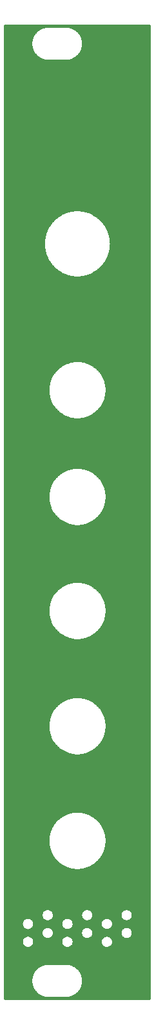
<source format=gbl>
G04 #@! TF.GenerationSoftware,KiCad,Pcbnew,(5.1.5-0-10_14)*
G04 #@! TF.CreationDate,2020-10-09T16:59:21-04:00*
G04 #@! TF.ProjectId,AYOM - VCA Panel,41594f4d-202d-4205-9643-412050616e65,rev?*
G04 #@! TF.SameCoordinates,Original*
G04 #@! TF.FileFunction,Copper,L2,Bot*
G04 #@! TF.FilePolarity,Positive*
%FSLAX46Y46*%
G04 Gerber Fmt 4.6, Leading zero omitted, Abs format (unit mm)*
G04 Created by KiCad (PCBNEW (5.1.5-0-10_14)) date 2020-10-09 16:59:21*
%MOMM*%
%LPD*%
G04 APERTURE LIST*
%ADD10C,0.254000*%
G04 APERTURE END LIST*
D10*
G36*
X151885001Y-156865710D02*
G01*
X132835000Y-156865710D01*
X132835000Y-154499131D01*
X136314564Y-154499131D01*
X136314575Y-154499347D01*
X136314564Y-154499563D01*
X136316109Y-154530791D01*
X136319132Y-154592760D01*
X136319184Y-154592968D01*
X136321191Y-154633538D01*
X136321013Y-154634773D01*
X136324275Y-154695896D01*
X136325760Y-154725913D01*
X136325943Y-154727144D01*
X136326009Y-154728380D01*
X136330508Y-154757852D01*
X136339545Y-154818636D01*
X136339967Y-154819814D01*
X136355021Y-154918428D01*
X136359719Y-154949281D01*
X136359748Y-154949395D01*
X136359765Y-154949506D01*
X136367077Y-154978185D01*
X136391246Y-155073120D01*
X136391269Y-155073534D01*
X136406573Y-155133320D01*
X136414268Y-155163547D01*
X136414411Y-155163942D01*
X136414515Y-155164348D01*
X136425079Y-155193399D01*
X136446188Y-155251687D01*
X136446405Y-155252046D01*
X136457693Y-155283089D01*
X136457815Y-155283869D01*
X136478988Y-155341650D01*
X136489456Y-155370437D01*
X136489799Y-155371152D01*
X136490068Y-155371887D01*
X136503278Y-155399275D01*
X136529972Y-155454970D01*
X136530445Y-155455601D01*
X136570326Y-155538286D01*
X136582980Y-155564874D01*
X136583830Y-155566285D01*
X136584550Y-155567777D01*
X136599941Y-155593017D01*
X136646784Y-155670743D01*
X136646954Y-155671212D01*
X136678909Y-155724047D01*
X136694909Y-155750596D01*
X136695209Y-155750999D01*
X136695467Y-155751425D01*
X136713939Y-155776125D01*
X136750933Y-155825754D01*
X136751303Y-155826088D01*
X136805500Y-155898559D01*
X136823407Y-155922690D01*
X136824202Y-155923567D01*
X136824903Y-155924504D01*
X136845031Y-155946535D01*
X136947133Y-156059126D01*
X136967393Y-156081561D01*
X136967879Y-156082003D01*
X136968326Y-156082496D01*
X136990975Y-156103013D01*
X137103700Y-156205555D01*
X137126394Y-156226231D01*
X137126596Y-156226381D01*
X137126781Y-156226550D01*
X137151434Y-156244904D01*
X137274043Y-156336335D01*
X137298332Y-156354559D01*
X137299135Y-156355046D01*
X137299876Y-156355599D01*
X137325544Y-156371076D01*
X137456522Y-156450572D01*
X137482456Y-156466386D01*
X137483041Y-156466668D01*
X137483601Y-156467008D01*
X137511068Y-156480186D01*
X137595015Y-156520676D01*
X137595993Y-156521407D01*
X137651277Y-156547812D01*
X137678345Y-156560868D01*
X137679487Y-156561286D01*
X137680581Y-156561809D01*
X137708810Y-156572031D01*
X137766364Y-156593120D01*
X137767568Y-156593308D01*
X137856288Y-156625434D01*
X137884684Y-156635805D01*
X137885527Y-156636022D01*
X137886347Y-156636319D01*
X137915699Y-156643791D01*
X138008405Y-156667660D01*
X138008984Y-156667937D01*
X138068731Y-156683192D01*
X138098555Y-156690871D01*
X138099193Y-156690970D01*
X138099812Y-156691128D01*
X138130081Y-156695759D01*
X138191190Y-156705234D01*
X138191831Y-156705207D01*
X138229296Y-156710939D01*
X138230601Y-156711406D01*
X138291034Y-156720384D01*
X138320580Y-156724905D01*
X138321959Y-156724979D01*
X138323325Y-156725182D01*
X138353208Y-156726657D01*
X138414186Y-156729931D01*
X138415556Y-156729734D01*
X138503371Y-156734068D01*
X138518984Y-156735606D01*
X138534526Y-156735606D01*
X138550026Y-156736371D01*
X138565672Y-156735606D01*
X140834856Y-156735606D01*
X140850571Y-156736371D01*
X140866005Y-156735606D01*
X140881479Y-156735606D01*
X140897158Y-156734062D01*
X140984161Y-156729749D01*
X140985360Y-156729922D01*
X141046367Y-156726666D01*
X141076567Y-156725169D01*
X141077771Y-156724990D01*
X141078967Y-156724926D01*
X141108491Y-156720419D01*
X141169288Y-156711373D01*
X141170431Y-156710964D01*
X141208349Y-156705175D01*
X141209275Y-156705214D01*
X141270179Y-156695737D01*
X141300093Y-156691170D01*
X141300984Y-156690943D01*
X141301902Y-156690800D01*
X141331447Y-156683175D01*
X141390928Y-156668009D01*
X141391763Y-156667610D01*
X141484272Y-156643736D01*
X141513411Y-156636319D01*
X141514397Y-156635962D01*
X141515412Y-156635700D01*
X141543666Y-156625363D01*
X141631893Y-156593416D01*
X141632786Y-156593277D01*
X141690488Y-156572198D01*
X141719177Y-156561809D01*
X141719996Y-156561418D01*
X141720836Y-156561111D01*
X141748021Y-156548032D01*
X141803765Y-156521407D01*
X141804491Y-156520864D01*
X141889036Y-156480189D01*
X141916509Y-156467008D01*
X141916797Y-156466833D01*
X141917105Y-156466685D01*
X141943258Y-156450773D01*
X142075216Y-156370681D01*
X142100956Y-156355113D01*
X142101347Y-156354821D01*
X142101778Y-156354559D01*
X142126498Y-156336012D01*
X142248172Y-156245019D01*
X142272216Y-156227176D01*
X142273088Y-156226385D01*
X142274035Y-156225677D01*
X142296161Y-156205462D01*
X142409358Y-156102811D01*
X142431787Y-156082494D01*
X142431899Y-156082370D01*
X142432023Y-156082258D01*
X142452340Y-156059829D01*
X142555705Y-155945845D01*
X142575949Y-155923606D01*
X142576305Y-155923128D01*
X142576705Y-155922687D01*
X142594834Y-155898256D01*
X142685583Y-155776444D01*
X142703463Y-155752651D01*
X142704150Y-155751521D01*
X142704942Y-155750458D01*
X142720368Y-155724848D01*
X142767734Y-155646943D01*
X142767897Y-155646765D01*
X142800064Y-155593769D01*
X142816306Y-155567055D01*
X142816412Y-155566834D01*
X142816536Y-155566630D01*
X142830248Y-155538052D01*
X142856920Y-155482569D01*
X142856979Y-155482339D01*
X142897033Y-155398858D01*
X142910133Y-155371674D01*
X142910315Y-155371177D01*
X142910551Y-155370685D01*
X142921161Y-155341544D01*
X142953708Y-155252627D01*
X142954276Y-155251687D01*
X142975250Y-155193773D01*
X142985551Y-155165630D01*
X142985822Y-155164581D01*
X142986196Y-155163548D01*
X142993689Y-155134115D01*
X143008989Y-155074867D01*
X143009051Y-155073776D01*
X143017763Y-155039556D01*
X143018007Y-155039042D01*
X143033086Y-154979368D01*
X143040745Y-154949282D01*
X143040832Y-154948712D01*
X143040972Y-154948157D01*
X143045544Y-154917766D01*
X143054857Y-154856609D01*
X143054831Y-154856036D01*
X143069964Y-154755451D01*
X143074216Y-154727267D01*
X143074222Y-154727143D01*
X143074242Y-154727013D01*
X143075807Y-154696432D01*
X143081148Y-154592950D01*
X143081530Y-154591408D01*
X143084369Y-154530533D01*
X143085897Y-154500925D01*
X143085823Y-154499347D01*
X143085897Y-154497769D01*
X143084369Y-154468163D01*
X143081530Y-154407286D01*
X143081148Y-154405744D01*
X143075672Y-154299648D01*
X143074221Y-154271476D01*
X143074217Y-154271451D01*
X143074216Y-154271428D01*
X143069964Y-154243245D01*
X143054809Y-154142731D01*
X143054838Y-154142088D01*
X143045521Y-154081126D01*
X143040931Y-154050687D01*
X143040772Y-154050060D01*
X143040675Y-154049423D01*
X143033091Y-154019700D01*
X143017937Y-153959810D01*
X143017660Y-153959227D01*
X143008980Y-153925210D01*
X143008913Y-153924046D01*
X142993553Y-153864755D01*
X142986093Y-153835519D01*
X142985695Y-153834423D01*
X142985405Y-153833302D01*
X142975052Y-153805085D01*
X142954124Y-153747397D01*
X142953520Y-153746400D01*
X142921047Y-153657893D01*
X142910793Y-153629644D01*
X142910319Y-153628654D01*
X142909942Y-153627626D01*
X142896916Y-153600649D01*
X142856893Y-153517022D01*
X142856660Y-153516120D01*
X142829949Y-153460724D01*
X142816834Y-153433320D01*
X142816347Y-153432517D01*
X142815945Y-153431682D01*
X142800236Y-153405914D01*
X142768273Y-153353137D01*
X142767640Y-153352445D01*
X142720162Y-153274564D01*
X142704942Y-153249295D01*
X142703926Y-153247931D01*
X142703040Y-153246478D01*
X142685311Y-153222945D01*
X142594834Y-153101497D01*
X142576705Y-153077066D01*
X142576305Y-153076625D01*
X142575949Y-153076147D01*
X142555488Y-153053669D01*
X142452340Y-152939924D01*
X142432023Y-152917495D01*
X142431899Y-152917383D01*
X142431787Y-152917259D01*
X142409133Y-152896738D01*
X142296161Y-152794291D01*
X142274035Y-152774076D01*
X142273088Y-152773368D01*
X142272216Y-152772577D01*
X142248172Y-152754734D01*
X142175921Y-152700702D01*
X142175838Y-152700610D01*
X142125781Y-152663205D01*
X142100956Y-152644640D01*
X142100851Y-152644577D01*
X142100746Y-152644498D01*
X142072571Y-152627472D01*
X142020744Y-152596127D01*
X142020630Y-152596086D01*
X141942947Y-152549144D01*
X141917108Y-152533422D01*
X141916234Y-152533002D01*
X141915414Y-152532506D01*
X141888394Y-152519607D01*
X141805100Y-152479533D01*
X141804918Y-152479397D01*
X141748965Y-152452526D01*
X141720840Y-152438995D01*
X141720626Y-152438917D01*
X141720416Y-152438816D01*
X141690720Y-152427992D01*
X141632790Y-152406829D01*
X141632565Y-152406794D01*
X141602465Y-152395823D01*
X141602202Y-152395663D01*
X141543960Y-152374497D01*
X141514695Y-152363830D01*
X141514395Y-152363753D01*
X141514098Y-152363645D01*
X141483679Y-152355865D01*
X141423900Y-152340514D01*
X141423590Y-152340497D01*
X141391137Y-152332197D01*
X141390928Y-152332097D01*
X141331161Y-152316858D01*
X141300555Y-152309030D01*
X141300321Y-152308994D01*
X141300093Y-152308936D01*
X141269165Y-152304215D01*
X141207897Y-152294816D01*
X141207664Y-152294826D01*
X141170431Y-152289142D01*
X141169288Y-152288733D01*
X141108491Y-152279687D01*
X141078967Y-152275180D01*
X141077771Y-152275116D01*
X141076567Y-152274937D01*
X141046367Y-152273440D01*
X140985360Y-152270184D01*
X140984161Y-152270357D01*
X140897158Y-152266044D01*
X140881479Y-152264500D01*
X140866005Y-152264500D01*
X140850571Y-152263735D01*
X140834856Y-152264500D01*
X138565672Y-152264500D01*
X138550026Y-152263735D01*
X138534526Y-152264500D01*
X138518984Y-152264500D01*
X138503371Y-152266038D01*
X138415556Y-152270372D01*
X138414186Y-152270175D01*
X138353208Y-152273449D01*
X138323325Y-152274924D01*
X138321959Y-152275127D01*
X138320580Y-152275201D01*
X138291034Y-152279722D01*
X138230601Y-152288700D01*
X138229296Y-152289167D01*
X138129797Y-152304390D01*
X138099899Y-152308960D01*
X138099853Y-152308972D01*
X138099812Y-152308978D01*
X138073266Y-152315756D01*
X137976346Y-152340487D01*
X137975857Y-152340514D01*
X137915838Y-152355927D01*
X137885995Y-152363542D01*
X137885536Y-152363709D01*
X137885063Y-152363830D01*
X137855966Y-152374436D01*
X137797873Y-152395511D01*
X137797458Y-152395762D01*
X137766896Y-152406902D01*
X137766360Y-152406986D01*
X137708604Y-152428150D01*
X137679342Y-152438816D01*
X137678845Y-152439055D01*
X137678342Y-152439239D01*
X137650917Y-152452467D01*
X137594840Y-152479397D01*
X137594404Y-152479724D01*
X137511664Y-152519632D01*
X137484695Y-152532506D01*
X137483599Y-152533168D01*
X137482453Y-152533721D01*
X137457010Y-152549235D01*
X137325728Y-152628567D01*
X137299876Y-152644154D01*
X137299631Y-152644336D01*
X137299364Y-152644498D01*
X137274478Y-152663093D01*
X137151434Y-152754849D01*
X137126781Y-152773203D01*
X137126596Y-152773372D01*
X137126394Y-152773522D01*
X137103700Y-152794198D01*
X136990978Y-152896738D01*
X136968326Y-152917257D01*
X136967879Y-152917750D01*
X136967393Y-152918192D01*
X136947133Y-152940627D01*
X136845031Y-153053218D01*
X136824903Y-153075249D01*
X136824202Y-153076186D01*
X136823407Y-153077063D01*
X136805500Y-153101194D01*
X136751530Y-153173362D01*
X136751441Y-153173442D01*
X136714502Y-153222875D01*
X136695467Y-153248328D01*
X136695404Y-153248433D01*
X136695328Y-153248534D01*
X136678641Y-153276148D01*
X136646954Y-153328541D01*
X136646913Y-153328654D01*
X136599853Y-153406531D01*
X136584251Y-153432175D01*
X136583836Y-153433038D01*
X136583336Y-153433865D01*
X136570287Y-153461199D01*
X136530363Y-153544182D01*
X136530226Y-153544364D01*
X136503335Y-153600359D01*
X136489823Y-153628444D01*
X136489745Y-153628659D01*
X136489645Y-153628866D01*
X136478788Y-153658652D01*
X136457658Y-153716494D01*
X136457624Y-153716715D01*
X136446591Y-153746984D01*
X136446340Y-153747398D01*
X136425291Y-153805418D01*
X136414659Y-153834587D01*
X136414538Y-153835060D01*
X136414371Y-153835519D01*
X136406784Y-153865253D01*
X136391343Y-153925382D01*
X136391316Y-153925870D01*
X136366819Y-154021873D01*
X136359807Y-154049336D01*
X136359800Y-154049380D01*
X136359789Y-154049424D01*
X136355402Y-154078127D01*
X136340002Y-154178783D01*
X136339545Y-154180059D01*
X136330551Y-154240559D01*
X136326030Y-154270105D01*
X136325958Y-154271451D01*
X136325760Y-154272781D01*
X136324283Y-154302644D01*
X136321004Y-154363711D01*
X136321196Y-154365048D01*
X136319184Y-154405726D01*
X136319132Y-154405934D01*
X136316109Y-154467903D01*
X136314564Y-154499131D01*
X132835000Y-154499131D01*
X132835000Y-149405394D01*
X135056060Y-149405394D01*
X135062133Y-149463886D01*
X135067531Y-149522518D01*
X135077492Y-149556123D01*
X135078891Y-149562968D01*
X135082227Y-149594625D01*
X135100705Y-149654076D01*
X135118971Y-149713167D01*
X135119204Y-149713598D01*
X135119352Y-149714073D01*
X135148993Y-149768629D01*
X135178517Y-149823169D01*
X135197289Y-149845798D01*
X135208635Y-149867456D01*
X135231342Y-149895598D01*
X135234042Y-149899580D01*
X135250922Y-149919865D01*
X135287181Y-149964803D01*
X135290900Y-149967907D01*
X135294003Y-149971636D01*
X135338897Y-150007970D01*
X135359147Y-150024872D01*
X135363127Y-150027580D01*
X135391234Y-150050327D01*
X135413851Y-150062218D01*
X135438910Y-150082828D01*
X135492037Y-150111296D01*
X135544889Y-150140114D01*
X135547110Y-150140808D01*
X135549163Y-150141908D01*
X135606741Y-150159440D01*
X135664281Y-150177418D01*
X135697747Y-150180995D01*
X135702996Y-150182045D01*
X135733632Y-150191303D01*
X135795107Y-150197293D01*
X135856792Y-150203434D01*
X135857459Y-150203369D01*
X135858126Y-150203434D01*
X135919499Y-150197324D01*
X135981286Y-150191303D01*
X136011927Y-150182043D01*
X136017176Y-150180993D01*
X136050642Y-150177416D01*
X136108122Y-150159456D01*
X136165755Y-150141908D01*
X136167810Y-150140807D01*
X136170034Y-150140112D01*
X136222890Y-150111292D01*
X136276008Y-150082828D01*
X136301068Y-150062218D01*
X136323684Y-150050327D01*
X136351796Y-150027575D01*
X136355774Y-150024869D01*
X136376007Y-150007980D01*
X136420914Y-149971636D01*
X136424018Y-149967905D01*
X136427740Y-149964799D01*
X136464010Y-149919847D01*
X136480875Y-149899580D01*
X136483574Y-149895600D01*
X136506286Y-149867451D01*
X136518011Y-149845069D01*
X136538285Y-149820364D01*
X136566753Y-149767102D01*
X136595565Y-149714073D01*
X136596216Y-149711979D01*
X136597248Y-149710048D01*
X136614774Y-149652270D01*
X136632690Y-149594625D01*
X136636203Y-149561291D01*
X136637155Y-149556503D01*
X136646254Y-149526508D01*
X136646287Y-149526170D01*
X136646383Y-149525853D01*
X136652393Y-149464180D01*
X136658514Y-149402026D01*
X136658513Y-149402021D01*
X136658514Y-149402015D01*
X136658482Y-149401689D01*
X136658514Y-149401359D01*
X140241954Y-149401359D01*
X140241986Y-149401689D01*
X140241954Y-149402015D01*
X140248027Y-149463688D01*
X140254085Y-149525853D01*
X140263246Y-149556167D01*
X140264555Y-149562750D01*
X140268387Y-149597549D01*
X140286130Y-149653706D01*
X140303220Y-149710049D01*
X140304960Y-149713304D01*
X140306071Y-149716821D01*
X140334409Y-149768401D01*
X140362183Y-149820364D01*
X140383048Y-149845789D01*
X140393428Y-149865757D01*
X140417610Y-149895923D01*
X140421740Y-149901953D01*
X140437102Y-149920239D01*
X140471664Y-149963354D01*
X140477302Y-149968090D01*
X140482038Y-149973728D01*
X140525141Y-150008280D01*
X140543439Y-150023652D01*
X140549474Y-150027785D01*
X140579635Y-150051963D01*
X140599467Y-150062272D01*
X140624461Y-150082828D01*
X140676700Y-150110821D01*
X140728573Y-150139319D01*
X140731764Y-150140327D01*
X140734714Y-150141908D01*
X140791359Y-150159156D01*
X140847846Y-150177002D01*
X140882302Y-150180796D01*
X140888218Y-150181979D01*
X140918518Y-150191171D01*
X140980007Y-150197228D01*
X141042343Y-150203434D01*
X141042673Y-150203402D01*
X141042999Y-150203434D01*
X141104672Y-150197361D01*
X141166837Y-150191303D01*
X141197151Y-150182142D01*
X141203734Y-150180833D01*
X141238533Y-150177001D01*
X141294690Y-150159258D01*
X141351033Y-150142168D01*
X141354288Y-150140428D01*
X141357805Y-150139317D01*
X141409385Y-150110979D01*
X141461348Y-150083205D01*
X141486771Y-150062341D01*
X141506737Y-150051963D01*
X141536908Y-150027778D01*
X141542937Y-150023648D01*
X141561214Y-150008294D01*
X141604334Y-149973728D01*
X141609072Y-149968088D01*
X141614712Y-149963350D01*
X141649278Y-149920230D01*
X141664632Y-149901953D01*
X141668762Y-149895924D01*
X141692947Y-149865753D01*
X141703325Y-149845787D01*
X141724189Y-149820364D01*
X141751960Y-149768406D01*
X141780300Y-149716822D01*
X141781411Y-149713305D01*
X141783152Y-149710048D01*
X141800260Y-149653647D01*
X141817984Y-149597549D01*
X141821815Y-149562758D01*
X141823059Y-149556503D01*
X141832158Y-149526508D01*
X141832191Y-149526170D01*
X141832287Y-149525853D01*
X141838297Y-149464180D01*
X141844418Y-149402026D01*
X141844417Y-149402021D01*
X141844418Y-149402015D01*
X141844386Y-149401689D01*
X141844418Y-149401359D01*
X145427858Y-149401359D01*
X145427890Y-149401689D01*
X145427858Y-149402015D01*
X145433931Y-149463688D01*
X145439989Y-149525853D01*
X145449150Y-149556167D01*
X145450170Y-149561294D01*
X145453682Y-149594625D01*
X145471594Y-149652256D01*
X145489124Y-149710049D01*
X145490157Y-149711982D01*
X145490807Y-149714073D01*
X145519603Y-149767073D01*
X145548087Y-149820364D01*
X145568364Y-149845072D01*
X145580090Y-149867456D01*
X145602797Y-149895598D01*
X145605497Y-149899580D01*
X145622377Y-149919865D01*
X145658636Y-149964803D01*
X145662355Y-149967907D01*
X145665458Y-149971636D01*
X145710352Y-150007970D01*
X145730602Y-150024872D01*
X145734582Y-150027580D01*
X145762689Y-150050327D01*
X145785306Y-150062218D01*
X145810365Y-150082828D01*
X145863492Y-150111296D01*
X145916344Y-150140114D01*
X145918565Y-150140808D01*
X145920618Y-150141908D01*
X145978196Y-150159440D01*
X146035736Y-150177418D01*
X146069202Y-150180995D01*
X146074451Y-150182045D01*
X146105087Y-150191303D01*
X146166562Y-150197293D01*
X146228247Y-150203434D01*
X146228914Y-150203369D01*
X146229581Y-150203434D01*
X146290954Y-150197324D01*
X146352741Y-150191303D01*
X146383382Y-150182043D01*
X146388631Y-150180993D01*
X146422097Y-150177416D01*
X146479577Y-150159456D01*
X146537210Y-150141908D01*
X146539265Y-150140807D01*
X146541489Y-150140112D01*
X146594345Y-150111292D01*
X146647463Y-150082828D01*
X146672523Y-150062218D01*
X146695139Y-150050327D01*
X146723251Y-150027575D01*
X146727229Y-150024869D01*
X146747462Y-150007980D01*
X146792369Y-149971636D01*
X146795473Y-149967905D01*
X146799195Y-149964799D01*
X146835465Y-149919847D01*
X146852330Y-149899580D01*
X146855029Y-149895600D01*
X146877741Y-149867451D01*
X146889084Y-149845798D01*
X146907850Y-149823177D01*
X146937405Y-149768581D01*
X146967020Y-149714073D01*
X146967166Y-149713602D01*
X146967397Y-149713176D01*
X146985601Y-149654288D01*
X147004145Y-149594625D01*
X147007481Y-149562970D01*
X147008472Y-149558123D01*
X147018062Y-149526508D01*
X147018263Y-149524470D01*
X147018844Y-149522509D01*
X147024239Y-149463900D01*
X147030313Y-149405404D01*
X147030156Y-149403715D01*
X147030322Y-149402026D01*
X147030121Y-149399990D01*
X147030309Y-149397952D01*
X147024171Y-149339460D01*
X147018712Y-149280859D01*
X147018228Y-149279234D01*
X147018062Y-149277544D01*
X147008371Y-149245598D01*
X147007444Y-149241089D01*
X147004146Y-149209785D01*
X146985363Y-149149350D01*
X146967127Y-149090587D01*
X146967063Y-149090469D01*
X146967022Y-149090337D01*
X146937419Y-149035851D01*
X146907460Y-148980652D01*
X146889003Y-148958453D01*
X146877736Y-148936946D01*
X146855032Y-148908808D01*
X146852334Y-148904829D01*
X146835450Y-148884539D01*
X146799189Y-148839599D01*
X146795473Y-148836497D01*
X146792373Y-148832772D01*
X146747461Y-148796423D01*
X146727222Y-148779530D01*
X146723249Y-148776828D01*
X146695143Y-148754080D01*
X146672521Y-148742186D01*
X146647463Y-148721577D01*
X146594306Y-148693092D01*
X146541481Y-148664290D01*
X146539262Y-148663597D01*
X146537210Y-148662497D01*
X146479575Y-148644948D01*
X146422089Y-148626987D01*
X146388625Y-148623410D01*
X146383382Y-148622362D01*
X146352741Y-148613102D01*
X146290954Y-148607081D01*
X146229581Y-148600971D01*
X146228914Y-148601036D01*
X146228247Y-148600971D01*
X146166562Y-148607112D01*
X146105087Y-148613102D01*
X146074451Y-148622360D01*
X146069201Y-148623410D01*
X146035744Y-148626986D01*
X145978263Y-148644945D01*
X145920618Y-148662497D01*
X145918567Y-148663596D01*
X145916352Y-148664288D01*
X145863531Y-148693087D01*
X145810365Y-148721577D01*
X145785307Y-148742186D01*
X145762683Y-148754081D01*
X145734583Y-148776824D01*
X145730609Y-148779527D01*
X145710343Y-148796442D01*
X145665454Y-148832773D01*
X145662358Y-148836493D01*
X145658642Y-148839595D01*
X145622367Y-148884551D01*
X145605493Y-148904829D01*
X145602798Y-148908804D01*
X145580094Y-148936941D01*
X145568438Y-148959191D01*
X145548464Y-148983477D01*
X145519759Y-149037046D01*
X145490805Y-149090337D01*
X145490257Y-149092102D01*
X145489384Y-149093730D01*
X145471704Y-149151795D01*
X145453681Y-149209785D01*
X145450204Y-149242780D01*
X145449315Y-149247229D01*
X145440121Y-149277534D01*
X145434047Y-149339193D01*
X145427858Y-149401359D01*
X141844418Y-149401359D01*
X141838258Y-149339480D01*
X141832158Y-149277544D01*
X141822961Y-149247227D01*
X141821780Y-149241318D01*
X141817986Y-149206862D01*
X141800140Y-149150375D01*
X141782892Y-149093730D01*
X141781311Y-149090780D01*
X141780303Y-149087589D01*
X141751805Y-149035716D01*
X141723812Y-148983477D01*
X141703255Y-148958483D01*
X141692943Y-148938644D01*
X141668765Y-148908483D01*
X141664636Y-148902455D01*
X141649265Y-148884159D01*
X141614706Y-148841048D01*
X141609072Y-148836315D01*
X141604338Y-148830680D01*
X141561229Y-148796123D01*
X141542931Y-148780751D01*
X141536900Y-148776620D01*
X141506741Y-148752444D01*
X141486770Y-148742063D01*
X141461348Y-148721200D01*
X141409412Y-148693440D01*
X141357798Y-148665085D01*
X141354285Y-148663975D01*
X141351033Y-148662237D01*
X141294655Y-148645136D01*
X141238525Y-148627403D01*
X141203736Y-148623573D01*
X141197151Y-148622263D01*
X141166837Y-148613102D01*
X141104672Y-148607044D01*
X141042999Y-148600971D01*
X141042673Y-148601003D01*
X141042343Y-148600971D01*
X140980007Y-148607177D01*
X140918518Y-148613234D01*
X140888218Y-148622426D01*
X140882309Y-148623608D01*
X140847854Y-148627401D01*
X140791364Y-148645248D01*
X140734714Y-148662497D01*
X140731766Y-148664077D01*
X140728581Y-148665083D01*
X140676685Y-148693593D01*
X140624461Y-148721577D01*
X140599470Y-148742131D01*
X140579630Y-148752444D01*
X140549471Y-148776620D01*
X140543446Y-148780747D01*
X140525152Y-148796115D01*
X140482034Y-148830680D01*
X140477302Y-148836313D01*
X140471670Y-148841044D01*
X140437116Y-148884147D01*
X140421736Y-148902455D01*
X140417606Y-148908485D01*
X140393433Y-148938639D01*
X140383120Y-148958478D01*
X140362560Y-148983477D01*
X140334567Y-149035716D01*
X140306069Y-149087589D01*
X140305061Y-149090780D01*
X140303480Y-149093730D01*
X140286232Y-149150375D01*
X140268386Y-149206862D01*
X140264592Y-149241323D01*
X140263411Y-149247229D01*
X140254217Y-149277534D01*
X140248143Y-149339193D01*
X140241954Y-149401359D01*
X136658514Y-149401359D01*
X136652354Y-149339480D01*
X136646254Y-149277544D01*
X136637057Y-149247227D01*
X136636167Y-149242776D01*
X136632691Y-149209785D01*
X136614668Y-149151795D01*
X136596988Y-149093730D01*
X136596115Y-149092102D01*
X136595567Y-149090337D01*
X136566613Y-149037046D01*
X136537908Y-148983477D01*
X136517935Y-148959192D01*
X136506281Y-148936946D01*
X136483577Y-148908808D01*
X136480879Y-148904829D01*
X136463995Y-148884539D01*
X136427734Y-148839599D01*
X136424018Y-148836497D01*
X136420918Y-148832772D01*
X136376006Y-148796423D01*
X136355767Y-148779530D01*
X136351794Y-148776828D01*
X136323688Y-148754080D01*
X136301066Y-148742186D01*
X136276008Y-148721577D01*
X136222851Y-148693092D01*
X136170026Y-148664290D01*
X136167807Y-148663597D01*
X136165755Y-148662497D01*
X136108120Y-148644948D01*
X136050634Y-148626987D01*
X136017170Y-148623410D01*
X136011927Y-148622362D01*
X135981286Y-148613102D01*
X135919499Y-148607081D01*
X135858126Y-148600971D01*
X135857459Y-148601036D01*
X135856792Y-148600971D01*
X135795107Y-148607112D01*
X135733632Y-148613102D01*
X135702996Y-148622360D01*
X135697746Y-148623410D01*
X135664289Y-148626986D01*
X135606808Y-148644945D01*
X135549163Y-148662497D01*
X135547112Y-148663596D01*
X135544897Y-148664288D01*
X135492076Y-148693087D01*
X135438910Y-148721577D01*
X135413852Y-148742186D01*
X135391228Y-148754081D01*
X135363128Y-148776824D01*
X135359154Y-148779527D01*
X135338888Y-148796442D01*
X135293999Y-148832773D01*
X135290903Y-148836493D01*
X135287187Y-148839595D01*
X135250912Y-148884551D01*
X135234038Y-148904829D01*
X135231343Y-148908804D01*
X135208639Y-148936941D01*
X135197368Y-148958455D01*
X135178907Y-148980660D01*
X135149316Y-149035183D01*
X135119350Y-149090337D01*
X135119307Y-149090475D01*
X135119241Y-149090597D01*
X135101145Y-149148911D01*
X135082226Y-149209785D01*
X135078927Y-149241097D01*
X135077662Y-149247252D01*
X135067663Y-149280850D01*
X135062201Y-149339476D01*
X135056064Y-149397962D01*
X135056406Y-149401678D01*
X135056060Y-149405394D01*
X132835000Y-149405394D01*
X132835000Y-148250704D01*
X137649179Y-148250704D01*
X137649211Y-148251034D01*
X137649179Y-148251360D01*
X137655252Y-148313033D01*
X137661310Y-148375198D01*
X137670471Y-148405512D01*
X137671491Y-148410639D01*
X137675003Y-148443970D01*
X137692915Y-148501601D01*
X137710445Y-148559394D01*
X137711478Y-148561327D01*
X137712128Y-148563418D01*
X137740924Y-148616418D01*
X137769408Y-148669709D01*
X137789682Y-148694414D01*
X137801407Y-148716796D01*
X137824119Y-148744945D01*
X137826818Y-148748925D01*
X137843683Y-148769192D01*
X137879953Y-148814144D01*
X137883675Y-148817250D01*
X137886779Y-148820981D01*
X137931671Y-148857313D01*
X137951919Y-148874214D01*
X137955901Y-148876923D01*
X137984010Y-148899672D01*
X138006624Y-148911562D01*
X138031685Y-148932173D01*
X138084803Y-148960637D01*
X138137659Y-148989457D01*
X138139883Y-148990152D01*
X138141938Y-148991253D01*
X138199571Y-149008801D01*
X138257051Y-149026761D01*
X138290512Y-149030338D01*
X138295771Y-149031390D01*
X138326407Y-149040648D01*
X138387882Y-149046638D01*
X138449567Y-149052779D01*
X138450234Y-149052714D01*
X138450901Y-149052779D01*
X138512274Y-149046669D01*
X138574061Y-149040648D01*
X138604702Y-149031388D01*
X138609949Y-149030339D01*
X138643412Y-149026762D01*
X138700887Y-149008804D01*
X138758530Y-148991253D01*
X138760583Y-148990153D01*
X138762804Y-148989459D01*
X138815656Y-148960641D01*
X138868783Y-148932173D01*
X138893841Y-148911564D01*
X138916460Y-148899672D01*
X138944570Y-148876922D01*
X138948546Y-148874217D01*
X138968781Y-148857327D01*
X139013690Y-148820981D01*
X139016793Y-148817252D01*
X139020512Y-148814148D01*
X139056786Y-148769192D01*
X139073651Y-148748925D01*
X139076347Y-148744949D01*
X139099059Y-148716801D01*
X139110406Y-148695141D01*
X139129176Y-148672514D01*
X139158773Y-148617840D01*
X139188341Y-148563418D01*
X139188488Y-148562946D01*
X139188722Y-148562513D01*
X139207046Y-148503237D01*
X139225466Y-148443970D01*
X139228802Y-148412313D01*
X139229794Y-148407461D01*
X139239382Y-148375853D01*
X139239582Y-148373818D01*
X139240162Y-148371863D01*
X139245559Y-148313244D01*
X139251632Y-148254749D01*
X142834739Y-148254749D01*
X142840814Y-148313251D01*
X142846208Y-148371854D01*
X142856172Y-148405471D01*
X142857572Y-148412318D01*
X142860907Y-148443970D01*
X142879431Y-148503570D01*
X142897655Y-148562522D01*
X142897886Y-148562949D01*
X142898032Y-148563418D01*
X142927574Y-148617791D01*
X142957202Y-148672522D01*
X142975968Y-148695143D01*
X142987311Y-148716796D01*
X143010023Y-148744945D01*
X143012722Y-148748925D01*
X143029587Y-148769192D01*
X143065857Y-148814144D01*
X143069579Y-148817250D01*
X143072683Y-148820981D01*
X143117575Y-148857313D01*
X143137823Y-148874214D01*
X143141805Y-148876923D01*
X143169914Y-148899672D01*
X143192528Y-148911562D01*
X143217589Y-148932173D01*
X143270707Y-148960637D01*
X143323563Y-148989457D01*
X143325787Y-148990152D01*
X143327842Y-148991253D01*
X143385475Y-149008801D01*
X143442955Y-149026761D01*
X143476416Y-149030338D01*
X143481675Y-149031390D01*
X143512311Y-149040648D01*
X143573786Y-149046638D01*
X143635471Y-149052779D01*
X143636138Y-149052714D01*
X143636805Y-149052779D01*
X143698178Y-149046669D01*
X143759965Y-149040648D01*
X143790606Y-149031388D01*
X143795855Y-149030338D01*
X143829321Y-149026761D01*
X143886801Y-149008801D01*
X143944434Y-148991253D01*
X143946489Y-148990152D01*
X143948713Y-148989457D01*
X144001569Y-148960637D01*
X144054687Y-148932173D01*
X144079747Y-148911563D01*
X144102363Y-148899672D01*
X144130475Y-148876920D01*
X144134453Y-148874214D01*
X144154686Y-148857325D01*
X144199593Y-148820981D01*
X144202697Y-148817250D01*
X144206419Y-148814144D01*
X144242689Y-148769192D01*
X144259554Y-148748925D01*
X144262253Y-148744945D01*
X144284965Y-148716796D01*
X144296690Y-148694414D01*
X144316964Y-148669709D01*
X144345432Y-148616447D01*
X144374244Y-148563418D01*
X144374895Y-148561324D01*
X144375927Y-148559393D01*
X144393453Y-148501615D01*
X144411369Y-148443970D01*
X144414882Y-148410636D01*
X144415834Y-148405848D01*
X144424933Y-148375853D01*
X144424966Y-148375515D01*
X144425062Y-148375198D01*
X144431072Y-148313525D01*
X144437193Y-148251371D01*
X144437192Y-148251366D01*
X144437193Y-148251360D01*
X144437161Y-148251034D01*
X144437193Y-148250704D01*
X148020634Y-148250704D01*
X148020666Y-148251034D01*
X148020634Y-148251360D01*
X148026707Y-148313033D01*
X148032765Y-148375198D01*
X148041926Y-148405512D01*
X148043235Y-148412095D01*
X148047067Y-148446894D01*
X148064810Y-148503051D01*
X148081900Y-148559394D01*
X148083640Y-148562649D01*
X148084751Y-148566166D01*
X148113089Y-148617746D01*
X148140863Y-148669709D01*
X148161727Y-148695132D01*
X148172105Y-148715098D01*
X148196290Y-148745269D01*
X148200420Y-148751298D01*
X148215774Y-148769575D01*
X148250340Y-148812695D01*
X148255980Y-148817433D01*
X148260718Y-148823073D01*
X148303838Y-148857639D01*
X148322115Y-148872993D01*
X148328144Y-148877123D01*
X148358315Y-148901308D01*
X148378281Y-148911686D01*
X148403704Y-148932550D01*
X148455662Y-148960321D01*
X148507246Y-148988661D01*
X148510763Y-148989772D01*
X148514020Y-148991513D01*
X148570421Y-149008621D01*
X148626519Y-149026345D01*
X148661310Y-149030176D01*
X148667901Y-149031487D01*
X148698215Y-149040648D01*
X148760380Y-149046706D01*
X148822053Y-149052779D01*
X148822379Y-149052747D01*
X148822709Y-149052779D01*
X148884360Y-149046641D01*
X148946535Y-149040516D01*
X148976844Y-149031321D01*
X148982745Y-149030141D01*
X149017212Y-149026346D01*
X149073716Y-149008493D01*
X149130338Y-148991253D01*
X149133290Y-148989671D01*
X149136484Y-148988662D01*
X149188360Y-148960161D01*
X149240591Y-148932173D01*
X149265588Y-148911615D01*
X149285416Y-148901308D01*
X149315587Y-148877123D01*
X149321616Y-148872993D01*
X149339893Y-148857639D01*
X149383013Y-148823073D01*
X149387751Y-148817433D01*
X149393391Y-148812695D01*
X149427957Y-148769575D01*
X149443311Y-148751298D01*
X149447441Y-148745269D01*
X149471626Y-148715098D01*
X149482004Y-148695132D01*
X149502868Y-148669709D01*
X149530639Y-148617751D01*
X149558979Y-148566167D01*
X149560090Y-148562650D01*
X149561831Y-148559393D01*
X149578939Y-148502992D01*
X149596663Y-148446894D01*
X149600494Y-148412103D01*
X149601738Y-148405848D01*
X149610837Y-148375853D01*
X149610870Y-148375515D01*
X149610966Y-148375198D01*
X149616976Y-148313525D01*
X149623097Y-148251371D01*
X149623096Y-148251366D01*
X149623097Y-148251360D01*
X149623065Y-148251034D01*
X149623097Y-148250704D01*
X149616937Y-148188825D01*
X149610837Y-148126889D01*
X149601640Y-148096572D01*
X149600459Y-148090663D01*
X149596665Y-148056207D01*
X149578819Y-147999720D01*
X149561571Y-147943075D01*
X149559990Y-147940125D01*
X149558982Y-147936934D01*
X149530484Y-147885061D01*
X149502491Y-147832822D01*
X149481935Y-147807828D01*
X149471626Y-147787996D01*
X149447448Y-147757835D01*
X149443315Y-147751800D01*
X149427943Y-147733502D01*
X149393391Y-147690399D01*
X149387753Y-147685663D01*
X149383017Y-147680025D01*
X149339902Y-147645463D01*
X149321616Y-147630101D01*
X149315586Y-147625971D01*
X149285420Y-147601789D01*
X149265590Y-147591481D01*
X149240591Y-147570921D01*
X149188360Y-147542933D01*
X149136484Y-147514432D01*
X149133290Y-147513423D01*
X149130338Y-147511841D01*
X149073716Y-147494601D01*
X149017212Y-147476748D01*
X148982745Y-147472953D01*
X148976844Y-147471773D01*
X148946535Y-147462578D01*
X148884360Y-147456453D01*
X148822709Y-147450315D01*
X148822379Y-147450347D01*
X148822053Y-147450315D01*
X148760380Y-147456388D01*
X148698215Y-147462446D01*
X148667901Y-147471607D01*
X148661310Y-147472918D01*
X148626519Y-147476749D01*
X148570421Y-147494473D01*
X148514020Y-147511581D01*
X148510763Y-147513322D01*
X148507246Y-147514433D01*
X148455662Y-147542773D01*
X148403704Y-147570544D01*
X148378281Y-147591408D01*
X148358310Y-147601789D01*
X148328140Y-147625974D01*
X148322115Y-147630101D01*
X148303838Y-147645455D01*
X148260714Y-147680025D01*
X148255978Y-147685663D01*
X148250340Y-147690399D01*
X148215788Y-147733502D01*
X148200416Y-147751800D01*
X148196283Y-147757835D01*
X148172105Y-147787996D01*
X148161797Y-147807827D01*
X148141240Y-147832822D01*
X148113247Y-147885061D01*
X148084749Y-147936934D01*
X148083741Y-147940125D01*
X148082160Y-147943075D01*
X148064912Y-147999720D01*
X148047066Y-148056207D01*
X148043272Y-148090668D01*
X148042091Y-148096574D01*
X148032897Y-148126879D01*
X148026823Y-148188538D01*
X148020634Y-148250704D01*
X144437193Y-148250704D01*
X144431033Y-148188825D01*
X144424933Y-148126889D01*
X144415736Y-148096572D01*
X144414846Y-148092121D01*
X144411370Y-148059130D01*
X144393347Y-148001140D01*
X144375667Y-147943075D01*
X144374794Y-147941447D01*
X144374246Y-147939682D01*
X144345292Y-147886391D01*
X144316587Y-147832822D01*
X144296616Y-147808540D01*
X144284965Y-147786298D01*
X144262256Y-147758154D01*
X144259558Y-147754174D01*
X144242685Y-147733897D01*
X144206419Y-147688950D01*
X144202699Y-147685845D01*
X144199597Y-147682117D01*
X144154698Y-147645779D01*
X144134453Y-147628880D01*
X144130475Y-147626174D01*
X144102367Y-147603425D01*
X144079749Y-147591533D01*
X144054687Y-147570921D01*
X144001569Y-147542457D01*
X143948713Y-147513637D01*
X143946489Y-147512942D01*
X143944434Y-147511841D01*
X143886801Y-147494293D01*
X143829321Y-147476333D01*
X143795855Y-147472756D01*
X143790606Y-147471706D01*
X143759965Y-147462446D01*
X143698178Y-147456425D01*
X143636805Y-147450315D01*
X143636138Y-147450380D01*
X143635471Y-147450315D01*
X143573786Y-147456456D01*
X143512311Y-147462446D01*
X143481675Y-147471704D01*
X143476416Y-147472756D01*
X143442955Y-147476333D01*
X143385475Y-147494293D01*
X143327842Y-147511841D01*
X143325787Y-147512942D01*
X143323563Y-147513637D01*
X143270707Y-147542457D01*
X143217589Y-147570921D01*
X143192526Y-147591534D01*
X143169908Y-147603426D01*
X143141805Y-147626171D01*
X143137823Y-147628880D01*
X143117553Y-147645799D01*
X143072679Y-147682118D01*
X143069579Y-147685843D01*
X143065857Y-147688950D01*
X143029587Y-147733902D01*
X143012718Y-147754174D01*
X143010020Y-147758154D01*
X142987311Y-147786298D01*
X142976048Y-147807798D01*
X142957592Y-147829996D01*
X142927374Y-147885672D01*
X142898030Y-147939682D01*
X142897989Y-147939814D01*
X142897925Y-147939932D01*
X142879552Y-147999136D01*
X142860906Y-148059130D01*
X142857608Y-148090432D01*
X142856339Y-148096603D01*
X142846340Y-148130205D01*
X142840882Y-148188801D01*
X142834743Y-148247297D01*
X142835086Y-148251024D01*
X142834739Y-148254749D01*
X139251632Y-148254749D01*
X139251633Y-148254740D01*
X139251476Y-148253056D01*
X139251642Y-148251371D01*
X139251442Y-148249339D01*
X139251629Y-148247306D01*
X139245491Y-148188809D01*
X139240030Y-148130196D01*
X139239548Y-148128577D01*
X139239382Y-148126889D01*
X139229692Y-148094944D01*
X139228766Y-148090442D01*
X139225467Y-148059130D01*
X139206617Y-147998478D01*
X139188452Y-147939941D01*
X139188385Y-147939818D01*
X139188343Y-147939682D01*
X139158631Y-147884994D01*
X139128786Y-147830005D01*
X139110327Y-147807802D01*
X139099059Y-147786293D01*
X139076351Y-147758150D01*
X139073655Y-147754174D01*
X139056784Y-147733899D01*
X139020512Y-147688946D01*
X139016795Y-147685843D01*
X139013694Y-147682117D01*
X138968793Y-147645777D01*
X138948546Y-147628877D01*
X138944570Y-147626172D01*
X138916464Y-147603425D01*
X138893843Y-147591531D01*
X138868783Y-147570921D01*
X138815656Y-147542453D01*
X138762804Y-147513635D01*
X138760583Y-147512941D01*
X138758530Y-147511841D01*
X138700887Y-147494290D01*
X138643412Y-147476332D01*
X138609949Y-147472755D01*
X138604702Y-147471706D01*
X138574061Y-147462446D01*
X138512274Y-147456425D01*
X138450901Y-147450315D01*
X138450234Y-147450380D01*
X138449567Y-147450315D01*
X138387882Y-147456456D01*
X138326407Y-147462446D01*
X138295771Y-147471704D01*
X138290512Y-147472756D01*
X138257051Y-147476333D01*
X138199571Y-147494293D01*
X138141938Y-147511841D01*
X138139883Y-147512942D01*
X138137659Y-147513637D01*
X138084803Y-147542457D01*
X138031685Y-147570921D01*
X138006622Y-147591534D01*
X137984004Y-147603426D01*
X137955901Y-147626171D01*
X137951919Y-147628880D01*
X137931649Y-147645799D01*
X137886775Y-147682118D01*
X137883675Y-147685843D01*
X137879953Y-147688950D01*
X137843683Y-147733902D01*
X137826814Y-147754174D01*
X137824116Y-147758154D01*
X137801407Y-147786298D01*
X137789756Y-147808540D01*
X137769785Y-147832822D01*
X137741080Y-147886391D01*
X137712126Y-147939682D01*
X137711578Y-147941447D01*
X137710705Y-147943075D01*
X137693025Y-148001140D01*
X137675002Y-148059130D01*
X137671525Y-148092125D01*
X137670636Y-148096574D01*
X137661442Y-148126879D01*
X137655368Y-148188538D01*
X137649179Y-148250704D01*
X132835000Y-148250704D01*
X132835000Y-147063234D01*
X135056060Y-147063234D01*
X135056406Y-147066950D01*
X135056064Y-147070666D01*
X135062201Y-147129152D01*
X135067663Y-147187778D01*
X135077662Y-147221376D01*
X135078927Y-147227533D01*
X135082227Y-147258848D01*
X135101174Y-147319808D01*
X135119241Y-147378031D01*
X135119308Y-147378154D01*
X135119352Y-147378296D01*
X135149309Y-147433432D01*
X135178907Y-147487968D01*
X135197369Y-147510174D01*
X135208635Y-147531679D01*
X135231342Y-147559821D01*
X135234042Y-147563803D01*
X135250922Y-147584088D01*
X135287181Y-147629026D01*
X135290900Y-147632130D01*
X135294003Y-147635859D01*
X135338897Y-147672193D01*
X135359147Y-147689095D01*
X135363127Y-147691803D01*
X135391234Y-147714550D01*
X135413851Y-147726441D01*
X135438910Y-147747051D01*
X135492037Y-147775519D01*
X135544889Y-147804337D01*
X135547110Y-147805031D01*
X135549163Y-147806131D01*
X135606741Y-147823663D01*
X135664281Y-147841641D01*
X135697747Y-147845218D01*
X135702996Y-147846268D01*
X135733632Y-147855526D01*
X135795107Y-147861516D01*
X135856792Y-147867657D01*
X135857459Y-147867592D01*
X135858126Y-147867657D01*
X135919499Y-147861547D01*
X135981286Y-147855526D01*
X136011927Y-147846266D01*
X136017176Y-147845216D01*
X136050642Y-147841639D01*
X136108122Y-147823679D01*
X136165755Y-147806131D01*
X136167810Y-147805030D01*
X136170034Y-147804335D01*
X136222890Y-147775515D01*
X136276008Y-147747051D01*
X136301068Y-147726441D01*
X136323684Y-147714550D01*
X136351796Y-147691798D01*
X136355774Y-147689092D01*
X136376007Y-147672203D01*
X136420914Y-147635859D01*
X136424018Y-147632128D01*
X136427740Y-147629022D01*
X136464010Y-147584070D01*
X136480875Y-147563803D01*
X136483574Y-147559823D01*
X136506286Y-147531674D01*
X136517936Y-147509435D01*
X136537908Y-147485151D01*
X136566608Y-147431592D01*
X136595565Y-147378296D01*
X136596114Y-147376528D01*
X136596988Y-147374898D01*
X136614665Y-147316843D01*
X136632690Y-147258848D01*
X136636167Y-147225852D01*
X136637057Y-147221401D01*
X136646254Y-147191084D01*
X136652354Y-147129148D01*
X136658514Y-147067269D01*
X136658482Y-147066939D01*
X136658514Y-147066613D01*
X140241954Y-147066613D01*
X140241986Y-147066939D01*
X140241954Y-147067269D01*
X140248097Y-147128967D01*
X140254217Y-147191094D01*
X140263411Y-147221399D01*
X140264592Y-147227305D01*
X140268387Y-147261772D01*
X140286240Y-147318276D01*
X140303480Y-147374898D01*
X140305062Y-147377850D01*
X140306071Y-147381044D01*
X140334572Y-147432920D01*
X140362560Y-147485151D01*
X140383120Y-147510150D01*
X140393428Y-147529980D01*
X140417610Y-147560146D01*
X140421740Y-147566176D01*
X140437102Y-147584462D01*
X140471664Y-147627577D01*
X140477302Y-147632313D01*
X140482038Y-147637951D01*
X140525141Y-147672503D01*
X140543439Y-147687875D01*
X140549474Y-147692008D01*
X140579635Y-147716186D01*
X140599467Y-147726495D01*
X140624461Y-147747051D01*
X140676700Y-147775044D01*
X140728573Y-147803542D01*
X140731764Y-147804550D01*
X140734714Y-147806131D01*
X140791359Y-147823379D01*
X140847846Y-147841225D01*
X140882302Y-147845019D01*
X140888218Y-147846202D01*
X140918518Y-147855394D01*
X140980007Y-147861451D01*
X141042343Y-147867657D01*
X141042673Y-147867625D01*
X141042999Y-147867657D01*
X141104672Y-147861584D01*
X141166837Y-147855526D01*
X141197151Y-147846365D01*
X141203734Y-147845056D01*
X141238533Y-147841224D01*
X141294690Y-147823481D01*
X141351033Y-147806391D01*
X141354288Y-147804651D01*
X141357805Y-147803540D01*
X141409385Y-147775202D01*
X141461348Y-147747428D01*
X141486771Y-147726564D01*
X141506737Y-147716186D01*
X141536908Y-147692001D01*
X141542937Y-147687871D01*
X141561214Y-147672517D01*
X141604334Y-147637951D01*
X141609072Y-147632311D01*
X141614712Y-147627573D01*
X141649278Y-147584453D01*
X141664632Y-147566176D01*
X141668762Y-147560147D01*
X141692947Y-147529976D01*
X141703254Y-147510147D01*
X141723812Y-147485151D01*
X141751807Y-147432908D01*
X141780300Y-147381045D01*
X141781308Y-147377853D01*
X141782892Y-147374898D01*
X141800155Y-147318202D01*
X141817984Y-147261772D01*
X141821778Y-147227318D01*
X141822961Y-147221401D01*
X141832158Y-147191084D01*
X141838258Y-147129148D01*
X141844418Y-147067269D01*
X141844386Y-147066939D01*
X141844418Y-147066613D01*
X145427858Y-147066613D01*
X145427890Y-147066939D01*
X145427858Y-147067269D01*
X145434001Y-147128967D01*
X145440121Y-147191094D01*
X145449315Y-147221399D01*
X145450205Y-147225850D01*
X145453682Y-147258848D01*
X145471707Y-147316843D01*
X145489384Y-147374898D01*
X145490258Y-147376528D01*
X145490807Y-147378296D01*
X145519764Y-147431592D01*
X145548464Y-147485151D01*
X145568439Y-147509438D01*
X145580090Y-147531679D01*
X145602797Y-147559821D01*
X145605497Y-147563803D01*
X145622377Y-147584088D01*
X145658636Y-147629026D01*
X145662355Y-147632130D01*
X145665458Y-147635859D01*
X145710352Y-147672193D01*
X145730602Y-147689095D01*
X145734582Y-147691803D01*
X145762689Y-147714550D01*
X145785306Y-147726441D01*
X145810365Y-147747051D01*
X145863492Y-147775519D01*
X145916344Y-147804337D01*
X145918565Y-147805031D01*
X145920618Y-147806131D01*
X145978196Y-147823663D01*
X146035736Y-147841641D01*
X146069202Y-147845218D01*
X146074451Y-147846268D01*
X146105087Y-147855526D01*
X146166562Y-147861516D01*
X146228247Y-147867657D01*
X146228914Y-147867592D01*
X146229581Y-147867657D01*
X146290954Y-147861547D01*
X146352741Y-147855526D01*
X146383382Y-147846266D01*
X146388631Y-147845216D01*
X146422097Y-147841639D01*
X146479577Y-147823679D01*
X146537210Y-147806131D01*
X146539265Y-147805030D01*
X146541489Y-147804335D01*
X146594345Y-147775515D01*
X146647463Y-147747051D01*
X146672523Y-147726441D01*
X146695139Y-147714550D01*
X146723251Y-147691798D01*
X146727229Y-147689092D01*
X146747462Y-147672203D01*
X146792369Y-147635859D01*
X146795473Y-147632128D01*
X146799195Y-147629022D01*
X146835465Y-147584070D01*
X146852330Y-147563803D01*
X146855029Y-147559823D01*
X146877741Y-147531674D01*
X146889003Y-147510175D01*
X146907460Y-147487976D01*
X146937367Y-147432873D01*
X146967020Y-147378296D01*
X146967062Y-147378161D01*
X146967127Y-147378041D01*
X146985331Y-147319380D01*
X147004145Y-147258848D01*
X147007444Y-147227539D01*
X147008371Y-147223030D01*
X147018062Y-147191084D01*
X147018228Y-147189394D01*
X147018712Y-147187769D01*
X147024171Y-147129168D01*
X147030309Y-147070676D01*
X147030121Y-147068638D01*
X147030322Y-147066602D01*
X147030156Y-147064913D01*
X147030313Y-147063224D01*
X147024239Y-147004728D01*
X147018844Y-146946119D01*
X147018263Y-146944158D01*
X147018062Y-146942120D01*
X147008472Y-146910505D01*
X147007481Y-146905658D01*
X147004145Y-146874003D01*
X146985601Y-146814340D01*
X146967397Y-146755452D01*
X146967166Y-146755026D01*
X146967020Y-146754555D01*
X146937405Y-146700047D01*
X146907850Y-146645451D01*
X146889084Y-146622830D01*
X146877741Y-146601177D01*
X146855029Y-146573028D01*
X146852330Y-146569048D01*
X146835463Y-146548779D01*
X146799195Y-146503829D01*
X146795473Y-146500723D01*
X146792369Y-146496992D01*
X146747462Y-146460648D01*
X146727229Y-146443759D01*
X146723251Y-146441053D01*
X146695139Y-146418301D01*
X146672523Y-146406410D01*
X146647463Y-146385800D01*
X146594345Y-146357336D01*
X146541489Y-146328516D01*
X146539265Y-146327821D01*
X146537210Y-146326720D01*
X146479577Y-146309172D01*
X146422097Y-146291212D01*
X146388631Y-146287635D01*
X146383382Y-146286585D01*
X146352741Y-146277325D01*
X146290954Y-146271304D01*
X146229581Y-146265194D01*
X146228914Y-146265259D01*
X146228247Y-146265194D01*
X146166562Y-146271335D01*
X146105087Y-146277325D01*
X146074451Y-146286583D01*
X146069202Y-146287633D01*
X146035736Y-146291210D01*
X145978196Y-146309188D01*
X145920618Y-146326720D01*
X145918565Y-146327820D01*
X145916344Y-146328514D01*
X145863492Y-146357332D01*
X145810365Y-146385800D01*
X145785306Y-146406410D01*
X145762689Y-146418301D01*
X145734582Y-146441048D01*
X145730602Y-146443756D01*
X145710352Y-146460658D01*
X145665458Y-146496992D01*
X145662355Y-146500721D01*
X145658636Y-146503825D01*
X145622377Y-146548763D01*
X145605497Y-146569048D01*
X145602797Y-146573030D01*
X145580090Y-146601172D01*
X145568364Y-146623556D01*
X145548087Y-146648264D01*
X145519603Y-146701555D01*
X145490807Y-146754555D01*
X145490157Y-146756646D01*
X145489124Y-146758579D01*
X145471594Y-146816372D01*
X145453682Y-146874003D01*
X145450170Y-146907334D01*
X145449150Y-146912461D01*
X145439989Y-146942775D01*
X145433931Y-147004940D01*
X145427858Y-147066613D01*
X141844418Y-147066613D01*
X141844417Y-147066607D01*
X141844418Y-147066602D01*
X141838297Y-147004448D01*
X141832287Y-146942775D01*
X141832191Y-146942458D01*
X141832158Y-146942120D01*
X141823059Y-146912125D01*
X141821815Y-146905870D01*
X141817984Y-146871079D01*
X141800260Y-146814981D01*
X141783152Y-146758580D01*
X141781411Y-146755323D01*
X141780300Y-146751806D01*
X141751960Y-146700222D01*
X141724189Y-146648264D01*
X141703325Y-146622841D01*
X141692947Y-146602875D01*
X141668762Y-146572704D01*
X141664632Y-146566675D01*
X141649278Y-146548398D01*
X141614712Y-146505278D01*
X141609072Y-146500540D01*
X141604334Y-146494900D01*
X141561214Y-146460334D01*
X141542937Y-146444980D01*
X141536908Y-146440850D01*
X141506737Y-146416665D01*
X141486771Y-146406287D01*
X141461348Y-146385423D01*
X141409385Y-146357649D01*
X141357805Y-146329311D01*
X141354288Y-146328200D01*
X141351033Y-146326460D01*
X141294690Y-146309370D01*
X141238533Y-146291627D01*
X141203734Y-146287795D01*
X141197151Y-146286486D01*
X141166837Y-146277325D01*
X141104672Y-146271267D01*
X141042999Y-146265194D01*
X141042673Y-146265226D01*
X141042343Y-146265194D01*
X140980007Y-146271400D01*
X140918518Y-146277457D01*
X140888218Y-146286649D01*
X140882302Y-146287832D01*
X140847846Y-146291626D01*
X140791359Y-146309472D01*
X140734714Y-146326720D01*
X140731764Y-146328301D01*
X140728573Y-146329309D01*
X140676700Y-146357807D01*
X140624461Y-146385800D01*
X140599467Y-146406356D01*
X140579635Y-146416665D01*
X140549474Y-146440843D01*
X140543439Y-146444976D01*
X140525141Y-146460348D01*
X140482038Y-146494900D01*
X140477302Y-146500538D01*
X140471664Y-146505274D01*
X140437102Y-146548389D01*
X140421740Y-146566675D01*
X140417610Y-146572705D01*
X140393428Y-146602871D01*
X140383048Y-146622839D01*
X140362183Y-146648264D01*
X140334409Y-146700227D01*
X140306071Y-146751807D01*
X140304960Y-146755324D01*
X140303220Y-146758579D01*
X140286130Y-146814922D01*
X140268387Y-146871079D01*
X140264555Y-146905878D01*
X140263246Y-146912461D01*
X140254085Y-146942775D01*
X140248027Y-147004940D01*
X140241954Y-147066613D01*
X136658514Y-147066613D01*
X136658513Y-147066607D01*
X136658514Y-147066602D01*
X136652393Y-147004448D01*
X136646383Y-146942775D01*
X136646287Y-146942458D01*
X136646254Y-146942120D01*
X136637155Y-146912125D01*
X136636203Y-146907337D01*
X136632690Y-146874003D01*
X136614774Y-146816358D01*
X136597248Y-146758580D01*
X136596216Y-146756649D01*
X136595565Y-146754555D01*
X136566753Y-146701526D01*
X136538285Y-146648264D01*
X136518011Y-146623559D01*
X136506286Y-146601177D01*
X136483574Y-146573028D01*
X136480875Y-146569048D01*
X136464008Y-146548779D01*
X136427740Y-146503829D01*
X136424018Y-146500723D01*
X136420914Y-146496992D01*
X136376007Y-146460648D01*
X136355774Y-146443759D01*
X136351796Y-146441053D01*
X136323684Y-146418301D01*
X136301068Y-146406410D01*
X136276008Y-146385800D01*
X136222890Y-146357336D01*
X136170034Y-146328516D01*
X136167810Y-146327821D01*
X136165755Y-146326720D01*
X136108122Y-146309172D01*
X136050642Y-146291212D01*
X136017176Y-146287635D01*
X136011927Y-146286585D01*
X135981286Y-146277325D01*
X135919499Y-146271304D01*
X135858126Y-146265194D01*
X135857459Y-146265259D01*
X135856792Y-146265194D01*
X135795107Y-146271335D01*
X135733632Y-146277325D01*
X135702996Y-146286583D01*
X135697747Y-146287633D01*
X135664281Y-146291210D01*
X135606741Y-146309188D01*
X135549163Y-146326720D01*
X135547110Y-146327820D01*
X135544889Y-146328514D01*
X135492037Y-146357332D01*
X135438910Y-146385800D01*
X135413851Y-146406410D01*
X135391234Y-146418301D01*
X135363127Y-146441048D01*
X135359147Y-146443756D01*
X135338897Y-146460658D01*
X135294003Y-146496992D01*
X135290900Y-146500721D01*
X135287181Y-146503825D01*
X135250922Y-146548763D01*
X135234042Y-146569048D01*
X135231342Y-146573030D01*
X135208635Y-146601172D01*
X135197289Y-146622830D01*
X135178517Y-146645459D01*
X135148993Y-146699999D01*
X135119352Y-146754555D01*
X135119204Y-146755030D01*
X135118971Y-146755461D01*
X135100705Y-146814552D01*
X135082227Y-146874003D01*
X135078891Y-146905660D01*
X135077492Y-146912505D01*
X135067531Y-146946110D01*
X135062133Y-147004742D01*
X135056060Y-147063234D01*
X132835000Y-147063234D01*
X132835000Y-145915958D01*
X137649179Y-145915958D01*
X137649211Y-145916284D01*
X137649179Y-145916614D01*
X137655322Y-145978312D01*
X137661442Y-146040439D01*
X137670636Y-146070744D01*
X137671526Y-146075195D01*
X137675003Y-146108193D01*
X137693028Y-146166188D01*
X137710705Y-146224243D01*
X137711579Y-146225873D01*
X137712128Y-146227641D01*
X137741085Y-146280937D01*
X137769785Y-146334496D01*
X137789757Y-146358780D01*
X137801407Y-146381019D01*
X137824119Y-146409168D01*
X137826818Y-146413148D01*
X137843683Y-146433415D01*
X137879953Y-146478367D01*
X137883675Y-146481473D01*
X137886779Y-146485204D01*
X137931671Y-146521536D01*
X137951919Y-146538437D01*
X137955901Y-146541146D01*
X137984010Y-146563895D01*
X138006624Y-146575785D01*
X138031685Y-146596396D01*
X138084803Y-146624860D01*
X138137659Y-146653680D01*
X138139883Y-146654375D01*
X138141938Y-146655476D01*
X138199571Y-146673024D01*
X138257051Y-146690984D01*
X138290512Y-146694561D01*
X138295771Y-146695613D01*
X138326407Y-146704871D01*
X138387882Y-146710861D01*
X138449567Y-146717002D01*
X138450234Y-146716937D01*
X138450901Y-146717002D01*
X138512274Y-146710892D01*
X138574061Y-146704871D01*
X138604702Y-146695611D01*
X138609949Y-146694562D01*
X138643412Y-146690985D01*
X138700887Y-146673027D01*
X138758530Y-146655476D01*
X138760583Y-146654376D01*
X138762804Y-146653682D01*
X138815656Y-146624864D01*
X138868783Y-146596396D01*
X138893841Y-146575787D01*
X138916460Y-146563895D01*
X138944570Y-146541145D01*
X138948546Y-146538440D01*
X138968781Y-146521550D01*
X139013690Y-146485204D01*
X139016793Y-146481475D01*
X139020512Y-146478371D01*
X139056786Y-146433415D01*
X139073651Y-146413148D01*
X139076347Y-146409172D01*
X139099059Y-146381024D01*
X139110326Y-146359517D01*
X139128786Y-146337313D01*
X139158582Y-146282413D01*
X139188341Y-146227641D01*
X139188384Y-146227502D01*
X139188452Y-146227377D01*
X139206588Y-146168933D01*
X139225466Y-146108193D01*
X139228766Y-146076875D01*
X139229692Y-146072374D01*
X139239382Y-146040429D01*
X139239548Y-146038741D01*
X139240030Y-146037122D01*
X139245491Y-145978509D01*
X139251629Y-145920012D01*
X139251442Y-145917979D01*
X139251642Y-145915947D01*
X139251476Y-145914262D01*
X139251633Y-145912578D01*
X139251633Y-145912569D01*
X142834739Y-145912569D01*
X142835086Y-145916294D01*
X142834743Y-145920021D01*
X142840882Y-145978517D01*
X142846340Y-146037113D01*
X142856339Y-146070715D01*
X142857608Y-146076887D01*
X142860907Y-146108193D01*
X142879586Y-146168292D01*
X142897925Y-146227386D01*
X142897990Y-146227506D01*
X142898032Y-146227641D01*
X142927431Y-146281751D01*
X142957592Y-146337322D01*
X142976050Y-146359522D01*
X142987311Y-146381019D01*
X143010023Y-146409168D01*
X143012722Y-146413148D01*
X143029587Y-146433415D01*
X143065857Y-146478367D01*
X143069579Y-146481473D01*
X143072683Y-146485204D01*
X143117575Y-146521536D01*
X143137823Y-146538437D01*
X143141805Y-146541146D01*
X143169914Y-146563895D01*
X143192528Y-146575785D01*
X143217589Y-146596396D01*
X143270707Y-146624860D01*
X143323563Y-146653680D01*
X143325787Y-146654375D01*
X143327842Y-146655476D01*
X143385475Y-146673024D01*
X143442955Y-146690984D01*
X143476416Y-146694561D01*
X143481675Y-146695613D01*
X143512311Y-146704871D01*
X143573786Y-146710861D01*
X143635471Y-146717002D01*
X143636138Y-146716937D01*
X143636805Y-146717002D01*
X143698178Y-146710892D01*
X143759965Y-146704871D01*
X143790606Y-146695611D01*
X143795855Y-146694561D01*
X143829321Y-146690984D01*
X143886801Y-146673024D01*
X143944434Y-146655476D01*
X143946489Y-146654375D01*
X143948713Y-146653680D01*
X144001569Y-146624860D01*
X144054687Y-146596396D01*
X144079747Y-146575786D01*
X144102363Y-146563895D01*
X144130475Y-146541143D01*
X144134453Y-146538437D01*
X144154686Y-146521548D01*
X144199593Y-146485204D01*
X144202697Y-146481473D01*
X144206419Y-146478367D01*
X144242689Y-146433415D01*
X144259554Y-146413148D01*
X144262253Y-146409168D01*
X144284965Y-146381019D01*
X144296615Y-146358780D01*
X144316587Y-146334496D01*
X144345287Y-146280937D01*
X144374244Y-146227641D01*
X144374793Y-146225873D01*
X144375667Y-146224243D01*
X144393344Y-146166188D01*
X144411369Y-146108193D01*
X144414846Y-146075197D01*
X144415736Y-146070746D01*
X144424933Y-146040429D01*
X144431033Y-145978493D01*
X144437193Y-145916614D01*
X144437161Y-145916284D01*
X144437193Y-145915958D01*
X148020634Y-145915958D01*
X148020666Y-145916284D01*
X148020634Y-145916614D01*
X148026777Y-145978312D01*
X148032897Y-146040439D01*
X148042091Y-146070744D01*
X148043272Y-146076650D01*
X148047067Y-146111117D01*
X148064920Y-146167621D01*
X148082160Y-146224243D01*
X148083742Y-146227195D01*
X148084751Y-146230389D01*
X148113252Y-146282265D01*
X148141240Y-146334496D01*
X148161798Y-146359493D01*
X148172105Y-146379321D01*
X148196290Y-146409492D01*
X148200420Y-146415521D01*
X148215774Y-146433798D01*
X148250340Y-146476918D01*
X148255980Y-146481656D01*
X148260718Y-146487296D01*
X148303838Y-146521862D01*
X148322115Y-146537216D01*
X148328144Y-146541346D01*
X148358315Y-146565531D01*
X148378281Y-146575909D01*
X148403704Y-146596773D01*
X148455662Y-146624544D01*
X148507246Y-146652884D01*
X148510763Y-146653995D01*
X148514020Y-146655736D01*
X148570421Y-146672844D01*
X148626519Y-146690568D01*
X148661310Y-146694399D01*
X148667901Y-146695710D01*
X148698215Y-146704871D01*
X148760380Y-146710929D01*
X148822053Y-146717002D01*
X148822379Y-146716970D01*
X148822709Y-146717002D01*
X148884360Y-146710864D01*
X148946535Y-146704739D01*
X148976844Y-146695544D01*
X148982745Y-146694364D01*
X149017212Y-146690569D01*
X149073716Y-146672716D01*
X149130338Y-146655476D01*
X149133290Y-146653894D01*
X149136484Y-146652885D01*
X149188360Y-146624384D01*
X149240591Y-146596396D01*
X149265588Y-146575838D01*
X149285416Y-146565531D01*
X149315587Y-146541346D01*
X149321616Y-146537216D01*
X149339893Y-146521862D01*
X149383013Y-146487296D01*
X149387751Y-146481656D01*
X149393391Y-146476918D01*
X149427957Y-146433798D01*
X149443311Y-146415521D01*
X149447441Y-146409492D01*
X149471626Y-146379321D01*
X149481933Y-146359492D01*
X149502491Y-146334496D01*
X149530486Y-146282253D01*
X149558979Y-146230390D01*
X149559987Y-146227198D01*
X149561571Y-146224243D01*
X149578834Y-146167547D01*
X149596663Y-146111117D01*
X149600457Y-146076663D01*
X149601640Y-146070746D01*
X149610837Y-146040429D01*
X149616937Y-145978493D01*
X149623097Y-145916614D01*
X149623065Y-145916284D01*
X149623097Y-145915958D01*
X149623096Y-145915952D01*
X149623097Y-145915947D01*
X149616976Y-145853793D01*
X149610966Y-145792120D01*
X149610870Y-145791803D01*
X149610837Y-145791465D01*
X149601738Y-145761470D01*
X149600496Y-145755224D01*
X149596665Y-145720430D01*
X149578925Y-145664280D01*
X149561831Y-145607925D01*
X149560093Y-145604673D01*
X149558982Y-145601157D01*
X149530637Y-145549563D01*
X149502868Y-145497609D01*
X149482006Y-145472187D01*
X149471622Y-145452212D01*
X149447444Y-145422051D01*
X149443315Y-145416023D01*
X149427944Y-145397727D01*
X149393385Y-145354616D01*
X149387751Y-145349883D01*
X149383017Y-145344248D01*
X149339908Y-145309691D01*
X149321610Y-145294319D01*
X149315579Y-145290188D01*
X149285420Y-145266012D01*
X149265586Y-145255702D01*
X149240591Y-145235145D01*
X149188391Y-145207173D01*
X149136477Y-145178653D01*
X149133287Y-145177645D01*
X149130338Y-145176065D01*
X149073679Y-145158813D01*
X149017204Y-145140971D01*
X148982747Y-145137177D01*
X148976844Y-145135997D01*
X148946535Y-145126802D01*
X148884360Y-145120677D01*
X148822709Y-145114539D01*
X148822379Y-145114571D01*
X148822053Y-145114539D01*
X148760380Y-145120612D01*
X148698215Y-145126670D01*
X148667901Y-145135831D01*
X148661323Y-145137139D01*
X148626528Y-145140970D01*
X148570371Y-145158712D01*
X148514020Y-145175805D01*
X148510768Y-145177543D01*
X148507255Y-145178653D01*
X148455637Y-145207010D01*
X148403704Y-145234768D01*
X148378284Y-145255629D01*
X148358310Y-145266012D01*
X148328147Y-145290192D01*
X148322121Y-145294319D01*
X148303833Y-145309683D01*
X148260714Y-145344248D01*
X148255980Y-145349883D01*
X148250346Y-145354616D01*
X148215787Y-145397727D01*
X148200416Y-145416023D01*
X148196287Y-145422051D01*
X148172109Y-145452212D01*
X148161725Y-145472187D01*
X148140863Y-145497609D01*
X148113084Y-145549580D01*
X148084749Y-145601157D01*
X148083639Y-145604671D01*
X148081900Y-145607924D01*
X148064803Y-145664289D01*
X148047066Y-145720430D01*
X148043235Y-145755223D01*
X148041926Y-145761806D01*
X148032765Y-145792120D01*
X148026707Y-145854285D01*
X148020634Y-145915958D01*
X144437193Y-145915958D01*
X144437192Y-145915952D01*
X144437193Y-145915947D01*
X144431072Y-145853793D01*
X144425062Y-145792120D01*
X144424966Y-145791803D01*
X144424933Y-145791465D01*
X144415834Y-145761470D01*
X144414882Y-145756681D01*
X144411370Y-145723353D01*
X144393455Y-145665712D01*
X144375927Y-145607925D01*
X144374896Y-145605996D01*
X144374246Y-145603905D01*
X144345436Y-145550879D01*
X144316964Y-145497609D01*
X144296689Y-145472903D01*
X144284960Y-145450514D01*
X144262256Y-145422376D01*
X144259558Y-145418397D01*
X144242674Y-145398107D01*
X144206413Y-145353167D01*
X144202697Y-145350065D01*
X144199597Y-145346340D01*
X144154685Y-145309991D01*
X144134446Y-145293098D01*
X144130473Y-145290396D01*
X144102367Y-145267648D01*
X144079745Y-145255754D01*
X144054687Y-145235145D01*
X144001530Y-145206660D01*
X143948705Y-145177858D01*
X143946486Y-145177165D01*
X143944434Y-145176065D01*
X143886799Y-145158516D01*
X143829313Y-145140555D01*
X143795849Y-145136978D01*
X143790606Y-145135930D01*
X143759965Y-145126670D01*
X143698178Y-145120649D01*
X143636805Y-145114539D01*
X143636138Y-145114604D01*
X143635471Y-145114539D01*
X143573786Y-145120680D01*
X143512311Y-145126670D01*
X143481675Y-145135928D01*
X143476423Y-145136979D01*
X143442963Y-145140555D01*
X143385458Y-145158522D01*
X143327842Y-145176065D01*
X143325791Y-145177164D01*
X143323570Y-145177858D01*
X143270725Y-145206671D01*
X143217589Y-145235145D01*
X143192529Y-145255755D01*
X143169908Y-145267649D01*
X143141811Y-145290389D01*
X143137829Y-145293098D01*
X143117542Y-145310031D01*
X143072679Y-145346341D01*
X143069582Y-145350063D01*
X143065863Y-145353167D01*
X143029594Y-145398116D01*
X143012718Y-145418397D01*
X143010020Y-145422376D01*
X142987316Y-145450514D01*
X142975969Y-145472173D01*
X142957202Y-145494796D01*
X142927559Y-145549556D01*
X142898030Y-145603905D01*
X142897885Y-145604371D01*
X142897655Y-145604796D01*
X142879421Y-145663782D01*
X142860906Y-145723353D01*
X142857571Y-145755002D01*
X142856172Y-145761847D01*
X142846208Y-145795464D01*
X142840814Y-145854067D01*
X142834739Y-145912569D01*
X139251633Y-145912569D01*
X139245559Y-145854074D01*
X139240162Y-145795455D01*
X139239582Y-145793500D01*
X139239382Y-145791465D01*
X139229794Y-145759857D01*
X139228802Y-145755005D01*
X139225467Y-145723353D01*
X139207056Y-145664116D01*
X139188722Y-145604805D01*
X139188489Y-145604374D01*
X139188343Y-145603905D01*
X139158788Y-145549507D01*
X139129176Y-145494804D01*
X139110405Y-145472176D01*
X139099054Y-145450509D01*
X139076350Y-145422372D01*
X139073655Y-145418397D01*
X139056773Y-145398110D01*
X139020506Y-145353163D01*
X139016792Y-145350063D01*
X139013694Y-145346340D01*
X138968780Y-145309989D01*
X138948539Y-145293095D01*
X138944569Y-145290394D01*
X138916464Y-145267648D01*
X138893840Y-145255752D01*
X138868783Y-145235145D01*
X138815617Y-145206655D01*
X138762796Y-145177856D01*
X138760581Y-145177164D01*
X138758530Y-145176065D01*
X138700885Y-145158513D01*
X138643404Y-145140554D01*
X138609943Y-145136978D01*
X138604702Y-145135930D01*
X138574061Y-145126670D01*
X138512274Y-145120649D01*
X138450901Y-145114539D01*
X138450234Y-145114604D01*
X138449567Y-145114539D01*
X138387882Y-145120680D01*
X138326407Y-145126670D01*
X138295771Y-145135928D01*
X138290519Y-145136979D01*
X138257059Y-145140555D01*
X138199554Y-145158522D01*
X138141938Y-145176065D01*
X138139887Y-145177164D01*
X138137666Y-145177858D01*
X138084821Y-145206671D01*
X138031685Y-145235145D01*
X138006625Y-145255755D01*
X137984004Y-145267649D01*
X137955907Y-145290389D01*
X137951925Y-145293098D01*
X137931638Y-145310031D01*
X137886775Y-145346341D01*
X137883678Y-145350063D01*
X137879959Y-145353167D01*
X137843690Y-145398116D01*
X137826814Y-145418397D01*
X137824116Y-145422376D01*
X137801412Y-145450514D01*
X137789683Y-145472903D01*
X137769408Y-145497609D01*
X137740920Y-145550908D01*
X137712126Y-145603905D01*
X137711477Y-145605993D01*
X137710445Y-145607924D01*
X137692912Y-145665727D01*
X137675002Y-145723353D01*
X137671490Y-145756681D01*
X137670471Y-145761806D01*
X137661310Y-145792120D01*
X137655252Y-145854285D01*
X137649179Y-145915958D01*
X132835000Y-145915958D01*
X132835000Y-136175032D01*
X138549756Y-136175032D01*
X138550053Y-136198013D01*
X138549756Y-136220994D01*
X138550456Y-136229189D01*
X138550921Y-136265157D01*
X138550432Y-136273411D01*
X138551324Y-136296319D01*
X138551621Y-136319254D01*
X138552538Y-136327475D01*
X138553880Y-136361928D01*
X138553619Y-136368964D01*
X138555095Y-136393102D01*
X138556035Y-136417238D01*
X138556996Y-136424205D01*
X138559072Y-136458150D01*
X138558982Y-136466546D01*
X138560972Y-136489234D01*
X138562365Y-136512018D01*
X138563699Y-136520326D01*
X138566789Y-136555553D01*
X138566930Y-136564160D01*
X138569514Y-136586620D01*
X138571488Y-136609125D01*
X138573076Y-136617580D01*
X138577097Y-136652527D01*
X138577477Y-136661221D01*
X138580661Y-136683510D01*
X138583233Y-136705863D01*
X138585069Y-136714365D01*
X138589779Y-136747331D01*
X138590253Y-136754477D01*
X138594189Y-136778203D01*
X138597589Y-136801999D01*
X138599291Y-136808952D01*
X138604566Y-136840747D01*
X138605263Y-136848428D01*
X138609673Y-136871528D01*
X138613516Y-136894690D01*
X138615515Y-136902126D01*
X138621439Y-136933156D01*
X138622257Y-136940350D01*
X138627284Y-136963773D01*
X138631779Y-136987317D01*
X138633829Y-136994266D01*
X138640716Y-137026356D01*
X138641977Y-137035217D01*
X138647261Y-137056850D01*
X138651929Y-137078602D01*
X138654653Y-137087119D01*
X138662482Y-137119171D01*
X138663735Y-137126684D01*
X138669878Y-137149456D01*
X138675475Y-137172372D01*
X138677999Y-137179559D01*
X138686297Y-137210318D01*
X138687826Y-137218241D01*
X138694418Y-137240425D01*
X138700444Y-137262761D01*
X138703298Y-137270306D01*
X138712516Y-137301323D01*
X138714386Y-137309770D01*
X138721399Y-137331215D01*
X138727822Y-137352829D01*
X138731085Y-137360835D01*
X138740851Y-137390698D01*
X138742469Y-137397329D01*
X138750539Y-137420325D01*
X138758118Y-137443500D01*
X138760866Y-137449750D01*
X138770967Y-137478533D01*
X138773140Y-137486526D01*
X138781285Y-137507932D01*
X138788879Y-137529571D01*
X138792379Y-137537089D01*
X138803432Y-137566139D01*
X138805667Y-137573629D01*
X138814529Y-137595303D01*
X138822842Y-137617151D01*
X138826319Y-137624138D01*
X138838125Y-137653013D01*
X138840732Y-137660977D01*
X138849917Y-137681852D01*
X138858558Y-137702986D01*
X138862479Y-137710404D01*
X138874929Y-137738699D01*
X138877546Y-137746075D01*
X138887485Y-137767236D01*
X138896900Y-137788634D01*
X138900739Y-137795454D01*
X138912565Y-137820633D01*
X138914384Y-137825506D01*
X138925822Y-137848858D01*
X138936875Y-137872391D01*
X138939537Y-137876859D01*
X138952553Y-137903434D01*
X138956247Y-137912471D01*
X138966254Y-137931406D01*
X138975692Y-137950675D01*
X138980834Y-137958994D01*
X138995937Y-137987572D01*
X138999125Y-137994847D01*
X139010513Y-138015151D01*
X139021379Y-138035712D01*
X139025756Y-138042330D01*
X139039974Y-138067680D01*
X139042952Y-138074086D01*
X139055233Y-138094887D01*
X139067037Y-138115933D01*
X139071076Y-138121720D01*
X139086197Y-138147331D01*
X139089767Y-138154529D01*
X139102044Y-138174172D01*
X139113827Y-138194129D01*
X139118573Y-138200617D01*
X139134640Y-138226324D01*
X139138435Y-138233509D01*
X139151175Y-138252780D01*
X139163401Y-138272341D01*
X139168356Y-138278769D01*
X139183559Y-138301764D01*
X139186310Y-138306754D01*
X139200752Y-138327771D01*
X139214819Y-138349049D01*
X139218413Y-138353472D01*
X139235010Y-138377626D01*
X139239769Y-138385686D01*
X139252656Y-138403306D01*
X139265033Y-138421317D01*
X139271071Y-138428483D01*
X139288562Y-138452396D01*
X139291806Y-138457655D01*
X139306995Y-138477598D01*
X139321753Y-138497775D01*
X139325861Y-138502369D01*
X139343732Y-138525832D01*
X139348913Y-138533700D01*
X139362618Y-138550630D01*
X139375819Y-138567962D01*
X139382235Y-138574862D01*
X139400802Y-138597797D01*
X139404323Y-138602923D01*
X139420426Y-138622038D01*
X139436143Y-138641453D01*
X139440509Y-138645878D01*
X139459438Y-138668348D01*
X139465002Y-138675954D01*
X139479516Y-138692181D01*
X139493552Y-138708843D01*
X139500305Y-138715425D01*
X139519969Y-138737410D01*
X139523748Y-138742369D01*
X139540730Y-138760622D01*
X139557391Y-138779250D01*
X139561993Y-138783477D01*
X139581282Y-138804209D01*
X139586514Y-138810714D01*
X139602536Y-138827054D01*
X139618099Y-138843782D01*
X139624347Y-138849298D01*
X139643433Y-138868763D01*
X139646762Y-138872766D01*
X139665260Y-138891024D01*
X139683461Y-138909586D01*
X139687454Y-138912929D01*
X139707773Y-138932984D01*
X139713984Y-138940019D01*
X139729954Y-138954877D01*
X139745490Y-138970211D01*
X139752789Y-138976121D01*
X139775811Y-138997541D01*
X139781485Y-139003638D01*
X139798663Y-139018802D01*
X139815397Y-139034370D01*
X139822006Y-139039406D01*
X139844149Y-139058952D01*
X139849268Y-139064205D01*
X139867490Y-139079556D01*
X139885404Y-139095369D01*
X139891368Y-139099672D01*
X139912235Y-139117251D01*
X139916674Y-139121631D01*
X139936109Y-139137364D01*
X139955186Y-139153435D01*
X139960314Y-139156958D01*
X139982352Y-139174797D01*
X139988371Y-139180436D01*
X140006588Y-139194417D01*
X140024429Y-139208859D01*
X140031316Y-139213394D01*
X140055808Y-139232191D01*
X140062186Y-139237852D01*
X140080554Y-139251182D01*
X140098537Y-139264983D01*
X140105771Y-139269483D01*
X140128894Y-139286263D01*
X140133575Y-139290259D01*
X140154158Y-139304597D01*
X140174412Y-139319296D01*
X140179712Y-139322399D01*
X140203376Y-139338883D01*
X140210018Y-139344252D01*
X140228964Y-139356709D01*
X140247558Y-139369661D01*
X140255007Y-139373830D01*
X140279993Y-139390258D01*
X140285784Y-139394722D01*
X140306024Y-139407372D01*
X140325998Y-139420504D01*
X140332481Y-139423908D01*
X140357498Y-139439543D01*
X140363981Y-139444285D01*
X140383955Y-139456078D01*
X140403596Y-139468354D01*
X140410781Y-139471918D01*
X140437501Y-139487694D01*
X140444369Y-139492446D01*
X140464337Y-139503539D01*
X140484022Y-139515162D01*
X140491599Y-139518685D01*
X140515135Y-139531760D01*
X140519018Y-139534363D01*
X140542368Y-139546889D01*
X140565577Y-139559783D01*
X140569874Y-139561645D01*
X140597099Y-139576250D01*
X140607094Y-139582428D01*
X140624583Y-139590994D01*
X140641725Y-139600190D01*
X140652562Y-139604698D01*
X140680909Y-139618583D01*
X140685375Y-139621243D01*
X140708901Y-139632293D01*
X140732264Y-139643736D01*
X140737139Y-139645556D01*
X140762828Y-139657622D01*
X140770167Y-139661735D01*
X140791075Y-139670889D01*
X140811691Y-139680572D01*
X140819604Y-139683380D01*
X140848239Y-139695916D01*
X140855139Y-139699564D01*
X140876776Y-139708411D01*
X140898222Y-139717800D01*
X140905655Y-139720218D01*
X140933979Y-139731799D01*
X140940967Y-139735276D01*
X140962834Y-139743596D01*
X140984496Y-139752453D01*
X140991977Y-139754685D01*
X141021027Y-139765738D01*
X141028540Y-139769236D01*
X141050179Y-139776830D01*
X141071592Y-139784978D01*
X141079583Y-139787150D01*
X141107951Y-139797106D01*
X141113792Y-139799684D01*
X141137350Y-139807424D01*
X141160782Y-139815648D01*
X141166992Y-139817163D01*
X141198197Y-139827416D01*
X141208294Y-139831466D01*
X141227835Y-139837154D01*
X141247143Y-139843498D01*
X141257749Y-139845862D01*
X141288150Y-139854711D01*
X141292737Y-139856469D01*
X141318105Y-139863431D01*
X141343333Y-139870774D01*
X141348156Y-139871677D01*
X141376934Y-139879574D01*
X141385095Y-139882450D01*
X141406991Y-139887823D01*
X141428744Y-139893792D01*
X141437278Y-139895254D01*
X141470316Y-139903360D01*
X141479172Y-139906193D01*
X141500615Y-139910795D01*
X141521882Y-139916013D01*
X141531072Y-139917331D01*
X141563510Y-139924292D01*
X141570449Y-139926339D01*
X141593982Y-139930832D01*
X141617426Y-139935863D01*
X141624620Y-139936681D01*
X141655635Y-139942602D01*
X141663067Y-139944600D01*
X141686233Y-139948444D01*
X141709338Y-139952855D01*
X141717014Y-139953551D01*
X141749003Y-139958859D01*
X141756154Y-139960605D01*
X141779745Y-139963960D01*
X141803278Y-139967865D01*
X141810630Y-139968353D01*
X141845169Y-139973265D01*
X141854701Y-139975285D01*
X141876046Y-139977656D01*
X141897291Y-139980678D01*
X141907020Y-139981098D01*
X141940149Y-139984778D01*
X141946150Y-139985930D01*
X141971148Y-139988222D01*
X141996077Y-139990992D01*
X142002182Y-139991068D01*
X142036478Y-139994213D01*
X142045932Y-139995734D01*
X142067510Y-139997059D01*
X142089059Y-139999035D01*
X142098642Y-139998970D01*
X142133525Y-140001112D01*
X142140634Y-140002092D01*
X142164655Y-140003024D01*
X142188631Y-140004496D01*
X142195797Y-140004232D01*
X142230683Y-140005585D01*
X142238856Y-140006497D01*
X142261862Y-140006795D01*
X142284814Y-140007685D01*
X142293010Y-140007198D01*
X142328933Y-140007662D01*
X142337133Y-140008363D01*
X142360106Y-140008066D01*
X142383079Y-140008363D01*
X142391279Y-140007662D01*
X142427257Y-140007197D01*
X142435504Y-140007686D01*
X142458402Y-140006794D01*
X142481355Y-140006497D01*
X142489580Y-140005579D01*
X142524021Y-140004238D01*
X142531057Y-140004499D01*
X142555195Y-140003023D01*
X142579331Y-140002083D01*
X142586298Y-140001122D01*
X142621621Y-139998962D01*
X142631405Y-139999024D01*
X142652724Y-139997061D01*
X142674111Y-139995753D01*
X142683778Y-139994201D01*
X142717651Y-139991081D01*
X142723471Y-139991011D01*
X142748654Y-139988226D01*
X142773959Y-139985895D01*
X142779690Y-139984793D01*
X142813226Y-139981083D01*
X142823314Y-139980642D01*
X142844226Y-139977655D01*
X142865205Y-139975334D01*
X142875077Y-139973247D01*
X142909429Y-139968339D01*
X142916578Y-139967865D01*
X142940303Y-139963929D01*
X142964092Y-139960530D01*
X142971046Y-139958828D01*
X143002849Y-139953551D01*
X143010521Y-139952855D01*
X143033602Y-139948449D01*
X143056791Y-139944601D01*
X143064232Y-139942601D01*
X143095248Y-139936679D01*
X143102435Y-139935862D01*
X143125851Y-139930837D01*
X143149410Y-139926339D01*
X143156357Y-139924290D01*
X143188444Y-139917404D01*
X143197310Y-139916142D01*
X143218938Y-139910860D01*
X143240688Y-139906192D01*
X143249210Y-139903466D01*
X143282603Y-139895310D01*
X143291467Y-139893792D01*
X143312882Y-139887915D01*
X143334465Y-139882644D01*
X143342953Y-139879663D01*
X143372433Y-139871573D01*
X143377659Y-139870588D01*
X143402527Y-139863315D01*
X143427474Y-139856469D01*
X143432433Y-139854569D01*
X143462508Y-139845773D01*
X143472718Y-139843497D01*
X143492407Y-139837028D01*
X143512324Y-139831203D01*
X143522040Y-139827292D01*
X143552871Y-139817162D01*
X143559076Y-139815648D01*
X143582484Y-139807433D01*
X143606068Y-139799684D01*
X143611916Y-139797103D01*
X143639791Y-139787320D01*
X143647289Y-139785295D01*
X143669196Y-139777000D01*
X143691318Y-139769236D01*
X143698366Y-139765955D01*
X143727745Y-139754831D01*
X143735714Y-139752453D01*
X143756892Y-139743794D01*
X143778303Y-139735687D01*
X143785758Y-139731992D01*
X143815091Y-139719999D01*
X143823077Y-139717385D01*
X143843975Y-139708190D01*
X143865072Y-139699564D01*
X143872488Y-139695644D01*
X143900799Y-139683187D01*
X143908168Y-139680572D01*
X143929328Y-139670634D01*
X143950733Y-139661215D01*
X143957549Y-139657378D01*
X143982726Y-139645553D01*
X143987599Y-139643734D01*
X144010951Y-139632296D01*
X144034484Y-139621243D01*
X144038952Y-139618581D01*
X144067297Y-139604698D01*
X144078133Y-139600190D01*
X144095274Y-139590995D01*
X144112768Y-139582426D01*
X144122763Y-139576248D01*
X144149358Y-139561981D01*
X144153003Y-139560411D01*
X144176857Y-139547229D01*
X144200840Y-139534363D01*
X144204132Y-139532156D01*
X144228615Y-139518626D01*
X144237501Y-139514470D01*
X144255905Y-139503545D01*
X144274633Y-139493196D01*
X144282712Y-139487633D01*
X144309067Y-139471989D01*
X144314911Y-139469108D01*
X144335903Y-139456059D01*
X144357116Y-139443467D01*
X144362357Y-139439615D01*
X144387740Y-139423836D01*
X144395608Y-139419680D01*
X144414214Y-139407379D01*
X144433157Y-139395604D01*
X144440218Y-139390188D01*
X144464863Y-139373895D01*
X144470888Y-139370543D01*
X144490863Y-139356706D01*
X144511148Y-139343295D01*
X144516503Y-139338944D01*
X144539778Y-139322821D01*
X144545799Y-139319296D01*
X144565394Y-139305075D01*
X144585316Y-139291275D01*
X144590638Y-139286755D01*
X144615161Y-139268959D01*
X144623142Y-139263964D01*
X144640385Y-139250654D01*
X144658025Y-139237852D01*
X144665070Y-139231599D01*
X144688562Y-139213464D01*
X144693943Y-139209943D01*
X144713230Y-139194422D01*
X144732850Y-139179277D01*
X144737535Y-139174863D01*
X144759127Y-139157488D01*
X144765021Y-139153439D01*
X144783427Y-139137933D01*
X144802164Y-139122855D01*
X144807265Y-139117851D01*
X144829599Y-139099036D01*
X144836333Y-139094146D01*
X144853440Y-139078952D01*
X144870940Y-139064209D01*
X144876749Y-139058248D01*
X144898627Y-139038816D01*
X144904462Y-139034370D01*
X144921914Y-139018133D01*
X144939773Y-139002271D01*
X144944763Y-138996875D01*
X144967071Y-138976121D01*
X144974369Y-138970211D01*
X144989905Y-138954877D01*
X145005875Y-138940019D01*
X145012086Y-138932984D01*
X145031660Y-138913665D01*
X145034859Y-138911004D01*
X145053853Y-138891760D01*
X145073097Y-138872766D01*
X145075758Y-138869567D01*
X145095835Y-138849225D01*
X145103660Y-138842269D01*
X145117738Y-138827034D01*
X145132304Y-138812276D01*
X145138891Y-138804142D01*
X145158669Y-138782738D01*
X145162467Y-138779250D01*
X145179821Y-138759847D01*
X145197503Y-138740712D01*
X145200617Y-138736597D01*
X145219558Y-138715420D01*
X145226306Y-138708843D01*
X145240326Y-138692200D01*
X145254857Y-138675954D01*
X145260429Y-138668337D01*
X145279346Y-138645881D01*
X145283715Y-138641453D01*
X145299448Y-138622018D01*
X145315535Y-138602922D01*
X145319054Y-138597799D01*
X145336888Y-138575769D01*
X145342532Y-138569744D01*
X145356509Y-138551531D01*
X145370945Y-138533699D01*
X145375483Y-138526807D01*
X145394286Y-138502308D01*
X145399945Y-138495932D01*
X145413274Y-138477566D01*
X145427079Y-138459577D01*
X145431578Y-138452343D01*
X145448849Y-138428545D01*
X145453367Y-138423224D01*
X145467165Y-138403305D01*
X145481389Y-138383706D01*
X145484913Y-138377686D01*
X145501039Y-138354407D01*
X145505388Y-138349055D01*
X145518788Y-138328786D01*
X145532636Y-138308796D01*
X145535991Y-138302765D01*
X145552544Y-138277727D01*
X145558234Y-138270286D01*
X145569728Y-138251735D01*
X145581773Y-138233515D01*
X145586152Y-138225225D01*
X145601367Y-138200667D01*
X145604650Y-138196216D01*
X145617774Y-138174187D01*
X145631306Y-138152345D01*
X145633748Y-138147372D01*
X145649070Y-138121653D01*
X145654534Y-138113756D01*
X145665037Y-138094851D01*
X145676089Y-138076299D01*
X145680166Y-138067619D01*
X145694812Y-138041256D01*
X145698479Y-138035712D01*
X145709938Y-138014031D01*
X145721873Y-137992547D01*
X145724521Y-137986436D01*
X145738419Y-137960139D01*
X145742898Y-137952959D01*
X145752983Y-137932582D01*
X145763612Y-137912470D01*
X145766815Y-137904634D01*
X145780005Y-137877982D01*
X145783336Y-137872391D01*
X145793832Y-137850044D01*
X145804790Y-137827903D01*
X145807093Y-137821811D01*
X145820036Y-137794253D01*
X145824497Y-137786250D01*
X145833296Y-137766021D01*
X145842665Y-137746075D01*
X145845726Y-137737448D01*
X145858006Y-137709218D01*
X145861304Y-137702979D01*
X145870441Y-137680632D01*
X145880073Y-137658489D01*
X145882240Y-137651772D01*
X145893539Y-137624139D01*
X145897016Y-137617151D01*
X145905336Y-137595284D01*
X145914193Y-137573622D01*
X145916425Y-137566141D01*
X145927478Y-137537091D01*
X145930976Y-137529578D01*
X145938570Y-137507939D01*
X145946718Y-137486526D01*
X145948890Y-137478535D01*
X145958991Y-137449754D01*
X145961741Y-137443500D01*
X145969318Y-137420329D01*
X145977388Y-137397336D01*
X145979007Y-137390701D01*
X145988772Y-137360839D01*
X145992037Y-137352830D01*
X145998463Y-137331205D01*
X146005473Y-137309770D01*
X146007342Y-137301327D01*
X146016171Y-137271617D01*
X146018564Y-137265374D01*
X146025042Y-137241766D01*
X146032033Y-137218242D01*
X146033303Y-137211662D01*
X146041754Y-137180866D01*
X146044734Y-137172380D01*
X146050010Y-137150780D01*
X146055886Y-137129366D01*
X146057402Y-137120514D01*
X146065889Y-137085766D01*
X146068995Y-137075908D01*
X146073280Y-137055510D01*
X146078234Y-137035225D01*
X146079693Y-137024977D01*
X146086138Y-136994293D01*
X146087417Y-136990024D01*
X146092549Y-136963768D01*
X146098046Y-136937597D01*
X146098530Y-136933169D01*
X146104332Y-136903485D01*
X146106694Y-136894698D01*
X146110314Y-136872881D01*
X146114554Y-136851188D01*
X146115415Y-136842135D01*
X146120921Y-136808955D01*
X146122623Y-136802000D01*
X146126021Y-136778217D01*
X146129958Y-136754486D01*
X146130433Y-136747332D01*
X146135338Y-136712992D01*
X146137427Y-136703112D01*
X146139750Y-136682110D01*
X146142734Y-136661222D01*
X146143175Y-136651147D01*
X146146886Y-136617595D01*
X146147988Y-136611866D01*
X146150318Y-136586570D01*
X146153104Y-136561380D01*
X146153174Y-136555558D01*
X146156294Y-136521684D01*
X146157846Y-136512018D01*
X146159153Y-136490633D01*
X146161117Y-136469313D01*
X146161055Y-136459529D01*
X146163215Y-136424205D01*
X146164176Y-136417238D01*
X146165116Y-136393105D01*
X146166592Y-136368965D01*
X146166331Y-136361928D01*
X146167672Y-136327487D01*
X146168590Y-136319262D01*
X146168887Y-136296308D01*
X146169779Y-136273410D01*
X146169290Y-136265163D01*
X146169702Y-136233305D01*
X146173178Y-136198013D01*
X146169702Y-136162721D01*
X146169290Y-136130861D01*
X146169779Y-136122614D01*
X146168887Y-136099716D01*
X146168590Y-136076763D01*
X146167672Y-136068538D01*
X146166331Y-136034097D01*
X146166592Y-136027061D01*
X146165116Y-136002923D01*
X146164176Y-135978787D01*
X146163215Y-135971820D01*
X146161055Y-135936497D01*
X146161117Y-135926712D01*
X146159153Y-135905390D01*
X146157846Y-135884008D01*
X146156294Y-135874343D01*
X146153174Y-135840467D01*
X146153104Y-135834645D01*
X146150318Y-135809455D01*
X146147988Y-135784159D01*
X146146886Y-135778430D01*
X146143197Y-135745081D01*
X146142771Y-135735198D01*
X146139771Y-135714104D01*
X146137427Y-135692913D01*
X146135380Y-135683229D01*
X146130412Y-135648301D01*
X146129904Y-135640725D01*
X146126023Y-135617440D01*
X146122698Y-135594061D01*
X146120897Y-135586682D01*
X146115394Y-135553668D01*
X146114554Y-135544838D01*
X146110266Y-135522899D01*
X146106595Y-135500875D01*
X146104289Y-135492321D01*
X146098530Y-135462856D01*
X146098046Y-135458430D01*
X146092549Y-135432260D01*
X146087417Y-135406002D01*
X146086138Y-135401736D01*
X146079692Y-135371045D01*
X146078234Y-135360800D01*
X146073283Y-135340528D01*
X146068996Y-135320119D01*
X146065889Y-135310256D01*
X146057402Y-135275511D01*
X146055886Y-135266659D01*
X146050010Y-135245245D01*
X146044734Y-135223645D01*
X146041754Y-135215159D01*
X146033408Y-135184746D01*
X146032225Y-135178574D01*
X146025159Y-135154685D01*
X146018564Y-135130651D01*
X146016314Y-135124780D01*
X146007305Y-135094320D01*
X146005237Y-135085043D01*
X145998460Y-135064417D01*
X145992306Y-135043611D01*
X145988732Y-135034810D01*
X145978901Y-135004891D01*
X145977388Y-134998689D01*
X145969172Y-134975279D01*
X145961422Y-134951692D01*
X145958843Y-134945848D01*
X145948890Y-134917490D01*
X145946718Y-134909499D01*
X145938570Y-134888086D01*
X145930976Y-134866447D01*
X145927478Y-134858934D01*
X145916425Y-134829884D01*
X145914193Y-134822403D01*
X145905336Y-134800741D01*
X145897016Y-134778874D01*
X145893539Y-134771886D01*
X145882461Y-134744792D01*
X145880481Y-134738618D01*
X145870656Y-134715920D01*
X145861304Y-134693046D01*
X145858276Y-134687318D01*
X145845919Y-134658770D01*
X145842665Y-134649598D01*
X145833539Y-134630167D01*
X145825008Y-134610459D01*
X145820284Y-134601947D01*
X145807092Y-134573860D01*
X145804791Y-134567773D01*
X145793838Y-134545641D01*
X145783336Y-134523282D01*
X145780005Y-134517690D01*
X145766516Y-134490436D01*
X145763032Y-134481963D01*
X145752670Y-134462458D01*
X145742900Y-134442717D01*
X145738063Y-134434964D01*
X145724247Y-134408956D01*
X145721873Y-134403478D01*
X145709617Y-134381417D01*
X145697781Y-134359138D01*
X145694478Y-134354167D01*
X145680166Y-134328405D01*
X145676087Y-134319722D01*
X145665033Y-134301167D01*
X145654534Y-134282269D01*
X145649071Y-134274374D01*
X145633746Y-134248649D01*
X145631306Y-134243681D01*
X145617787Y-134221860D01*
X145604648Y-134199806D01*
X145601363Y-134195352D01*
X145586579Y-134171489D01*
X145582597Y-134163905D01*
X145570151Y-134144975D01*
X145558234Y-134125740D01*
X145553036Y-134118943D01*
X145535922Y-134092912D01*
X145531752Y-134085462D01*
X145518803Y-134066873D01*
X145506345Y-134047925D01*
X145500974Y-134041280D01*
X145484494Y-134017623D01*
X145481392Y-134012324D01*
X145466684Y-133992057D01*
X145452349Y-133971479D01*
X145448357Y-133966802D01*
X145431577Y-133943680D01*
X145427076Y-133936444D01*
X145413274Y-133918460D01*
X145399948Y-133900097D01*
X145394287Y-133893719D01*
X145375483Y-133869218D01*
X145370948Y-133862331D01*
X145356515Y-133844502D01*
X145342529Y-133826278D01*
X145336885Y-133820253D01*
X145319060Y-133798234D01*
X145315532Y-133793098D01*
X145299417Y-133773969D01*
X145283718Y-133754576D01*
X145279352Y-133750151D01*
X145261046Y-133728422D01*
X145256085Y-133721595D01*
X145240972Y-133704593D01*
X145226303Y-133687180D01*
X145220254Y-133681284D01*
X145200538Y-133659104D01*
X145196208Y-133653419D01*
X145179832Y-133635809D01*
X145163840Y-133617818D01*
X145158587Y-133612964D01*
X145138959Y-133591857D01*
X145133673Y-133585286D01*
X145117721Y-133569019D01*
X145102220Y-133552350D01*
X145095904Y-133546771D01*
X145075680Y-133526148D01*
X145071674Y-133521363D01*
X145053854Y-133503890D01*
X145036373Y-133486064D01*
X145031587Y-133482057D01*
X145011395Y-133462259D01*
X145005879Y-133456011D01*
X144989125Y-133440423D01*
X144972802Y-133424418D01*
X144966309Y-133419195D01*
X144945567Y-133399897D01*
X144941343Y-133395298D01*
X144922746Y-133378665D01*
X144904467Y-133361658D01*
X144899497Y-133357871D01*
X144877518Y-133338212D01*
X144870936Y-133331459D01*
X144854274Y-133317423D01*
X144838047Y-133302909D01*
X144830441Y-133297345D01*
X144806389Y-133277084D01*
X144800454Y-133271303D01*
X144782549Y-133257000D01*
X144765016Y-133242230D01*
X144758185Y-133237538D01*
X144736701Y-133220376D01*
X144732850Y-133216748D01*
X144712339Y-133200915D01*
X144692093Y-133184742D01*
X144687655Y-133181861D01*
X144666003Y-133165147D01*
X144659868Y-133159660D01*
X144641332Y-133146102D01*
X144623142Y-133132061D01*
X144616160Y-133127691D01*
X144590576Y-133108978D01*
X144583410Y-133102940D01*
X144565399Y-133090563D01*
X144547779Y-133077676D01*
X144539719Y-133072917D01*
X144515565Y-133056320D01*
X144511142Y-133052726D01*
X144489864Y-133038659D01*
X144468847Y-133024217D01*
X144463857Y-133021466D01*
X144440212Y-133005834D01*
X144433162Y-133000426D01*
X144414235Y-132988660D01*
X144395602Y-132976342D01*
X144387729Y-132972183D01*
X144362370Y-132956420D01*
X144357110Y-132952553D01*
X144335855Y-132939937D01*
X144314917Y-132926921D01*
X144309075Y-132924041D01*
X144283808Y-132909044D01*
X144276813Y-132904185D01*
X144257005Y-132893134D01*
X144237494Y-132881553D01*
X144229775Y-132877943D01*
X144204082Y-132863608D01*
X144198628Y-132859984D01*
X144176821Y-132848399D01*
X144155306Y-132836396D01*
X144149315Y-132833787D01*
X144121664Y-132819098D01*
X144112768Y-132813599D01*
X144094118Y-132804464D01*
X144075802Y-132794734D01*
X144066140Y-132790760D01*
X144038952Y-132777444D01*
X144034484Y-132774782D01*
X144010951Y-132763729D01*
X143987599Y-132752291D01*
X143982726Y-132750472D01*
X143957547Y-132738646D01*
X143950727Y-132734807D01*
X143929329Y-132725392D01*
X143908168Y-132715453D01*
X143900792Y-132712836D01*
X143872497Y-132700386D01*
X143865079Y-132696465D01*
X143843945Y-132687824D01*
X143823070Y-132678639D01*
X143815106Y-132676032D01*
X143785754Y-132664031D01*
X143778303Y-132660338D01*
X143756921Y-132652242D01*
X143735722Y-132643574D01*
X143727739Y-132641192D01*
X143698364Y-132630069D01*
X143691311Y-132626786D01*
X143669188Y-132619022D01*
X143647289Y-132610730D01*
X143639788Y-132608704D01*
X143611916Y-132598922D01*
X143606076Y-132596345D01*
X143582480Y-132588592D01*
X143559069Y-132580376D01*
X143552873Y-132578864D01*
X143522039Y-132568733D01*
X143512316Y-132564819D01*
X143492410Y-132558998D01*
X143472726Y-132552530D01*
X143462503Y-132550251D01*
X143432434Y-132541458D01*
X143427474Y-132539557D01*
X143402483Y-132532699D01*
X143377651Y-132525437D01*
X143372439Y-132524454D01*
X143342953Y-132516363D01*
X143334465Y-132513382D01*
X143312882Y-132508111D01*
X143291467Y-132502234D01*
X143282603Y-132500716D01*
X143249212Y-132492560D01*
X143240695Y-132489836D01*
X143218943Y-132485168D01*
X143197310Y-132479884D01*
X143188449Y-132478623D01*
X143156359Y-132471736D01*
X143149410Y-132469686D01*
X143125866Y-132465191D01*
X143102443Y-132460164D01*
X143095249Y-132459346D01*
X143064219Y-132453422D01*
X143056783Y-132451423D01*
X143033621Y-132447580D01*
X143010521Y-132443170D01*
X143002840Y-132442473D01*
X142971045Y-132437198D01*
X142964092Y-132435496D01*
X142940296Y-132432096D01*
X142916570Y-132428160D01*
X142909424Y-132427686D01*
X142876452Y-132422975D01*
X142867949Y-132421139D01*
X142845602Y-132418568D01*
X142823314Y-132415384D01*
X142814617Y-132415004D01*
X142779671Y-132410983D01*
X142771226Y-132409397D01*
X142748721Y-132407423D01*
X142726245Y-132404837D01*
X142717641Y-132404696D01*
X142682419Y-132401606D01*
X142674111Y-132400272D01*
X142651342Y-132398880D01*
X142628647Y-132396889D01*
X142620243Y-132396979D01*
X142586298Y-132394903D01*
X142579331Y-132393942D01*
X142555195Y-132393002D01*
X142531057Y-132391526D01*
X142524021Y-132391787D01*
X142489568Y-132390445D01*
X142481347Y-132389528D01*
X142458412Y-132389231D01*
X142435504Y-132388339D01*
X142427250Y-132388828D01*
X142391282Y-132388363D01*
X142383087Y-132387663D01*
X142360106Y-132387960D01*
X142337125Y-132387663D01*
X142328930Y-132388363D01*
X142293017Y-132388828D01*
X142284814Y-132388340D01*
X142261852Y-132389231D01*
X142238864Y-132389528D01*
X142230694Y-132390439D01*
X142195797Y-132391793D01*
X142188631Y-132391529D01*
X142164655Y-132393001D01*
X142140634Y-132393933D01*
X142133525Y-132394913D01*
X142100008Y-132396971D01*
X142091805Y-132396880D01*
X142068894Y-132398881D01*
X142045932Y-132400291D01*
X142037830Y-132401594D01*
X142002179Y-132404708D01*
X141993291Y-132404858D01*
X141971089Y-132407424D01*
X141948872Y-132409364D01*
X141940152Y-132410998D01*
X141905621Y-132414989D01*
X141897291Y-132415348D01*
X141874673Y-132418565D01*
X141851946Y-132421191D01*
X141843786Y-132422958D01*
X141810635Y-132427672D01*
X141803285Y-132428160D01*
X141779738Y-132432067D01*
X141756154Y-132435421D01*
X141749010Y-132437165D01*
X141717014Y-132442474D01*
X141709338Y-132443170D01*
X141686247Y-132447578D01*
X141663075Y-132451423D01*
X141655636Y-132453423D01*
X141624608Y-132459346D01*
X141617418Y-132460164D01*
X141594001Y-132465190D01*
X141570449Y-132469686D01*
X141563501Y-132471735D01*
X141531071Y-132478695D01*
X141521882Y-132480013D01*
X141500611Y-132485232D01*
X141479164Y-132489835D01*
X141470310Y-132492667D01*
X141437278Y-132500772D01*
X141428744Y-132502234D01*
X141406991Y-132508203D01*
X141385095Y-132513576D01*
X141376934Y-132516452D01*
X141348161Y-132524348D01*
X141343341Y-132525250D01*
X141318110Y-132532594D01*
X141292737Y-132539557D01*
X141288152Y-132541314D01*
X141257751Y-132550163D01*
X141247136Y-132552529D01*
X141227824Y-132558874D01*
X141208301Y-132564557D01*
X141198204Y-132568607D01*
X141166986Y-132578864D01*
X141160789Y-132580376D01*
X141137376Y-132588593D01*
X141113785Y-132596344D01*
X141107945Y-132598921D01*
X141079585Y-132608874D01*
X141071592Y-132611047D01*
X141050186Y-132619192D01*
X141028547Y-132626786D01*
X141021029Y-132630286D01*
X140991976Y-132641340D01*
X140984490Y-132643574D01*
X140962827Y-132652431D01*
X140940967Y-132660749D01*
X140933977Y-132664227D01*
X140905656Y-132675807D01*
X140898229Y-132678223D01*
X140876777Y-132687615D01*
X140855132Y-132696465D01*
X140848236Y-132700110D01*
X140819610Y-132712643D01*
X140811691Y-132715453D01*
X140791068Y-132725139D01*
X140770174Y-132734287D01*
X140762837Y-132738399D01*
X140737139Y-132750469D01*
X140732264Y-132752289D01*
X140708901Y-132763732D01*
X140685375Y-132774782D01*
X140680909Y-132777442D01*
X140653731Y-132790754D01*
X140644056Y-132794733D01*
X140625720Y-132804474D01*
X140607094Y-132813597D01*
X140598204Y-132819092D01*
X140569907Y-132834125D01*
X140563272Y-132837032D01*
X140542404Y-132848736D01*
X140521231Y-132859984D01*
X140515185Y-132864001D01*
X140490436Y-132877882D01*
X140484028Y-132880861D01*
X140463235Y-132893138D01*
X140442186Y-132904943D01*
X140436394Y-132908985D01*
X140410785Y-132924105D01*
X140403590Y-132927674D01*
X140383946Y-132939952D01*
X140363987Y-132951736D01*
X140357501Y-132956480D01*
X140332483Y-132972117D01*
X140326004Y-132975518D01*
X140306019Y-132988657D01*
X140285778Y-133001308D01*
X140279993Y-133005768D01*
X140256015Y-133021532D01*
X140249600Y-133025091D01*
X140229972Y-133038654D01*
X140210024Y-133051769D01*
X140204314Y-133056384D01*
X140179784Y-133073335D01*
X140172431Y-133077676D01*
X140154126Y-133091065D01*
X140135482Y-133103948D01*
X140128971Y-133109464D01*
X140104767Y-133127167D01*
X140098537Y-133131042D01*
X140079608Y-133145569D01*
X140060343Y-133159660D01*
X140054873Y-133164552D01*
X140032223Y-133181934D01*
X140026278Y-133185819D01*
X140007500Y-133200908D01*
X139988371Y-133215589D01*
X139983184Y-133220448D01*
X139961274Y-133238055D01*
X139955191Y-133242233D01*
X139936938Y-133257610D01*
X139918382Y-133272521D01*
X139913124Y-133277672D01*
X139890515Y-133296719D01*
X139883688Y-133301680D01*
X139866686Y-133316793D01*
X139849273Y-133331462D01*
X139843377Y-133337511D01*
X139821139Y-133357279D01*
X139815392Y-133361658D01*
X139797838Y-133377990D01*
X139779911Y-133393925D01*
X139775006Y-133399233D01*
X139753548Y-133419197D01*
X139747056Y-133424419D01*
X139730734Y-133440423D01*
X139713980Y-133456011D01*
X139708466Y-133462256D01*
X139687524Y-133482790D01*
X139681951Y-133487487D01*
X139665266Y-133504614D01*
X139648184Y-133521363D01*
X139643502Y-133526954D01*
X139624285Y-133546681D01*
X139619544Y-133550840D01*
X139602508Y-133569035D01*
X139585150Y-133586853D01*
X139581220Y-133591771D01*
X139562062Y-133612232D01*
X139556018Y-133617818D01*
X139540750Y-133634995D01*
X139525048Y-133651765D01*
X139520040Y-133658294D01*
X139499610Y-133681277D01*
X139493555Y-133687179D01*
X139478875Y-133704605D01*
X139463773Y-133721595D01*
X139458812Y-133728421D01*
X139440508Y-133750149D01*
X139436140Y-133754576D01*
X139420425Y-133773989D01*
X139404327Y-133793098D01*
X139400804Y-133798226D01*
X139382237Y-133821162D01*
X139375822Y-133828061D01*
X139362614Y-133845403D01*
X139348910Y-133862331D01*
X139343733Y-133870192D01*
X139325862Y-133893656D01*
X139321750Y-133898254D01*
X139306991Y-133918433D01*
X139291809Y-133938366D01*
X139288564Y-133943627D01*
X139271559Y-133966876D01*
X139266044Y-133973386D01*
X139253153Y-133992041D01*
X139239766Y-134010344D01*
X139235428Y-134017692D01*
X139218481Y-134042217D01*
X139213862Y-134047931D01*
X139200740Y-134067890D01*
X139187187Y-134087503D01*
X139183629Y-134093916D01*
X139167861Y-134117900D01*
X139163401Y-134123685D01*
X139150750Y-134143926D01*
X139137611Y-134163911D01*
X139134210Y-134170390D01*
X139118574Y-134195407D01*
X139113829Y-134201894D01*
X139102045Y-134221853D01*
X139089767Y-134241497D01*
X139086198Y-134248692D01*
X139071077Y-134274304D01*
X139067037Y-134280092D01*
X139055236Y-134301133D01*
X139042954Y-134321935D01*
X139039975Y-134328344D01*
X139026097Y-134353088D01*
X139022077Y-134359137D01*
X139010831Y-134380307D01*
X138999125Y-134401178D01*
X138996215Y-134407819D01*
X138981191Y-134436100D01*
X138975690Y-134445000D01*
X138966554Y-134463652D01*
X138956827Y-134481963D01*
X138952852Y-134491628D01*
X138939538Y-134518813D01*
X138936875Y-134523282D01*
X138925808Y-134546844D01*
X138914383Y-134570171D01*
X138912567Y-134575035D01*
X138900492Y-134600744D01*
X138896380Y-134608081D01*
X138887232Y-134628975D01*
X138877546Y-134649598D01*
X138874736Y-134657517D01*
X138862203Y-134686143D01*
X138858558Y-134693039D01*
X138849707Y-134714686D01*
X138840316Y-134736136D01*
X138837901Y-134743561D01*
X138826319Y-134771887D01*
X138822842Y-134778874D01*
X138814529Y-134800722D01*
X138805667Y-134822396D01*
X138803432Y-134829886D01*
X138792379Y-134858936D01*
X138788879Y-134866454D01*
X138781285Y-134888093D01*
X138773140Y-134909499D01*
X138770967Y-134917492D01*
X138761015Y-134945852D01*
X138758437Y-134951692D01*
X138750686Y-134975283D01*
X138742469Y-134998696D01*
X138740957Y-135004893D01*
X138731127Y-135034810D01*
X138727553Y-135043611D01*
X138721399Y-135064417D01*
X138714622Y-135085043D01*
X138712554Y-135094320D01*
X138703156Y-135126095D01*
X138700444Y-135133264D01*
X138694308Y-135156011D01*
X138687634Y-135178574D01*
X138686193Y-135186093D01*
X138677999Y-135216466D01*
X138675475Y-135223653D01*
X138669878Y-135246569D01*
X138663735Y-135269341D01*
X138662482Y-135276854D01*
X138654655Y-135308897D01*
X138651928Y-135317424D01*
X138647256Y-135339194D01*
X138641977Y-135360808D01*
X138640716Y-135369666D01*
X138633828Y-135401761D01*
X138631779Y-135408709D01*
X138627283Y-135432261D01*
X138622257Y-135455678D01*
X138621439Y-135462867D01*
X138615559Y-135493667D01*
X138613614Y-135500883D01*
X138609715Y-135524280D01*
X138605263Y-135547598D01*
X138604587Y-135555047D01*
X138599314Y-135586686D01*
X138597514Y-135594061D01*
X138594188Y-135617444D01*
X138590307Y-135640734D01*
X138589799Y-135648306D01*
X138585029Y-135681848D01*
X138583233Y-135690162D01*
X138580636Y-135712732D01*
X138577441Y-135735199D01*
X138577075Y-135743688D01*
X138573076Y-135778445D01*
X138571488Y-135786900D01*
X138569514Y-135809405D01*
X138566930Y-135831865D01*
X138566789Y-135840472D01*
X138563699Y-135875700D01*
X138562365Y-135884007D01*
X138560972Y-135906790D01*
X138558982Y-135929479D01*
X138559072Y-135937875D01*
X138556996Y-135971819D01*
X138556035Y-135978787D01*
X138555095Y-136002925D01*
X138553619Y-136027062D01*
X138553880Y-136034098D01*
X138552538Y-136068550D01*
X138551621Y-136076771D01*
X138551324Y-136099706D01*
X138550432Y-136122614D01*
X138550921Y-136130868D01*
X138550456Y-136166837D01*
X138549756Y-136175032D01*
X132835000Y-136175032D01*
X132835000Y-121198482D01*
X138550182Y-121198482D01*
X138550564Y-121213212D01*
X138550182Y-121227942D01*
X138551371Y-121244370D01*
X138554831Y-121377880D01*
X138554482Y-121393941D01*
X138555639Y-121409043D01*
X138556031Y-121424181D01*
X138558019Y-121440118D01*
X138568027Y-121570784D01*
X138568458Y-121586442D01*
X138570407Y-121601862D01*
X138571594Y-121617362D01*
X138574316Y-121632790D01*
X138590691Y-121762363D01*
X138592062Y-121779271D01*
X138594602Y-121793302D01*
X138596388Y-121807437D01*
X138600151Y-121823962D01*
X138622911Y-121949713D01*
X138624785Y-121964353D01*
X138628466Y-121980400D01*
X138631395Y-121996585D01*
X138635431Y-122010769D01*
X138663619Y-122133666D01*
X138666429Y-122149344D01*
X138670595Y-122164079D01*
X138674010Y-122178969D01*
X138679066Y-122194042D01*
X138713613Y-122316240D01*
X138717365Y-122332316D01*
X138722088Y-122346220D01*
X138726087Y-122360364D01*
X138732119Y-122375747D01*
X138772406Y-122494339D01*
X138776623Y-122509133D01*
X138782434Y-122523859D01*
X138787525Y-122538845D01*
X138793874Y-122552849D01*
X138839012Y-122667235D01*
X138843891Y-122681685D01*
X138850464Y-122696254D01*
X138856320Y-122711095D01*
X138863271Y-122724644D01*
X138913940Y-122836960D01*
X138919788Y-122851784D01*
X138926765Y-122865388D01*
X138933045Y-122879308D01*
X138940981Y-122893106D01*
X138997011Y-123002351D01*
X139003342Y-123016372D01*
X139011238Y-123030090D01*
X139018460Y-123044171D01*
X139026786Y-123057102D01*
X139087169Y-123162005D01*
X139093773Y-123175008D01*
X139102723Y-123189028D01*
X139111016Y-123203436D01*
X139119490Y-123215295D01*
X139184519Y-123317164D01*
X139192409Y-123330946D01*
X139201291Y-123343437D01*
X139209537Y-123356355D01*
X139219353Y-123368839D01*
X139290062Y-123468283D01*
X139298533Y-123481517D01*
X139308128Y-123493689D01*
X139317108Y-123506319D01*
X139327423Y-123518168D01*
X139402109Y-123612920D01*
X139410521Y-123624822D01*
X139421397Y-123637389D01*
X139431696Y-123650455D01*
X139441806Y-123660972D01*
X139520569Y-123751981D01*
X139530184Y-123764261D01*
X139540965Y-123775548D01*
X139551181Y-123787353D01*
X139562495Y-123798090D01*
X139645392Y-123884881D01*
X139654903Y-123895943D01*
X139666920Y-123907421D01*
X139678400Y-123919440D01*
X139689463Y-123928952D01*
X139775899Y-124011509D01*
X139786290Y-124022492D01*
X139798450Y-124033048D01*
X139810083Y-124044159D01*
X139821980Y-124053474D01*
X139913108Y-124132582D01*
X139924405Y-124143403D01*
X139936655Y-124153023D01*
X139948405Y-124163223D01*
X139961157Y-124172264D01*
X140056593Y-124247209D01*
X140068339Y-124257407D01*
X140081102Y-124266457D01*
X140093414Y-124276125D01*
X140106537Y-124284491D01*
X140205333Y-124354541D01*
X140216978Y-124363734D01*
X140230755Y-124372566D01*
X140244112Y-124382037D01*
X140257004Y-124389394D01*
X140358537Y-124454487D01*
X140370905Y-124463325D01*
X140384786Y-124471315D01*
X140398260Y-124479953D01*
X140411793Y-124486860D01*
X140517807Y-124547882D01*
X140531294Y-124556527D01*
X140544805Y-124563422D01*
X140557969Y-124570999D01*
X140572586Y-124577599D01*
X140680926Y-124632885D01*
X140693321Y-124640065D01*
X140708701Y-124647060D01*
X140723738Y-124654733D01*
X140737064Y-124659959D01*
X140848716Y-124710735D01*
X140863380Y-124718243D01*
X140877102Y-124723645D01*
X140890514Y-124729744D01*
X140906095Y-124735057D01*
X141021727Y-124780575D01*
X141035496Y-124786817D01*
X141050744Y-124791997D01*
X141065715Y-124797890D01*
X141080245Y-124802018D01*
X141198422Y-124842164D01*
X141213609Y-124848130D01*
X141227931Y-124852188D01*
X141242027Y-124856977D01*
X141257920Y-124860687D01*
X141379764Y-124895214D01*
X141395020Y-124900331D01*
X141409721Y-124903703D01*
X141424264Y-124907824D01*
X141440131Y-124910678D01*
X141564011Y-124939092D01*
X141579000Y-124943315D01*
X141594394Y-124946060D01*
X141609635Y-124949556D01*
X141625082Y-124951533D01*
X141750400Y-124973881D01*
X141765362Y-124977327D01*
X141781087Y-124979354D01*
X141796694Y-124982137D01*
X141812000Y-124983338D01*
X141941126Y-124999981D01*
X141958004Y-125002920D01*
X141972028Y-125003963D01*
X141985983Y-125005762D01*
X142003118Y-125006276D01*
X142134567Y-125016056D01*
X142149808Y-125017957D01*
X142165628Y-125018367D01*
X142181435Y-125019543D01*
X142196812Y-125019175D01*
X142329586Y-125022616D01*
X142346011Y-125023806D01*
X142360774Y-125023424D01*
X142375506Y-125023806D01*
X142391901Y-125022619D01*
X142525084Y-125019175D01*
X142540470Y-125019543D01*
X142556251Y-125018369D01*
X142572062Y-125017960D01*
X142587327Y-125016057D01*
X142718788Y-125006276D01*
X142735920Y-125005762D01*
X142749873Y-125003964D01*
X142763901Y-125002920D01*
X142780783Y-124999980D01*
X142909906Y-124983338D01*
X142925208Y-124982137D01*
X142940811Y-124979354D01*
X142956542Y-124977327D01*
X142971508Y-124973880D01*
X143096824Y-124951533D01*
X143112269Y-124949556D01*
X143127508Y-124946061D01*
X143142905Y-124943315D01*
X143157897Y-124939091D01*
X143281777Y-124910677D01*
X143297640Y-124907824D01*
X143312180Y-124903704D01*
X143326885Y-124900331D01*
X143342146Y-124895212D01*
X143463996Y-124860683D01*
X143479879Y-124856976D01*
X143493962Y-124852192D01*
X143508296Y-124848130D01*
X143523501Y-124842157D01*
X143641645Y-124802023D01*
X143656189Y-124797890D01*
X143671177Y-124791990D01*
X143686408Y-124786816D01*
X143700162Y-124780580D01*
X143815809Y-124735057D01*
X143831389Y-124729744D01*
X143844802Y-124723644D01*
X143858523Y-124718243D01*
X143873186Y-124710736D01*
X143984825Y-124659966D01*
X143998167Y-124654734D01*
X144013220Y-124647052D01*
X144028582Y-124640066D01*
X144040966Y-124632893D01*
X144149320Y-124577598D01*
X144163936Y-124570999D01*
X144177099Y-124563422D01*
X144190611Y-124556527D01*
X144204097Y-124547883D01*
X144310112Y-124486860D01*
X144323645Y-124479953D01*
X144337119Y-124471315D01*
X144351000Y-124463325D01*
X144363368Y-124454487D01*
X144465257Y-124389166D01*
X144478509Y-124381580D01*
X144491510Y-124372335D01*
X144504927Y-124363734D01*
X144516902Y-124354281D01*
X144615007Y-124284523D01*
X144627400Y-124276647D01*
X144640415Y-124266456D01*
X144653880Y-124256882D01*
X144664950Y-124247245D01*
X144760372Y-124172530D01*
X144773497Y-124163225D01*
X144784912Y-124153316D01*
X144796816Y-124143995D01*
X144808452Y-124132881D01*
X144899926Y-124053473D01*
X144911822Y-124044159D01*
X144923453Y-124033050D01*
X144935613Y-124022494D01*
X144946005Y-124011510D01*
X145032444Y-123928951D01*
X145043507Y-123919438D01*
X145054985Y-123907421D01*
X145067002Y-123895943D01*
X145076515Y-123884879D01*
X145159410Y-123798089D01*
X145170723Y-123787353D01*
X145180939Y-123775549D01*
X145191722Y-123764259D01*
X145201336Y-123751980D01*
X145280487Y-123660523D01*
X145290964Y-123649585D01*
X145300871Y-123636969D01*
X145311383Y-123624823D01*
X145320135Y-123612438D01*
X145394505Y-123517736D01*
X145404446Y-123506316D01*
X145413762Y-123493215D01*
X145423686Y-123480577D01*
X145431822Y-123467815D01*
X145501841Y-123369341D01*
X145511297Y-123357363D01*
X145519901Y-123343942D01*
X145529144Y-123330943D01*
X145536728Y-123317695D01*
X145602050Y-123215804D01*
X145610888Y-123203436D01*
X145618878Y-123189555D01*
X145627516Y-123176081D01*
X145634423Y-123162548D01*
X145695118Y-123057101D01*
X145703442Y-123044174D01*
X145710662Y-123030096D01*
X145718562Y-123016372D01*
X145724893Y-123002350D01*
X145780917Y-122893119D01*
X145788860Y-122879308D01*
X145795143Y-122865380D01*
X145802115Y-122851787D01*
X145807961Y-122836968D01*
X145858624Y-122724664D01*
X145865587Y-122711092D01*
X145871454Y-122696225D01*
X145878013Y-122681685D01*
X145882884Y-122667258D01*
X145928031Y-122552848D01*
X145934378Y-122538849D01*
X145939470Y-122523861D01*
X145945283Y-122509129D01*
X145949499Y-122494339D01*
X145989787Y-122375744D01*
X145995818Y-122360364D01*
X145999815Y-122346225D01*
X146004539Y-122332320D01*
X146008293Y-122316237D01*
X146042841Y-122194036D01*
X146047896Y-122178965D01*
X146051310Y-122164080D01*
X146055476Y-122149344D01*
X146058287Y-122133660D01*
X146086626Y-122010101D01*
X146090822Y-121995231D01*
X146093596Y-121979709D01*
X146097119Y-121964350D01*
X146099079Y-121949032D01*
X146121432Y-121823973D01*
X146124921Y-121808803D01*
X146126916Y-121793290D01*
X146129668Y-121777893D01*
X146130892Y-121762373D01*
X146147558Y-121632780D01*
X146150483Y-121615985D01*
X146151533Y-121601868D01*
X146153339Y-121587827D01*
X146153846Y-121570783D01*
X146163618Y-121439431D01*
X146165520Y-121424185D01*
X146165930Y-121408356D01*
X146167106Y-121392554D01*
X146166738Y-121377187D01*
X146169968Y-121252608D01*
X146173848Y-121213212D01*
X146169968Y-121173816D01*
X146166738Y-121049238D01*
X146167106Y-121033871D01*
X146165930Y-121018069D01*
X146165520Y-121002240D01*
X146163618Y-120986993D01*
X146153839Y-120855553D01*
X146153325Y-120838420D01*
X146151527Y-120824466D01*
X146150483Y-120810440D01*
X146147543Y-120793560D01*
X146130901Y-120664436D01*
X146129700Y-120649132D01*
X146126917Y-120633527D01*
X146124890Y-120617799D01*
X146121444Y-120602835D01*
X146099095Y-120477512D01*
X146097119Y-120462075D01*
X146093625Y-120446841D01*
X146090878Y-120431437D01*
X146086653Y-120416443D01*
X146058243Y-120292573D01*
X146055388Y-120276700D01*
X146051267Y-120262156D01*
X146047896Y-120247460D01*
X146042779Y-120232205D01*
X146008248Y-120110346D01*
X146004539Y-120094458D01*
X145999754Y-120080374D01*
X145995694Y-120066045D01*
X145989723Y-120050846D01*
X145949583Y-119932687D01*
X145945453Y-119918152D01*
X145939556Y-119903172D01*
X145934378Y-119887929D01*
X145928140Y-119874170D01*
X145882863Y-119759148D01*
X145877795Y-119744185D01*
X145871451Y-119730158D01*
X145865806Y-119715817D01*
X145858600Y-119701743D01*
X145807986Y-119589828D01*
X145802388Y-119575594D01*
X145795146Y-119561438D01*
X145788588Y-119546937D01*
X145780944Y-119533676D01*
X145724860Y-119424044D01*
X145718229Y-119409404D01*
X145710667Y-119396302D01*
X145703773Y-119382825D01*
X145695081Y-119369295D01*
X145634260Y-119263910D01*
X145627515Y-119250694D01*
X145618675Y-119236906D01*
X145610493Y-119222728D01*
X145601857Y-119210672D01*
X145536953Y-119109433D01*
X145529601Y-119096551D01*
X145520136Y-119083202D01*
X145511296Y-119069413D01*
X145502099Y-119057763D01*
X145432053Y-118958973D01*
X145423686Y-118945848D01*
X145414019Y-118933539D01*
X145404971Y-118920777D01*
X145394770Y-118909027D01*
X145319840Y-118813611D01*
X145310788Y-118800843D01*
X145300572Y-118789074D01*
X145290964Y-118776840D01*
X145280155Y-118765556D01*
X145201041Y-118674420D01*
X145191722Y-118662519D01*
X145180603Y-118650878D01*
X145170056Y-118638728D01*
X145159081Y-118628344D01*
X145076879Y-118542280D01*
X145067734Y-118531608D01*
X145055356Y-118519746D01*
X145043507Y-118507340D01*
X145032844Y-118498171D01*
X144945963Y-118414911D01*
X144934807Y-118403161D01*
X144923460Y-118393345D01*
X144912626Y-118382963D01*
X144899885Y-118372952D01*
X144808486Y-118293890D01*
X144797688Y-118283539D01*
X144784913Y-118273499D01*
X144772620Y-118262865D01*
X144760401Y-118254234D01*
X144665385Y-118179558D01*
X144653880Y-118169543D01*
X144640884Y-118160302D01*
X144628342Y-118150445D01*
X144615477Y-118142237D01*
X144516902Y-118072144D01*
X144504927Y-118062691D01*
X144491510Y-118054090D01*
X144478509Y-118044845D01*
X144465257Y-118037259D01*
X144362833Y-117971595D01*
X144349932Y-117962415D01*
X144336587Y-117954769D01*
X144323645Y-117946472D01*
X144309546Y-117939276D01*
X144204133Y-117878880D01*
X144191738Y-117870899D01*
X144177094Y-117863388D01*
X144162806Y-117855202D01*
X144149351Y-117849159D01*
X144041537Y-117793863D01*
X144028582Y-117786359D01*
X144013797Y-117779635D01*
X143999351Y-117772226D01*
X143985428Y-117766734D01*
X143873186Y-117715689D01*
X143858523Y-117708182D01*
X143844802Y-117702781D01*
X143831389Y-117696681D01*
X143815809Y-117691368D01*
X143699532Y-117645597D01*
X143685138Y-117639108D01*
X143670535Y-117634182D01*
X143656189Y-117628535D01*
X143640995Y-117624218D01*
X143523512Y-117584589D01*
X143509602Y-117579090D01*
X143493964Y-117574622D01*
X143478566Y-117569428D01*
X143464002Y-117566062D01*
X143342805Y-117531434D01*
X143326885Y-117526094D01*
X143312843Y-117522873D01*
X143298982Y-117518913D01*
X143282453Y-117515903D01*
X143157897Y-117487334D01*
X143142905Y-117483110D01*
X143127508Y-117480364D01*
X143112269Y-117476869D01*
X143096824Y-117474892D01*
X142970806Y-117452420D01*
X142955172Y-117448855D01*
X142940142Y-117446951D01*
X142925208Y-117444288D01*
X142909202Y-117443032D01*
X142780794Y-117426767D01*
X142765274Y-117424029D01*
X142749862Y-117422849D01*
X142734533Y-117420907D01*
X142718787Y-117420469D01*
X142588021Y-117410455D01*
X142572062Y-117408465D01*
X142556931Y-117408074D01*
X142541853Y-117406919D01*
X142525786Y-117407268D01*
X142391901Y-117403806D01*
X142375506Y-117402619D01*
X142360774Y-117403001D01*
X142346011Y-117402619D01*
X142329586Y-117403809D01*
X142196111Y-117407268D01*
X142180051Y-117406919D01*
X142164947Y-117408076D01*
X142149808Y-117408468D01*
X142133875Y-117410455D01*
X142003118Y-117420469D01*
X141987369Y-117420907D01*
X141972037Y-117422849D01*
X141956630Y-117424029D01*
X141941114Y-117426766D01*
X141812702Y-117443032D01*
X141796694Y-117444288D01*
X141781759Y-117446951D01*
X141766731Y-117448855D01*
X141751098Y-117452419D01*
X141625082Y-117474892D01*
X141609635Y-117476869D01*
X141594394Y-117480365D01*
X141579000Y-117483110D01*
X141564011Y-117487333D01*
X141439455Y-117515902D01*
X141422922Y-117518913D01*
X141409057Y-117522874D01*
X141395020Y-117526094D01*
X141379104Y-117531432D01*
X141257913Y-117566058D01*
X141243340Y-117569427D01*
X141227929Y-117574625D01*
X141212303Y-117579090D01*
X141198402Y-117584585D01*
X141080914Y-117624216D01*
X141065715Y-117628535D01*
X141051363Y-117634184D01*
X141036767Y-117639108D01*
X141022378Y-117645594D01*
X140906095Y-117691368D01*
X140890514Y-117696681D01*
X140877102Y-117702780D01*
X140863380Y-117708182D01*
X140848716Y-117715690D01*
X140736475Y-117766734D01*
X140722554Y-117772226D01*
X140708108Y-117779635D01*
X140693321Y-117786360D01*
X140680366Y-117793864D01*
X140572554Y-117849159D01*
X140559099Y-117855202D01*
X140544811Y-117863388D01*
X140530167Y-117870899D01*
X140517771Y-117878881D01*
X140412359Y-117939276D01*
X140398260Y-117946472D01*
X140385318Y-117954769D01*
X140371973Y-117962415D01*
X140359070Y-117971597D01*
X140257004Y-118037031D01*
X140244112Y-118044388D01*
X140230755Y-118053859D01*
X140216978Y-118062691D01*
X140205333Y-118071884D01*
X140106061Y-118142272D01*
X140092471Y-118150970D01*
X140080634Y-118160300D01*
X140068339Y-118169018D01*
X140056155Y-118179595D01*
X139961127Y-118254500D01*
X139949282Y-118262867D01*
X139936655Y-118273790D01*
X139923533Y-118284133D01*
X139913072Y-118294190D01*
X139822021Y-118372951D01*
X139809279Y-118382963D01*
X139798443Y-118393347D01*
X139787096Y-118403163D01*
X139775942Y-118414911D01*
X139689063Y-118498170D01*
X139678400Y-118507338D01*
X139666549Y-118519746D01*
X139654171Y-118531608D01*
X139645027Y-118542279D01*
X139562834Y-118628333D01*
X139551847Y-118638728D01*
X139541290Y-118650890D01*
X139530184Y-118662517D01*
X139520872Y-118674410D01*
X139442136Y-118765110D01*
X139431696Y-118775970D01*
X139421698Y-118788654D01*
X139411116Y-118800844D01*
X139402407Y-118813127D01*
X139327156Y-118908595D01*
X139316583Y-118920774D01*
X139307869Y-118933064D01*
X139298533Y-118944908D01*
X139289830Y-118958505D01*
X139219098Y-119058262D01*
X139209538Y-119070421D01*
X139201057Y-119083707D01*
X139191952Y-119096548D01*
X139184296Y-119109964D01*
X139119694Y-119211164D01*
X139111410Y-119222728D01*
X139102910Y-119237456D01*
X139093774Y-119251768D01*
X139087340Y-119264435D01*
X139026821Y-119369297D01*
X139018129Y-119382828D01*
X139011234Y-119396306D01*
X139003675Y-119409404D01*
X138997045Y-119424044D01*
X138940962Y-119533675D01*
X138933317Y-119546937D01*
X138926756Y-119561444D01*
X138919516Y-119575597D01*
X138913921Y-119589825D01*
X138863301Y-119701751D01*
X138856101Y-119715814D01*
X138850459Y-119730147D01*
X138844110Y-119744185D01*
X138839040Y-119759153D01*
X138793759Y-119874181D01*
X138787525Y-119887933D01*
X138782353Y-119903156D01*
X138776452Y-119918148D01*
X138772318Y-119932699D01*
X138732184Y-120050840D01*
X138726211Y-120066045D01*
X138722149Y-120080379D01*
X138717365Y-120094462D01*
X138713658Y-120110345D01*
X138679129Y-120232195D01*
X138674010Y-120247456D01*
X138670637Y-120262161D01*
X138666517Y-120276701D01*
X138663664Y-120292564D01*
X138635404Y-120415774D01*
X138631338Y-120430085D01*
X138628439Y-120446141D01*
X138624785Y-120462072D01*
X138622895Y-120476837D01*
X138600139Y-120602854D01*
X138596419Y-120619169D01*
X138594602Y-120633516D01*
X138592030Y-120647757D01*
X138590684Y-120664447D01*
X138574330Y-120793553D01*
X138571594Y-120809063D01*
X138570414Y-120824468D01*
X138568471Y-120839808D01*
X138568033Y-120855560D01*
X138558019Y-120986307D01*
X138556031Y-121002244D01*
X138555639Y-121017382D01*
X138554482Y-121032484D01*
X138554831Y-121048545D01*
X138551371Y-121182054D01*
X138550182Y-121198482D01*
X132835000Y-121198482D01*
X132835000Y-106131203D01*
X138549512Y-106131203D01*
X138549894Y-106145933D01*
X138549512Y-106160663D01*
X138550701Y-106177091D01*
X138554143Y-106309897D01*
X138553775Y-106325274D01*
X138554951Y-106341081D01*
X138555361Y-106356901D01*
X138557262Y-106372142D01*
X138567035Y-106503501D01*
X138567542Y-106520550D01*
X138569348Y-106534594D01*
X138570398Y-106548705D01*
X138573322Y-106565496D01*
X138589990Y-106695098D01*
X138591213Y-106710608D01*
X138593964Y-106726002D01*
X138595961Y-106741527D01*
X138599451Y-106756701D01*
X138621800Y-106881745D01*
X138623762Y-106897073D01*
X138627286Y-106912436D01*
X138630058Y-106927947D01*
X138634254Y-106942816D01*
X138662641Y-107066581D01*
X138665494Y-107082444D01*
X138669614Y-107096984D01*
X138672987Y-107111689D01*
X138678106Y-107126950D01*
X138712635Y-107248800D01*
X138716342Y-107264683D01*
X138721126Y-107278766D01*
X138725188Y-107293100D01*
X138731161Y-107308305D01*
X138771295Y-107426446D01*
X138775429Y-107440997D01*
X138781330Y-107455989D01*
X138786502Y-107471212D01*
X138792736Y-107484964D01*
X138838149Y-107600325D01*
X138843352Y-107615631D01*
X138849568Y-107629334D01*
X138855078Y-107643331D01*
X138862442Y-107657714D01*
X138913247Y-107769712D01*
X138918585Y-107783325D01*
X138926124Y-107798098D01*
X138932975Y-107813201D01*
X138940292Y-107825861D01*
X138995720Y-107934478D01*
X139002318Y-107949090D01*
X139009895Y-107962253D01*
X139016792Y-107975769D01*
X139025438Y-107989256D01*
X139086456Y-108095265D01*
X139093365Y-108108802D01*
X139102005Y-108122279D01*
X139109992Y-108136155D01*
X139118829Y-108148522D01*
X139184152Y-108250414D01*
X139191738Y-108263666D01*
X139200983Y-108276667D01*
X139209584Y-108290084D01*
X139219037Y-108302059D01*
X139289062Y-108400539D01*
X139297194Y-108413295D01*
X139307117Y-108425931D01*
X139316436Y-108439037D01*
X139326375Y-108450454D01*
X139401052Y-108545549D01*
X139410095Y-108558304D01*
X139420295Y-108570054D01*
X139429915Y-108582304D01*
X139440739Y-108593604D01*
X139519500Y-108684333D01*
X139528494Y-108695857D01*
X139539953Y-108707893D01*
X139550827Y-108720419D01*
X139561428Y-108730449D01*
X139644036Y-108817215D01*
X139653882Y-108828666D01*
X139665533Y-108839795D01*
X139676638Y-108851458D01*
X139688069Y-108861318D01*
X139775236Y-108944573D01*
X139785964Y-108955878D01*
X139797766Y-108966092D01*
X139809062Y-108976881D01*
X139821343Y-108986497D01*
X139912790Y-109065639D01*
X139923733Y-109076121D01*
X139936353Y-109086031D01*
X139948493Y-109096538D01*
X139960874Y-109105288D01*
X140055582Y-109179662D01*
X140067002Y-109189603D01*
X140080103Y-109198919D01*
X140092741Y-109208843D01*
X140105503Y-109216979D01*
X140203977Y-109286998D01*
X140215955Y-109296454D01*
X140229376Y-109305058D01*
X140242375Y-109314301D01*
X140255623Y-109321885D01*
X140357514Y-109387207D01*
X140369882Y-109396045D01*
X140383763Y-109404035D01*
X140397237Y-109412673D01*
X140410770Y-109419580D01*
X140516784Y-109480602D01*
X140530271Y-109489247D01*
X140543782Y-109496142D01*
X140556946Y-109503719D01*
X140571563Y-109510319D01*
X140680760Y-109566043D01*
X140694010Y-109573664D01*
X140708532Y-109580215D01*
X140722715Y-109587453D01*
X140736940Y-109593031D01*
X140848043Y-109643153D01*
X140860999Y-109649834D01*
X140876476Y-109655979D01*
X140891633Y-109662817D01*
X140905425Y-109667474D01*
X141020490Y-109713161D01*
X141035740Y-109720036D01*
X141049455Y-109724662D01*
X141062913Y-109730006D01*
X141078995Y-109734627D01*
X141197561Y-109774622D01*
X141211651Y-109780182D01*
X141227095Y-109784584D01*
X141242314Y-109789718D01*
X141257075Y-109793130D01*
X141378469Y-109827733D01*
X141394047Y-109832967D01*
X141408424Y-109836272D01*
X141422632Y-109840322D01*
X141438818Y-109843259D01*
X141562840Y-109871770D01*
X141577977Y-109876035D01*
X141593214Y-109878752D01*
X141608303Y-109882221D01*
X141623904Y-109884225D01*
X141749377Y-109906601D01*
X141764339Y-109910047D01*
X141780064Y-109912074D01*
X141795671Y-109914857D01*
X141810977Y-109916058D01*
X141940103Y-109932701D01*
X141956981Y-109935640D01*
X141971005Y-109936683D01*
X141984960Y-109938482D01*
X142002095Y-109938996D01*
X142133548Y-109948776D01*
X142148816Y-109950680D01*
X142164634Y-109951089D01*
X142180412Y-109952263D01*
X142195792Y-109951895D01*
X142328963Y-109955340D01*
X142345380Y-109956528D01*
X142360127Y-109956146D01*
X142374868Y-109956527D01*
X142391280Y-109955338D01*
X142524080Y-109951895D01*
X142539447Y-109952263D01*
X142555249Y-109951087D01*
X142571078Y-109950677D01*
X142586325Y-109948775D01*
X142717765Y-109938996D01*
X142734897Y-109938482D01*
X142748850Y-109936684D01*
X142762878Y-109935640D01*
X142779760Y-109932700D01*
X142908883Y-109916058D01*
X142924185Y-109914857D01*
X142939788Y-109912074D01*
X142955519Y-109910047D01*
X142970485Y-109906600D01*
X143095811Y-109884251D01*
X143111242Y-109882276D01*
X143126470Y-109878783D01*
X143141882Y-109876035D01*
X143156883Y-109871808D01*
X143281426Y-109843244D01*
X143297959Y-109840233D01*
X143311817Y-109836274D01*
X143325859Y-109833053D01*
X143341782Y-109827712D01*
X143462981Y-109793084D01*
X143477547Y-109789717D01*
X143492946Y-109784523D01*
X143508579Y-109780056D01*
X143522489Y-109774557D01*
X143640606Y-109734713D01*
X143656440Y-109730178D01*
X143670154Y-109724746D01*
X143684120Y-109720035D01*
X143699123Y-109713272D01*
X143814803Y-109667453D01*
X143829133Y-109662599D01*
X143843777Y-109655976D01*
X143858726Y-109650055D01*
X143872183Y-109643129D01*
X143983200Y-109592921D01*
X143997145Y-109587453D01*
X144011593Y-109580080D01*
X144026381Y-109573392D01*
X144039366Y-109565907D01*
X144148298Y-109510318D01*
X144162910Y-109503720D01*
X144176073Y-109496143D01*
X144189589Y-109489246D01*
X144203076Y-109480600D01*
X144309085Y-109419582D01*
X144322622Y-109412673D01*
X144336099Y-109404033D01*
X144349975Y-109396046D01*
X144362342Y-109387209D01*
X144463878Y-109322114D01*
X144476770Y-109314757D01*
X144490127Y-109305286D01*
X144503904Y-109296454D01*
X144515548Y-109287262D01*
X144614353Y-109217205D01*
X144627470Y-109208843D01*
X144639773Y-109199181D01*
X144652543Y-109190127D01*
X144664297Y-109179923D01*
X144759715Y-109104991D01*
X144772474Y-109095945D01*
X144784235Y-109085736D01*
X144796478Y-109076121D01*
X144807767Y-109065307D01*
X144898901Y-108986195D01*
X144910797Y-108976881D01*
X144922431Y-108965769D01*
X144934590Y-108955214D01*
X144944981Y-108944231D01*
X145031784Y-108861324D01*
X145043223Y-108851456D01*
X145054334Y-108839785D01*
X145065976Y-108828666D01*
X145075817Y-108817221D01*
X145158418Y-108730461D01*
X145169032Y-108720419D01*
X145179923Y-108707874D01*
X145191366Y-108695854D01*
X145200347Y-108684345D01*
X145278741Y-108594039D01*
X145289185Y-108583176D01*
X145299186Y-108570488D01*
X145309763Y-108558304D01*
X145318469Y-108546024D01*
X145393456Y-108450893D01*
X145403775Y-108439038D01*
X145412759Y-108426403D01*
X145422348Y-108414238D01*
X145430814Y-108401010D01*
X145501529Y-108301559D01*
X145511344Y-108289076D01*
X145519590Y-108276159D01*
X145528472Y-108263667D01*
X145536363Y-108249883D01*
X145601389Y-108148018D01*
X145609866Y-108136155D01*
X145618162Y-108121743D01*
X145627108Y-108107728D01*
X145633711Y-108094729D01*
X145694094Y-107989824D01*
X145702418Y-107976896D01*
X145709641Y-107962814D01*
X145717540Y-107949090D01*
X145723870Y-107935071D01*
X145779893Y-107825840D01*
X145787838Y-107812027D01*
X145794121Y-107798100D01*
X145801091Y-107784510D01*
X145806936Y-107769692D01*
X145857711Y-107657141D01*
X145864783Y-107643328D01*
X145870540Y-107628702D01*
X145876991Y-107614403D01*
X145881946Y-107599726D01*
X145927117Y-107484975D01*
X145933355Y-107471216D01*
X145938533Y-107455973D01*
X145944430Y-107440993D01*
X145948560Y-107426458D01*
X145988481Y-107308944D01*
X145994230Y-107294402D01*
X145998508Y-107279429D01*
X146003516Y-107264687D01*
X146007071Y-107249459D01*
X146042074Y-107126946D01*
X146047599Y-107110354D01*
X146050637Y-107096976D01*
X146054406Y-107083783D01*
X146057539Y-107066576D01*
X146085638Y-106942830D01*
X146089485Y-106929309D01*
X146092539Y-106912434D01*
X146096337Y-106895709D01*
X146098091Y-106881760D01*
X146120729Y-106756692D01*
X146124494Y-106740157D01*
X146126281Y-106726016D01*
X146128819Y-106711995D01*
X146130189Y-106695094D01*
X146146566Y-106565516D01*
X146149289Y-106550078D01*
X146150477Y-106534571D01*
X146152424Y-106519162D01*
X146152855Y-106503510D01*
X146162862Y-106372845D01*
X146164850Y-106356905D01*
X146165243Y-106341757D01*
X146166399Y-106326658D01*
X146166050Y-106310609D01*
X146169298Y-106185329D01*
X146173178Y-106145933D01*
X146169298Y-106106537D01*
X146166050Y-105981257D01*
X146166399Y-105965208D01*
X146165243Y-105950109D01*
X146164850Y-105934961D01*
X146162862Y-105919021D01*
X146152855Y-105788355D01*
X146152424Y-105772703D01*
X146150477Y-105757294D01*
X146149289Y-105741787D01*
X146146566Y-105726349D01*
X146130206Y-105596904D01*
X146128852Y-105580118D01*
X146126295Y-105565961D01*
X146124494Y-105551708D01*
X146120760Y-105535308D01*
X146098080Y-105409726D01*
X146096283Y-105395493D01*
X146092538Y-105379039D01*
X146089542Y-105362448D01*
X146085624Y-105348659D01*
X146057509Y-105225127D01*
X146054406Y-105208084D01*
X146050594Y-105194743D01*
X146047514Y-105181208D01*
X146042031Y-105164768D01*
X146007069Y-105042397D01*
X146003516Y-105027178D01*
X145998512Y-105012448D01*
X145994231Y-104997464D01*
X145988478Y-104982910D01*
X145948560Y-104865407D01*
X145944430Y-104850872D01*
X145938533Y-104835892D01*
X145933355Y-104820649D01*
X145927117Y-104806890D01*
X145881945Y-104692136D01*
X145876990Y-104677460D01*
X145870541Y-104663165D01*
X145864783Y-104648537D01*
X145857709Y-104634720D01*
X145806938Y-104522177D01*
X145801092Y-104507358D01*
X145794120Y-104493765D01*
X145787837Y-104479837D01*
X145779894Y-104466026D01*
X145723870Y-104356795D01*
X145717539Y-104342773D01*
X145709639Y-104329049D01*
X145702419Y-104314971D01*
X145694095Y-104302044D01*
X145633709Y-104197133D01*
X145627108Y-104184138D01*
X145618164Y-104170126D01*
X145609865Y-104155709D01*
X145601386Y-104143844D01*
X145536363Y-104041983D01*
X145528472Y-104028199D01*
X145519590Y-104015707D01*
X145511344Y-104002790D01*
X145501529Y-103990307D01*
X145430814Y-103890856D01*
X145422348Y-103877628D01*
X145412759Y-103865463D01*
X145403775Y-103852828D01*
X145393456Y-103840973D01*
X145318469Y-103745842D01*
X145309763Y-103733562D01*
X145299186Y-103721378D01*
X145289185Y-103708690D01*
X145278741Y-103697827D01*
X145200347Y-103607521D01*
X145191366Y-103596012D01*
X145179923Y-103583992D01*
X145169032Y-103571447D01*
X145158418Y-103561405D01*
X145075827Y-103474656D01*
X145065979Y-103463202D01*
X145054325Y-103452071D01*
X145043223Y-103440410D01*
X145031793Y-103430550D01*
X144944982Y-103347635D01*
X144934590Y-103336651D01*
X144922430Y-103326095D01*
X144910799Y-103314986D01*
X144898903Y-103305672D01*
X144807769Y-103226559D01*
X144796475Y-103215741D01*
X144784228Y-103206124D01*
X144772474Y-103195920D01*
X144759720Y-103186878D01*
X144664294Y-103111940D01*
X144652546Y-103101741D01*
X144639777Y-103092687D01*
X144627468Y-103083021D01*
X144614351Y-103074659D01*
X144515549Y-103004604D01*
X144503904Y-102995411D01*
X144490128Y-102986579D01*
X144476773Y-102977110D01*
X144463882Y-102969753D01*
X144362349Y-102904661D01*
X144349973Y-102895817D01*
X144336089Y-102887825D01*
X144322622Y-102879192D01*
X144309089Y-102872285D01*
X144203079Y-102811267D01*
X144189589Y-102802620D01*
X144176065Y-102795718D01*
X144162907Y-102788145D01*
X144148305Y-102781552D01*
X144039950Y-102726257D01*
X144027559Y-102719080D01*
X144012188Y-102712090D01*
X143997145Y-102704413D01*
X143983812Y-102699185D01*
X143872163Y-102648410D01*
X143857500Y-102640903D01*
X143843779Y-102635502D01*
X143830366Y-102629402D01*
X143814786Y-102624089D01*
X143698512Y-102578319D01*
X143684120Y-102571831D01*
X143669515Y-102566905D01*
X143655166Y-102561256D01*
X143639973Y-102556939D01*
X143522489Y-102517309D01*
X143508579Y-102511810D01*
X143492946Y-102507343D01*
X143477547Y-102502149D01*
X143462981Y-102498782D01*
X143341782Y-102464154D01*
X143325862Y-102458814D01*
X143311820Y-102455593D01*
X143297959Y-102451633D01*
X143281430Y-102448623D01*
X143156870Y-102420053D01*
X143141877Y-102415829D01*
X143126485Y-102413084D01*
X143111246Y-102409589D01*
X143095795Y-102407612D01*
X142970492Y-102385267D01*
X142955519Y-102381819D01*
X142939776Y-102379790D01*
X142924181Y-102377009D01*
X142908889Y-102375809D01*
X142779771Y-102359168D01*
X142762882Y-102356226D01*
X142748843Y-102355181D01*
X142734897Y-102353384D01*
X142717776Y-102352870D01*
X142586314Y-102343089D01*
X142571074Y-102341188D01*
X142555257Y-102340778D01*
X142539450Y-102339602D01*
X142524068Y-102339970D01*
X142391297Y-102336529D01*
X142374872Y-102335339D01*
X142360109Y-102335721D01*
X142345376Y-102335339D01*
X142328981Y-102336526D01*
X142195799Y-102339970D01*
X142180408Y-102339602D01*
X142164626Y-102340776D01*
X142148820Y-102341185D01*
X142133557Y-102343088D01*
X142002084Y-102352870D01*
X141984960Y-102353384D01*
X141971011Y-102355182D01*
X141956977Y-102356226D01*
X141940093Y-102359167D01*
X141810972Y-102375809D01*
X141795674Y-102377009D01*
X141780073Y-102379791D01*
X141764339Y-102381819D01*
X141749370Y-102385266D01*
X141623916Y-102407639D01*
X141608299Y-102409645D01*
X141593202Y-102413116D01*
X141577981Y-102415830D01*
X141562853Y-102420092D01*
X141438815Y-102448607D01*
X141422632Y-102451544D01*
X141408424Y-102455594D01*
X141394043Y-102458900D01*
X141378467Y-102464133D01*
X141257075Y-102498736D01*
X141242314Y-102502148D01*
X141227095Y-102507282D01*
X141211651Y-102511684D01*
X141197561Y-102517244D01*
X141079634Y-102557024D01*
X141064189Y-102561426D01*
X141050092Y-102566989D01*
X141035740Y-102571830D01*
X141021105Y-102578427D01*
X140905453Y-102624064D01*
X140890402Y-102629181D01*
X140876467Y-102635502D01*
X140862226Y-102641122D01*
X140848074Y-102648383D01*
X140736320Y-102699078D01*
X140722715Y-102704413D01*
X140707946Y-102711950D01*
X140692832Y-102718806D01*
X140680168Y-102726125D01*
X140571572Y-102781542D01*
X140556949Y-102788145D01*
X140543777Y-102795727D01*
X140530271Y-102802619D01*
X140516791Y-102811260D01*
X140410769Y-102872285D01*
X140397237Y-102879192D01*
X140383766Y-102887828D01*
X140369885Y-102895818D01*
X140357514Y-102904658D01*
X140255621Y-102969981D01*
X140242372Y-102977566D01*
X140229375Y-102986807D01*
X140215955Y-102995411D01*
X140203976Y-103004868D01*
X140105506Y-103074885D01*
X140092743Y-103083021D01*
X140080099Y-103092950D01*
X140066999Y-103102265D01*
X140055587Y-103112199D01*
X139960870Y-103186580D01*
X139948493Y-103195327D01*
X139936360Y-103205828D01*
X139923736Y-103215741D01*
X139912787Y-103226229D01*
X139821342Y-103305370D01*
X139809060Y-103314986D01*
X139797768Y-103325772D01*
X139785964Y-103335987D01*
X139775232Y-103347295D01*
X139688067Y-103430549D01*
X139676638Y-103440408D01*
X139665533Y-103452072D01*
X139653880Y-103463202D01*
X139644035Y-103474652D01*
X139561428Y-103561417D01*
X139550827Y-103571447D01*
X139539953Y-103583973D01*
X139528494Y-103596009D01*
X139519500Y-103607533D01*
X139440739Y-103698262D01*
X139429915Y-103709562D01*
X139420295Y-103721812D01*
X139410095Y-103733562D01*
X139401052Y-103746317D01*
X139326375Y-103841412D01*
X139316436Y-103852829D01*
X139307117Y-103865935D01*
X139297194Y-103878571D01*
X139289062Y-103891327D01*
X139219037Y-103989807D01*
X139209584Y-104001782D01*
X139200983Y-104015199D01*
X139191738Y-104028200D01*
X139184152Y-104041452D01*
X139118831Y-104143341D01*
X139109993Y-104155709D01*
X139102003Y-104169590D01*
X139093365Y-104183064D01*
X139086458Y-104196597D01*
X139025435Y-104302612D01*
X139016791Y-104316098D01*
X139009896Y-104329610D01*
X139002319Y-104342773D01*
X138995720Y-104357389D01*
X138940292Y-104466003D01*
X138932976Y-104478662D01*
X138926125Y-104493765D01*
X138918584Y-104508542D01*
X138913244Y-104522160D01*
X138862446Y-104634143D01*
X138855078Y-104648534D01*
X138849565Y-104662539D01*
X138843353Y-104676233D01*
X138838154Y-104691527D01*
X138792736Y-104806901D01*
X138786502Y-104820653D01*
X138781330Y-104835876D01*
X138775429Y-104850868D01*
X138771295Y-104865419D01*
X138731158Y-104983567D01*
X138725188Y-104998766D01*
X138721128Y-105013093D01*
X138716342Y-105027182D01*
X138712633Y-105043073D01*
X138678154Y-105164748D01*
X138673073Y-105179870D01*
X138669653Y-105194748D01*
X138665494Y-105209424D01*
X138662672Y-105225113D01*
X138634265Y-105348680D01*
X138630003Y-105363808D01*
X138627289Y-105379028D01*
X138623818Y-105394126D01*
X138621811Y-105409744D01*
X138599426Y-105535274D01*
X138595961Y-105550338D01*
X138593947Y-105565997D01*
X138591182Y-105581503D01*
X138589975Y-105596880D01*
X138573322Y-105726369D01*
X138570398Y-105743160D01*
X138569348Y-105757271D01*
X138567542Y-105771315D01*
X138567035Y-105788364D01*
X138557262Y-105919723D01*
X138555361Y-105934965D01*
X138554951Y-105950786D01*
X138553775Y-105966593D01*
X138554143Y-105981970D01*
X138550701Y-106114775D01*
X138549512Y-106131203D01*
X132835000Y-106131203D01*
X132835000Y-91225143D01*
X138550182Y-91225143D01*
X138550564Y-91239873D01*
X138550182Y-91254603D01*
X138551371Y-91271031D01*
X138554831Y-91404540D01*
X138554482Y-91420601D01*
X138555639Y-91435703D01*
X138556031Y-91450841D01*
X138558019Y-91466778D01*
X138568027Y-91597444D01*
X138568458Y-91613102D01*
X138570407Y-91628522D01*
X138571594Y-91644022D01*
X138574316Y-91659450D01*
X138590677Y-91788909D01*
X138592030Y-91805682D01*
X138594585Y-91819830D01*
X138596388Y-91834097D01*
X138600125Y-91850507D01*
X138622925Y-91976765D01*
X138624841Y-91991678D01*
X138628464Y-92007437D01*
X138631338Y-92023353D01*
X138635448Y-92037818D01*
X138663693Y-92160681D01*
X138666517Y-92176384D01*
X138670679Y-92191072D01*
X138674096Y-92205935D01*
X138679173Y-92221046D01*
X138713594Y-92342517D01*
X138717238Y-92358178D01*
X138722086Y-92372484D01*
X138726211Y-92387040D01*
X138732099Y-92402028D01*
X138772343Y-92520780D01*
X138776623Y-92535793D01*
X138782346Y-92550296D01*
X138787355Y-92565076D01*
X138793793Y-92579304D01*
X138839012Y-92693895D01*
X138843891Y-92708345D01*
X138850464Y-92722914D01*
X138856320Y-92737755D01*
X138863271Y-92751304D01*
X138913940Y-92863620D01*
X138919788Y-92878444D01*
X138926765Y-92892048D01*
X138933045Y-92905968D01*
X138940981Y-92919766D01*
X138997011Y-93029011D01*
X139003342Y-93043032D01*
X139011238Y-93056750D01*
X139018460Y-93070831D01*
X139026786Y-93083762D01*
X139087169Y-93188665D01*
X139093773Y-93201668D01*
X139102723Y-93215688D01*
X139111016Y-93230096D01*
X139119490Y-93241955D01*
X139184519Y-93343824D01*
X139192409Y-93357606D01*
X139201291Y-93370097D01*
X139209537Y-93383015D01*
X139219353Y-93395499D01*
X139290062Y-93494943D01*
X139298533Y-93508177D01*
X139308128Y-93520349D01*
X139317108Y-93532979D01*
X139327423Y-93544828D01*
X139402407Y-93639958D01*
X139411116Y-93652241D01*
X139421698Y-93664431D01*
X139431696Y-93677115D01*
X139442136Y-93687975D01*
X139520534Y-93778286D01*
X139529519Y-93789799D01*
X139540961Y-93801817D01*
X139551847Y-93814357D01*
X139562463Y-93824401D01*
X139645051Y-93911145D01*
X139654903Y-93922603D01*
X139666567Y-93933743D01*
X139677664Y-93945399D01*
X139689084Y-93955250D01*
X139775899Y-94038169D01*
X139786290Y-94049152D01*
X139798450Y-94059708D01*
X139810083Y-94070819D01*
X139821980Y-94080134D01*
X139913108Y-94159242D01*
X139924405Y-94170063D01*
X139936655Y-94179683D01*
X139948405Y-94189883D01*
X139961157Y-94198924D01*
X140056593Y-94273869D01*
X140068339Y-94284067D01*
X140081102Y-94293117D01*
X140093414Y-94302785D01*
X140106537Y-94311151D01*
X140205333Y-94381201D01*
X140216978Y-94390394D01*
X140230755Y-94399226D01*
X140244112Y-94408697D01*
X140257004Y-94416054D01*
X140358537Y-94481147D01*
X140370905Y-94489985D01*
X140384786Y-94497975D01*
X140398260Y-94506613D01*
X140411793Y-94513520D01*
X140517240Y-94574215D01*
X140530167Y-94582539D01*
X140544245Y-94589759D01*
X140557969Y-94597659D01*
X140571991Y-94603990D01*
X140680955Y-94659876D01*
X140694500Y-94667684D01*
X140708695Y-94674104D01*
X140722554Y-94681212D01*
X140737094Y-94686948D01*
X140849301Y-94737695D01*
X140863380Y-94744903D01*
X140877724Y-94750549D01*
X140891746Y-94756891D01*
X140906705Y-94761957D01*
X141021727Y-94807235D01*
X141035496Y-94813477D01*
X141050744Y-94818657D01*
X141065715Y-94824550D01*
X141080245Y-94828678D01*
X141198422Y-94868824D01*
X141213609Y-94874790D01*
X141227931Y-94878848D01*
X141242027Y-94883637D01*
X141257920Y-94887347D01*
X141379764Y-94921874D01*
X141395020Y-94926991D01*
X141409721Y-94930363D01*
X141424264Y-94934484D01*
X141440131Y-94937338D01*
X141564011Y-94965752D01*
X141579000Y-94969975D01*
X141594394Y-94972720D01*
X141609635Y-94976216D01*
X141625082Y-94978193D01*
X141750400Y-95000541D01*
X141765362Y-95003987D01*
X141781087Y-95006014D01*
X141796694Y-95008797D01*
X141812000Y-95009998D01*
X141941126Y-95026641D01*
X141958004Y-95029580D01*
X141972028Y-95030623D01*
X141985983Y-95032422D01*
X142003118Y-95032936D01*
X142134557Y-95042715D01*
X142149804Y-95044617D01*
X142165633Y-95045027D01*
X142181435Y-95046203D01*
X142196802Y-95045835D01*
X142329602Y-95049278D01*
X142346014Y-95050467D01*
X142360755Y-95050086D01*
X142375502Y-95050468D01*
X142391919Y-95049280D01*
X142525090Y-95045835D01*
X142540470Y-95046203D01*
X142556248Y-95045029D01*
X142572066Y-95044620D01*
X142587334Y-95042716D01*
X142718788Y-95032936D01*
X142735920Y-95032422D01*
X142749873Y-95030624D01*
X142763901Y-95029580D01*
X142780783Y-95026640D01*
X142909906Y-95009998D01*
X142925208Y-95008797D01*
X142940811Y-95006014D01*
X142956542Y-95003987D01*
X142971508Y-95000540D01*
X143096824Y-94978193D01*
X143112269Y-94976216D01*
X143127508Y-94972721D01*
X143142905Y-94969975D01*
X143157897Y-94965751D01*
X143281777Y-94937337D01*
X143297640Y-94934484D01*
X143312180Y-94930364D01*
X143326885Y-94926991D01*
X143342146Y-94921872D01*
X143463996Y-94887343D01*
X143479879Y-94883636D01*
X143493962Y-94878852D01*
X143508296Y-94874790D01*
X143523501Y-94868817D01*
X143641645Y-94828683D01*
X143656189Y-94824550D01*
X143671177Y-94818650D01*
X143686408Y-94813476D01*
X143700162Y-94807240D01*
X143815188Y-94761962D01*
X143830156Y-94756892D01*
X143844189Y-94750545D01*
X143858523Y-94744903D01*
X143872592Y-94737700D01*
X143984817Y-94686945D01*
X143999351Y-94681212D01*
X144013202Y-94674108D01*
X144027404Y-94667685D01*
X144040954Y-94659874D01*
X144149911Y-94603991D01*
X144163936Y-94597659D01*
X144177660Y-94589759D01*
X144191738Y-94582539D01*
X144204664Y-94574216D01*
X144310112Y-94513520D01*
X144323645Y-94506613D01*
X144337119Y-94497975D01*
X144351000Y-94489985D01*
X144363368Y-94481147D01*
X144465257Y-94415826D01*
X144478509Y-94408240D01*
X144491510Y-94398995D01*
X144504927Y-94390394D01*
X144516902Y-94380941D01*
X144615007Y-94311183D01*
X144627400Y-94303307D01*
X144640415Y-94293116D01*
X144653880Y-94283542D01*
X144664950Y-94273905D01*
X144760372Y-94199190D01*
X144773497Y-94189885D01*
X144784912Y-94179976D01*
X144796816Y-94170655D01*
X144808452Y-94159541D01*
X144899926Y-94080133D01*
X144911822Y-94070819D01*
X144923453Y-94059710D01*
X144935613Y-94049154D01*
X144946005Y-94038170D01*
X145032815Y-93955256D01*
X145044244Y-93945397D01*
X145055349Y-93933733D01*
X145067002Y-93922603D01*
X145076847Y-93911152D01*
X145159454Y-93824388D01*
X145170056Y-93814357D01*
X145180931Y-93801830D01*
X145192387Y-93789797D01*
X145201378Y-93778276D01*
X145280155Y-93687529D01*
X145290964Y-93676245D01*
X145300572Y-93664011D01*
X145310788Y-93652242D01*
X145319840Y-93639474D01*
X145394505Y-93544396D01*
X145404446Y-93532976D01*
X145413762Y-93519875D01*
X145423686Y-93507237D01*
X145431822Y-93494475D01*
X145501841Y-93396001D01*
X145511297Y-93384023D01*
X145519901Y-93370602D01*
X145529144Y-93357603D01*
X145536728Y-93344355D01*
X145602050Y-93242464D01*
X145610888Y-93230096D01*
X145618878Y-93216215D01*
X145627516Y-93202741D01*
X145634423Y-93189208D01*
X145695118Y-93083761D01*
X145703442Y-93070834D01*
X145710662Y-93056756D01*
X145718562Y-93043032D01*
X145724893Y-93029010D01*
X145780917Y-92919779D01*
X145788860Y-92905968D01*
X145795143Y-92892040D01*
X145802115Y-92878447D01*
X145807961Y-92863628D01*
X145858624Y-92751324D01*
X145865587Y-92737752D01*
X145871454Y-92722885D01*
X145878013Y-92708345D01*
X145882884Y-92693918D01*
X145928115Y-92579295D01*
X145934548Y-92565079D01*
X145939555Y-92550304D01*
X145945283Y-92535789D01*
X145949562Y-92520778D01*
X145989808Y-92402024D01*
X145995694Y-92387040D01*
X145999818Y-92372488D01*
X146004666Y-92358182D01*
X146008310Y-92342518D01*
X146042734Y-92221039D01*
X146047810Y-92205931D01*
X146051225Y-92191077D01*
X146055388Y-92176385D01*
X146058213Y-92160676D01*
X146086613Y-92037138D01*
X146090878Y-92022001D01*
X146093595Y-92006764D01*
X146097064Y-91991675D01*
X146099068Y-91976074D01*
X146121462Y-91850504D01*
X146124921Y-91835463D01*
X146126931Y-91819836D01*
X146129700Y-91804307D01*
X146130909Y-91788903D01*
X146147558Y-91659440D01*
X146150483Y-91642645D01*
X146151533Y-91628528D01*
X146153339Y-91614487D01*
X146153846Y-91597443D01*
X146163618Y-91466092D01*
X146165520Y-91450845D01*
X146165930Y-91435016D01*
X146167106Y-91419214D01*
X146166738Y-91403847D01*
X146169968Y-91279269D01*
X146173848Y-91239873D01*
X146169968Y-91200477D01*
X146166738Y-91075898D01*
X146167106Y-91060531D01*
X146165930Y-91044729D01*
X146165520Y-91028900D01*
X146163618Y-91013654D01*
X146153846Y-90882302D01*
X146153339Y-90865258D01*
X146151533Y-90851217D01*
X146150483Y-90837100D01*
X146147558Y-90820305D01*
X146130892Y-90690712D01*
X146129668Y-90675192D01*
X146126916Y-90659795D01*
X146124921Y-90644282D01*
X146121432Y-90629112D01*
X146099079Y-90504053D01*
X146097119Y-90488735D01*
X146093596Y-90473376D01*
X146090822Y-90457854D01*
X146086626Y-90442984D01*
X146058243Y-90319233D01*
X146055388Y-90303360D01*
X146051267Y-90288816D01*
X146047896Y-90274120D01*
X146042779Y-90258865D01*
X146008248Y-90137006D01*
X146004539Y-90121118D01*
X145999754Y-90107034D01*
X145995694Y-90092705D01*
X145989723Y-90077506D01*
X145949583Y-89959347D01*
X145945453Y-89944812D01*
X145939556Y-89929832D01*
X145934378Y-89914589D01*
X145928140Y-89900830D01*
X145882968Y-89786076D01*
X145878013Y-89771400D01*
X145871564Y-89757105D01*
X145865806Y-89742477D01*
X145858732Y-89728660D01*
X145807961Y-89616117D01*
X145802115Y-89601298D01*
X145795143Y-89587705D01*
X145788860Y-89573777D01*
X145780917Y-89559966D01*
X145724893Y-89450735D01*
X145718562Y-89436713D01*
X145710662Y-89422989D01*
X145703442Y-89408911D01*
X145695118Y-89395984D01*
X145634423Y-89290537D01*
X145627516Y-89277004D01*
X145618878Y-89263530D01*
X145610888Y-89249649D01*
X145602050Y-89237281D01*
X145536728Y-89135390D01*
X145529144Y-89122142D01*
X145519901Y-89109143D01*
X145511297Y-89095722D01*
X145501841Y-89083744D01*
X145431822Y-88985270D01*
X145423686Y-88972508D01*
X145413762Y-88959870D01*
X145404446Y-88946769D01*
X145394505Y-88935349D01*
X145319840Y-88840271D01*
X145310788Y-88827503D01*
X145300572Y-88815734D01*
X145290964Y-88803500D01*
X145280155Y-88792216D01*
X145201378Y-88701469D01*
X145192387Y-88689948D01*
X145180931Y-88677915D01*
X145170056Y-88665388D01*
X145159454Y-88655357D01*
X145076847Y-88568593D01*
X145067002Y-88557142D01*
X145055349Y-88546012D01*
X145044244Y-88534348D01*
X145032815Y-88524489D01*
X144946005Y-88441575D01*
X144935613Y-88430591D01*
X144923453Y-88420035D01*
X144911822Y-88408926D01*
X144899926Y-88399612D01*
X144808452Y-88320204D01*
X144796816Y-88309090D01*
X144784912Y-88299769D01*
X144773497Y-88289860D01*
X144760372Y-88280555D01*
X144664950Y-88205840D01*
X144653880Y-88196203D01*
X144640415Y-88186629D01*
X144627400Y-88176438D01*
X144615007Y-88168562D01*
X144516902Y-88098804D01*
X144504927Y-88089351D01*
X144491510Y-88080750D01*
X144478509Y-88071505D01*
X144465257Y-88063919D01*
X144363368Y-87998598D01*
X144351000Y-87989760D01*
X144337119Y-87981770D01*
X144323645Y-87973132D01*
X144310112Y-87966225D01*
X144204097Y-87905202D01*
X144190611Y-87896558D01*
X144177099Y-87889663D01*
X144163936Y-87882086D01*
X144149320Y-87875487D01*
X144040382Y-87819894D01*
X144027404Y-87812413D01*
X144012624Y-87805729D01*
X143998167Y-87798351D01*
X143984213Y-87792880D01*
X143873206Y-87742676D01*
X143859749Y-87735750D01*
X143844800Y-87729829D01*
X143830156Y-87723206D01*
X143815826Y-87718352D01*
X143700143Y-87672532D01*
X143685138Y-87665768D01*
X143671173Y-87661058D01*
X143657463Y-87655627D01*
X143641629Y-87651092D01*
X143522860Y-87611029D01*
X143508296Y-87605308D01*
X143493310Y-87601061D01*
X143478566Y-87596088D01*
X143463335Y-87592567D01*
X143342811Y-87558414D01*
X143328218Y-87553484D01*
X143312846Y-87549923D01*
X143297640Y-87545614D01*
X143282458Y-87542883D01*
X143158564Y-87514183D01*
X143142900Y-87509769D01*
X143128184Y-87507145D01*
X143113633Y-87503774D01*
X143097506Y-87501674D01*
X142971510Y-87479206D01*
X142956546Y-87475760D01*
X142940806Y-87473731D01*
X142925204Y-87470949D01*
X142909911Y-87469749D01*
X142780781Y-87453105D01*
X142763901Y-87450165D01*
X142749880Y-87449122D01*
X142735924Y-87447323D01*
X142718786Y-87446808D01*
X142587327Y-87437028D01*
X142572062Y-87435125D01*
X142556251Y-87434716D01*
X142540470Y-87433542D01*
X142525084Y-87433910D01*
X142391901Y-87430466D01*
X142375506Y-87429279D01*
X142360774Y-87429661D01*
X142346011Y-87429279D01*
X142329586Y-87430469D01*
X142196812Y-87433910D01*
X142181435Y-87433542D01*
X142165628Y-87434718D01*
X142149808Y-87435128D01*
X142134567Y-87437029D01*
X142003121Y-87446808D01*
X141985979Y-87447323D01*
X141972020Y-87449122D01*
X141958004Y-87450165D01*
X141941129Y-87453104D01*
X141811997Y-87469749D01*
X141796697Y-87470949D01*
X141781089Y-87473732D01*
X141765358Y-87475760D01*
X141750398Y-87479205D01*
X141624412Y-87501672D01*
X141608271Y-87503774D01*
X141593704Y-87507149D01*
X141579004Y-87509770D01*
X141563359Y-87514178D01*
X141439450Y-87542883D01*
X141424264Y-87545614D01*
X141409054Y-87549924D01*
X141393687Y-87553484D01*
X141379098Y-87558413D01*
X141258582Y-87592564D01*
X141243340Y-87596087D01*
X141228584Y-87601065D01*
X141213609Y-87605308D01*
X141199057Y-87611025D01*
X141080280Y-87651090D01*
X141064441Y-87655627D01*
X141050726Y-87661059D01*
X141036767Y-87665768D01*
X141021766Y-87672530D01*
X140906073Y-87718355D01*
X140891746Y-87723207D01*
X140877107Y-87729828D01*
X140862155Y-87735750D01*
X140848693Y-87742678D01*
X140737684Y-87792884D01*
X140723738Y-87798352D01*
X140709289Y-87805726D01*
X140694500Y-87812414D01*
X140681515Y-87819899D01*
X140572586Y-87875486D01*
X140557969Y-87882086D01*
X140544805Y-87889663D01*
X140531294Y-87896558D01*
X140517807Y-87905203D01*
X140411793Y-87966225D01*
X140398260Y-87973132D01*
X140384786Y-87981770D01*
X140370905Y-87989760D01*
X140358537Y-87998598D01*
X140257004Y-88063691D01*
X140244112Y-88071048D01*
X140230755Y-88080519D01*
X140216978Y-88089351D01*
X140205333Y-88098544D01*
X140106537Y-88168594D01*
X140093414Y-88176960D01*
X140081102Y-88186628D01*
X140068339Y-88195678D01*
X140056593Y-88205876D01*
X139961157Y-88280821D01*
X139948405Y-88289862D01*
X139936655Y-88300062D01*
X139924405Y-88309682D01*
X139913108Y-88320503D01*
X139821980Y-88399611D01*
X139810083Y-88408926D01*
X139798450Y-88420037D01*
X139786290Y-88430593D01*
X139775899Y-88441576D01*
X139689084Y-88524495D01*
X139677664Y-88534346D01*
X139666567Y-88546002D01*
X139654903Y-88557142D01*
X139645051Y-88568600D01*
X139562463Y-88655344D01*
X139551847Y-88665388D01*
X139540961Y-88677928D01*
X139529519Y-88689946D01*
X139520534Y-88701459D01*
X139442136Y-88791770D01*
X139431696Y-88802630D01*
X139421698Y-88815314D01*
X139411116Y-88827504D01*
X139402407Y-88839787D01*
X139327423Y-88934917D01*
X139317108Y-88946766D01*
X139308128Y-88959396D01*
X139298533Y-88971568D01*
X139290062Y-88984802D01*
X139219353Y-89084246D01*
X139209537Y-89096730D01*
X139201291Y-89109648D01*
X139192409Y-89122139D01*
X139184519Y-89135921D01*
X139119490Y-89237790D01*
X139111016Y-89249649D01*
X139102723Y-89264057D01*
X139093773Y-89278077D01*
X139087169Y-89291080D01*
X139026786Y-89395983D01*
X139018460Y-89408914D01*
X139011238Y-89422995D01*
X139003342Y-89436713D01*
X138997011Y-89450734D01*
X138940981Y-89559979D01*
X138933045Y-89573777D01*
X138926765Y-89587697D01*
X138919788Y-89601301D01*
X138913940Y-89616125D01*
X138863163Y-89728681D01*
X138856101Y-89742474D01*
X138850352Y-89757078D01*
X138843891Y-89771400D01*
X138838929Y-89786095D01*
X138793759Y-89900841D01*
X138787525Y-89914593D01*
X138782353Y-89929816D01*
X138776452Y-89944808D01*
X138772318Y-89959359D01*
X138732184Y-90077500D01*
X138726211Y-90092705D01*
X138722149Y-90107039D01*
X138717365Y-90121122D01*
X138713658Y-90137005D01*
X138679129Y-90258855D01*
X138674010Y-90274116D01*
X138670637Y-90288821D01*
X138666517Y-90303361D01*
X138663664Y-90319224D01*
X138635431Y-90442316D01*
X138631395Y-90456500D01*
X138628466Y-90472685D01*
X138624785Y-90488732D01*
X138622911Y-90503372D01*
X138600151Y-90629123D01*
X138596388Y-90645648D01*
X138594602Y-90659783D01*
X138592062Y-90673814D01*
X138590691Y-90690722D01*
X138574316Y-90820295D01*
X138571594Y-90835723D01*
X138570407Y-90851223D01*
X138568458Y-90866643D01*
X138568027Y-90882301D01*
X138558019Y-91012967D01*
X138556031Y-91028904D01*
X138555639Y-91044042D01*
X138554482Y-91059144D01*
X138554831Y-91075205D01*
X138551371Y-91208715D01*
X138550182Y-91225143D01*
X132835000Y-91225143D01*
X132835000Y-77270418D01*
X138549159Y-77270418D01*
X138549541Y-77285148D01*
X138549159Y-77299878D01*
X138550348Y-77316306D01*
X138553808Y-77449813D01*
X138553459Y-77465872D01*
X138554616Y-77480975D01*
X138555008Y-77496116D01*
X138556995Y-77512050D01*
X138567003Y-77642723D01*
X138567434Y-77658382D01*
X138569382Y-77673794D01*
X138570569Y-77689294D01*
X138573292Y-77704731D01*
X138589654Y-77834185D01*
X138591007Y-77850956D01*
X138593563Y-77865108D01*
X138595366Y-77879376D01*
X138599102Y-77895783D01*
X138621901Y-78022034D01*
X138623818Y-78036955D01*
X138627443Y-78052722D01*
X138630315Y-78068628D01*
X138634424Y-78083089D01*
X138662671Y-78205962D01*
X138665494Y-78221659D01*
X138669655Y-78236343D01*
X138673073Y-78251211D01*
X138678151Y-78266324D01*
X138712632Y-78388004D01*
X138716341Y-78403897D01*
X138721130Y-78417993D01*
X138725188Y-78432315D01*
X138731155Y-78447506D01*
X138771298Y-78565673D01*
X138775429Y-78580213D01*
X138781326Y-78595193D01*
X138786501Y-78610427D01*
X138792740Y-78624189D01*
X138837906Y-78738926D01*
X138842868Y-78753621D01*
X138849329Y-78767943D01*
X138855078Y-78782547D01*
X138862140Y-78796340D01*
X138912917Y-78908896D01*
X138918765Y-78923720D01*
X138925742Y-78937324D01*
X138932022Y-78951244D01*
X138939958Y-78965042D01*
X138995988Y-79074287D01*
X139002319Y-79088308D01*
X139010215Y-79102026D01*
X139017437Y-79116107D01*
X139025763Y-79129038D01*
X139086458Y-79234484D01*
X139093365Y-79248017D01*
X139102003Y-79261491D01*
X139109993Y-79275372D01*
X139118831Y-79287740D01*
X139183828Y-79389123D01*
X139191095Y-79401874D01*
X139200663Y-79415384D01*
X139209584Y-79429299D01*
X139218666Y-79440803D01*
X139288716Y-79539712D01*
X139297509Y-79553450D01*
X139306736Y-79565156D01*
X139315346Y-79577313D01*
X139326027Y-79589630D01*
X139401383Y-79685232D01*
X139410095Y-79697519D01*
X139420676Y-79709708D01*
X139430671Y-79722388D01*
X139441114Y-79733251D01*
X139519500Y-79823548D01*
X139528494Y-79835072D01*
X139539953Y-79847108D01*
X139550827Y-79859634D01*
X139561428Y-79869664D01*
X139644035Y-79956429D01*
X139653880Y-79967879D01*
X139665533Y-79979009D01*
X139676638Y-79990673D01*
X139688067Y-80000532D01*
X139774876Y-80083445D01*
X139785267Y-80094428D01*
X139797427Y-80104984D01*
X139809060Y-80116095D01*
X139820957Y-80125410D01*
X139912422Y-80204810D01*
X139924068Y-80215934D01*
X139935979Y-80225260D01*
X139947382Y-80235159D01*
X139960500Y-80244460D01*
X140055925Y-80319176D01*
X140066999Y-80328816D01*
X140080474Y-80338398D01*
X140093484Y-80348584D01*
X140105869Y-80356455D01*
X140203976Y-80426213D01*
X140215955Y-80435670D01*
X140229375Y-80444274D01*
X140242372Y-80453515D01*
X140255621Y-80461100D01*
X140357514Y-80526423D01*
X140369885Y-80535263D01*
X140383766Y-80543253D01*
X140397237Y-80551889D01*
X140410769Y-80558796D01*
X140516791Y-80619821D01*
X140530271Y-80628462D01*
X140543777Y-80635354D01*
X140556949Y-80642936D01*
X140571572Y-80649539D01*
X140679903Y-80704820D01*
X140692298Y-80712000D01*
X140707678Y-80718995D01*
X140722715Y-80726668D01*
X140736041Y-80731894D01*
X140847693Y-80782670D01*
X140862357Y-80790178D01*
X140876079Y-80795580D01*
X140889491Y-80801679D01*
X140905072Y-80806992D01*
X141021344Y-80852762D01*
X141035740Y-80859251D01*
X141050347Y-80864178D01*
X141064692Y-80869825D01*
X141079882Y-80874141D01*
X141197377Y-80913775D01*
X141211280Y-80919271D01*
X141226907Y-80923736D01*
X141242314Y-80928933D01*
X141256888Y-80932302D01*
X141378081Y-80966929D01*
X141393997Y-80972267D01*
X141408034Y-80975487D01*
X141421899Y-80979448D01*
X141438432Y-80982459D01*
X141563007Y-81011032D01*
X141577981Y-81015251D01*
X141593356Y-81017993D01*
X141608612Y-81021492D01*
X141624076Y-81023471D01*
X141749370Y-81045815D01*
X141764339Y-81049262D01*
X141780073Y-81051290D01*
X141795674Y-81054072D01*
X141810972Y-81055272D01*
X141940093Y-81071914D01*
X141956977Y-81074855D01*
X141971011Y-81075899D01*
X141984960Y-81077697D01*
X142002084Y-81078211D01*
X142133546Y-81087992D01*
X142148785Y-81089893D01*
X142164600Y-81090303D01*
X142180408Y-81091479D01*
X142195791Y-81091111D01*
X142328563Y-81094552D01*
X142344988Y-81095742D01*
X142359751Y-81095360D01*
X142374483Y-81095742D01*
X142390878Y-81094555D01*
X142524059Y-81091111D01*
X142539450Y-81091479D01*
X142555232Y-81090305D01*
X142571039Y-81089896D01*
X142586304Y-81087993D01*
X142717776Y-81078211D01*
X142734897Y-81077697D01*
X142748843Y-81075900D01*
X142762882Y-81074855D01*
X142779771Y-81071913D01*
X142908889Y-81055272D01*
X142924181Y-81054072D01*
X142939776Y-81051291D01*
X142955519Y-81049262D01*
X142970492Y-81045814D01*
X143095795Y-81023469D01*
X143111246Y-81021492D01*
X143126485Y-81017997D01*
X143141877Y-81015252D01*
X143156870Y-81011028D01*
X143281430Y-80982458D01*
X143297959Y-80979448D01*
X143311820Y-80975488D01*
X143325862Y-80972267D01*
X143341782Y-80966927D01*
X143462981Y-80932299D01*
X143477547Y-80928932D01*
X143492946Y-80923738D01*
X143508579Y-80919271D01*
X143522489Y-80913772D01*
X143639973Y-80874142D01*
X143655166Y-80869825D01*
X143669515Y-80864176D01*
X143684120Y-80859250D01*
X143698512Y-80852762D01*
X143814786Y-80806992D01*
X143830366Y-80801679D01*
X143843779Y-80795579D01*
X143857500Y-80790178D01*
X143872163Y-80782671D01*
X143983812Y-80731896D01*
X143997145Y-80726668D01*
X144012188Y-80718991D01*
X144027559Y-80712001D01*
X144039950Y-80704824D01*
X144148305Y-80649529D01*
X144162907Y-80642936D01*
X144176065Y-80635363D01*
X144189589Y-80628461D01*
X144203079Y-80619814D01*
X144309089Y-80558796D01*
X144322622Y-80551889D01*
X144336089Y-80543256D01*
X144349973Y-80535264D01*
X144362349Y-80526420D01*
X144464236Y-80461101D01*
X144477489Y-80453514D01*
X144490488Y-80444271D01*
X144503904Y-80435670D01*
X144515880Y-80426216D01*
X144613989Y-80356454D01*
X144626374Y-80348584D01*
X144639386Y-80338396D01*
X144652860Y-80328815D01*
X144663933Y-80319176D01*
X144759352Y-80244464D01*
X144772474Y-80235161D01*
X144783883Y-80225257D01*
X144795790Y-80215934D01*
X144807431Y-80204815D01*
X144898903Y-80125409D01*
X144910799Y-80116095D01*
X144922430Y-80104986D01*
X144934590Y-80094430D01*
X144944982Y-80083446D01*
X145031793Y-80000531D01*
X145043223Y-79990671D01*
X145054325Y-79979010D01*
X145065979Y-79967879D01*
X145075827Y-79956425D01*
X145158418Y-79869676D01*
X145169032Y-79859634D01*
X145179923Y-79847089D01*
X145191366Y-79835069D01*
X145200347Y-79823560D01*
X145279122Y-79732816D01*
X145289943Y-79721519D01*
X145299563Y-79709269D01*
X145309763Y-79697519D01*
X145318804Y-79684767D01*
X145393483Y-79589670D01*
X145403422Y-79578253D01*
X145412739Y-79565150D01*
X145422665Y-79552510D01*
X145430800Y-79539750D01*
X145500819Y-79441277D01*
X145510274Y-79429299D01*
X145518877Y-79415879D01*
X145528119Y-79402882D01*
X145535704Y-79389633D01*
X145601027Y-79287740D01*
X145609865Y-79275372D01*
X145617855Y-79261491D01*
X145626493Y-79248017D01*
X145633400Y-79234484D01*
X145694095Y-79129037D01*
X145702419Y-79116110D01*
X145709639Y-79102032D01*
X145717539Y-79088308D01*
X145723870Y-79074286D01*
X145779894Y-78965055D01*
X145787837Y-78951244D01*
X145794120Y-78937316D01*
X145801092Y-78923723D01*
X145806938Y-78908904D01*
X145857709Y-78796361D01*
X145864783Y-78782544D01*
X145870541Y-78767916D01*
X145876990Y-78753621D01*
X145881945Y-78738945D01*
X145927119Y-78624186D01*
X145933355Y-78610431D01*
X145938531Y-78595195D01*
X145944430Y-78580209D01*
X145948561Y-78565669D01*
X145988702Y-78447509D01*
X145994671Y-78432315D01*
X145998730Y-78417991D01*
X146003517Y-78403900D01*
X146007227Y-78388006D01*
X146041711Y-78266317D01*
X146046787Y-78251207D01*
X146050203Y-78236349D01*
X146054365Y-78221660D01*
X146057190Y-78205951D01*
X146085587Y-78082423D01*
X146089855Y-78067276D01*
X146092575Y-78052026D01*
X146096040Y-78036951D01*
X146098043Y-78021362D01*
X146120437Y-77895786D01*
X146123898Y-77880739D01*
X146125909Y-77865105D01*
X146128677Y-77849581D01*
X146129885Y-77834183D01*
X146146535Y-77704713D01*
X146149460Y-77687920D01*
X146150510Y-77673806D01*
X146152316Y-77659763D01*
X146152823Y-77642718D01*
X146162595Y-77511367D01*
X146164497Y-77496120D01*
X146164907Y-77480291D01*
X146166083Y-77464489D01*
X146165715Y-77449122D01*
X146168945Y-77324544D01*
X146172825Y-77285148D01*
X146168945Y-77245752D01*
X146165715Y-77121174D01*
X146166083Y-77105807D01*
X146164907Y-77090005D01*
X146164497Y-77074176D01*
X146162595Y-77058929D01*
X146152823Y-76927578D01*
X146152316Y-76910534D01*
X146150510Y-76896493D01*
X146149460Y-76882376D01*
X146146535Y-76865581D01*
X146129869Y-76735988D01*
X146128645Y-76720468D01*
X146125893Y-76705071D01*
X146123898Y-76689558D01*
X146120409Y-76674388D01*
X146098056Y-76549329D01*
X146096096Y-76534011D01*
X146092573Y-76518652D01*
X146089799Y-76503130D01*
X146085603Y-76488260D01*
X146057220Y-76364509D01*
X146054365Y-76348636D01*
X146050244Y-76334092D01*
X146046873Y-76319396D01*
X146041756Y-76304141D01*
X146007225Y-76182282D01*
X146003516Y-76166394D01*
X145998731Y-76152310D01*
X145994671Y-76137981D01*
X145988700Y-76122782D01*
X145948560Y-76004623D01*
X145944430Y-75990088D01*
X145938533Y-75975108D01*
X145933355Y-75959865D01*
X145927117Y-75946106D01*
X145881946Y-75831355D01*
X145876991Y-75816678D01*
X145870540Y-75802379D01*
X145864783Y-75787753D01*
X145857711Y-75773940D01*
X145806936Y-75661389D01*
X145801091Y-75646571D01*
X145794121Y-75632981D01*
X145787838Y-75619054D01*
X145779893Y-75605241D01*
X145723870Y-75496010D01*
X145717540Y-75481991D01*
X145709641Y-75468267D01*
X145702418Y-75454185D01*
X145694094Y-75441257D01*
X145633402Y-75335816D01*
X145626493Y-75322279D01*
X145617853Y-75308802D01*
X145609866Y-75294926D01*
X145601029Y-75282560D01*
X145535704Y-75180663D01*
X145528119Y-75167414D01*
X145518877Y-75154417D01*
X145510274Y-75140997D01*
X145500819Y-75129019D01*
X145430800Y-75030546D01*
X145422665Y-75017786D01*
X145412739Y-75005146D01*
X145403422Y-74992043D01*
X145393483Y-74980626D01*
X145318804Y-74885529D01*
X145309763Y-74872777D01*
X145299563Y-74861027D01*
X145289943Y-74848777D01*
X145279122Y-74837480D01*
X145200347Y-74746736D01*
X145191366Y-74735227D01*
X145179923Y-74723207D01*
X145169032Y-74710662D01*
X145158418Y-74700620D01*
X145075817Y-74613860D01*
X145065976Y-74602415D01*
X145054334Y-74591296D01*
X145043223Y-74579625D01*
X145031784Y-74569757D01*
X144944981Y-74486850D01*
X144934590Y-74475867D01*
X144922431Y-74465312D01*
X144910797Y-74454200D01*
X144898901Y-74444886D01*
X144807429Y-74365480D01*
X144795793Y-74354366D01*
X144783889Y-74345045D01*
X144772474Y-74335136D01*
X144759349Y-74325831D01*
X144663927Y-74251116D01*
X144652857Y-74241479D01*
X144639392Y-74231905D01*
X144626377Y-74221714D01*
X144613984Y-74213838D01*
X144515879Y-74144080D01*
X144503904Y-74134627D01*
X144490487Y-74126026D01*
X144477486Y-74116781D01*
X144464234Y-74109195D01*
X144362342Y-74043872D01*
X144349975Y-74035035D01*
X144336099Y-74027048D01*
X144322622Y-74018408D01*
X144309085Y-74011499D01*
X144203076Y-73950481D01*
X144189589Y-73941835D01*
X144176073Y-73934938D01*
X144162910Y-73927361D01*
X144148298Y-73920763D01*
X144039366Y-73865174D01*
X144026381Y-73857689D01*
X144011593Y-73851001D01*
X143997145Y-73843628D01*
X143983200Y-73838160D01*
X143872183Y-73787952D01*
X143858726Y-73781026D01*
X143843777Y-73775105D01*
X143829133Y-73768482D01*
X143814803Y-73763628D01*
X143699123Y-73717809D01*
X143684120Y-73711046D01*
X143670154Y-73706335D01*
X143656440Y-73700903D01*
X143640606Y-73696368D01*
X143522489Y-73656524D01*
X143508579Y-73651025D01*
X143492946Y-73646558D01*
X143477547Y-73641364D01*
X143462981Y-73637997D01*
X143341782Y-73603369D01*
X143325859Y-73598028D01*
X143311817Y-73594807D01*
X143297959Y-73590848D01*
X143281426Y-73587837D01*
X143156883Y-73559273D01*
X143141882Y-73555046D01*
X143126470Y-73552298D01*
X143111242Y-73548805D01*
X143095811Y-73546830D01*
X142970485Y-73524481D01*
X142955519Y-73521034D01*
X142939788Y-73519007D01*
X142924185Y-73516224D01*
X142908883Y-73515023D01*
X142779760Y-73498381D01*
X142762878Y-73495441D01*
X142748850Y-73494397D01*
X142734897Y-73492599D01*
X142717765Y-73492085D01*
X142586311Y-73482305D01*
X142571043Y-73480401D01*
X142555225Y-73479992D01*
X142539447Y-73478818D01*
X142524067Y-73479186D01*
X142390896Y-73475741D01*
X142374479Y-73474553D01*
X142359732Y-73474935D01*
X142344991Y-73474554D01*
X142328579Y-73475743D01*
X142195779Y-73479186D01*
X142180412Y-73478818D01*
X142164610Y-73479994D01*
X142148781Y-73480404D01*
X142133534Y-73482306D01*
X142002095Y-73492085D01*
X141984960Y-73492599D01*
X141971005Y-73494398D01*
X141956981Y-73495441D01*
X141940103Y-73498380D01*
X141810977Y-73515023D01*
X141795671Y-73516224D01*
X141780064Y-73519007D01*
X141764339Y-73521034D01*
X141749377Y-73524480D01*
X141624048Y-73546830D01*
X141608616Y-73548805D01*
X141593386Y-73552298D01*
X141577977Y-73555046D01*
X141562979Y-73559272D01*
X141438439Y-73587836D01*
X141421899Y-73590848D01*
X141408034Y-73594810D01*
X141394001Y-73598028D01*
X141378087Y-73603366D01*
X141256888Y-73637994D01*
X141242314Y-73641363D01*
X141226907Y-73646560D01*
X141211280Y-73651025D01*
X141197377Y-73656521D01*
X141079248Y-73696369D01*
X141063418Y-73700903D01*
X141049709Y-73706333D01*
X141035740Y-73711045D01*
X141020731Y-73717811D01*
X140905050Y-73763631D01*
X140890723Y-73768483D01*
X140876084Y-73775104D01*
X140861132Y-73781026D01*
X140847670Y-73787954D01*
X140736661Y-73838160D01*
X140722715Y-73843628D01*
X140708266Y-73851002D01*
X140693477Y-73857690D01*
X140680492Y-73865175D01*
X140571563Y-73920762D01*
X140556946Y-73927362D01*
X140543782Y-73934939D01*
X140530271Y-73941834D01*
X140516784Y-73950479D01*
X140410770Y-74011501D01*
X140397237Y-74018408D01*
X140383763Y-74027046D01*
X140369882Y-74035036D01*
X140357514Y-74043874D01*
X140255623Y-74109196D01*
X140242375Y-74116780D01*
X140229376Y-74126023D01*
X140215955Y-74134627D01*
X140203977Y-74144083D01*
X140105875Y-74213838D01*
X140093481Y-74221714D01*
X140080468Y-74231903D01*
X140067002Y-74241478D01*
X140055928Y-74251118D01*
X139960501Y-74325837D01*
X139947382Y-74335138D01*
X139935975Y-74345040D01*
X139924066Y-74354365D01*
X139912423Y-74365486D01*
X139820959Y-74444885D01*
X139809062Y-74454200D01*
X139797425Y-74465315D01*
X139785267Y-74475869D01*
X139774879Y-74486849D01*
X139688069Y-74569763D01*
X139676638Y-74579623D01*
X139665533Y-74591286D01*
X139653882Y-74602415D01*
X139644036Y-74613866D01*
X139561428Y-74700632D01*
X139550827Y-74710662D01*
X139539953Y-74723188D01*
X139528494Y-74735224D01*
X139519500Y-74746748D01*
X139441114Y-74837045D01*
X139430671Y-74847908D01*
X139420676Y-74860588D01*
X139410095Y-74872777D01*
X139401383Y-74885064D01*
X139326027Y-74980666D01*
X139315346Y-74992983D01*
X139306736Y-75005140D01*
X139297509Y-75016846D01*
X139288716Y-75030584D01*
X139218666Y-75129493D01*
X139209584Y-75140997D01*
X139200663Y-75154912D01*
X139191095Y-75168422D01*
X139183828Y-75181173D01*
X139118829Y-75282559D01*
X139109992Y-75294926D01*
X139102005Y-75308802D01*
X139093365Y-75322279D01*
X139086456Y-75335816D01*
X139025761Y-75441264D01*
X139017438Y-75454189D01*
X139010218Y-75468265D01*
X139002318Y-75481991D01*
X138995986Y-75496015D01*
X138939964Y-75605245D01*
X138932021Y-75619054D01*
X138925738Y-75632981D01*
X138918766Y-75646575D01*
X138912921Y-75661393D01*
X138862145Y-75773947D01*
X138855078Y-75787750D01*
X138849324Y-75802368D01*
X138842868Y-75816678D01*
X138837910Y-75831363D01*
X138792736Y-75946117D01*
X138786502Y-75959869D01*
X138781330Y-75975092D01*
X138775429Y-75990084D01*
X138771295Y-76004635D01*
X138731161Y-76122776D01*
X138725188Y-76137981D01*
X138721126Y-76152315D01*
X138716342Y-76166398D01*
X138712635Y-76182281D01*
X138678106Y-76304131D01*
X138672987Y-76319392D01*
X138669614Y-76334097D01*
X138665494Y-76348637D01*
X138662641Y-76364500D01*
X138634408Y-76487592D01*
X138630372Y-76501776D01*
X138627443Y-76517961D01*
X138623762Y-76534008D01*
X138621888Y-76548648D01*
X138599127Y-76674401D01*
X138595366Y-76690920D01*
X138593580Y-76705052D01*
X138591039Y-76719090D01*
X138589668Y-76736000D01*
X138573292Y-76865566D01*
X138570569Y-76881003D01*
X138569382Y-76896502D01*
X138567434Y-76911915D01*
X138567003Y-76927574D01*
X138556995Y-77058245D01*
X138555008Y-77074180D01*
X138554616Y-77089321D01*
X138553459Y-77104424D01*
X138553808Y-77120483D01*
X138550348Y-77253990D01*
X138549159Y-77270418D01*
X132835000Y-77270418D01*
X132835000Y-58140981D01*
X137975476Y-58140981D01*
X137975858Y-58155915D01*
X137975476Y-58170849D01*
X137976656Y-58187074D01*
X137980823Y-58349907D01*
X137980466Y-58365853D01*
X137981621Y-58381062D01*
X137982011Y-58396312D01*
X137983981Y-58412146D01*
X137996122Y-58572056D01*
X137996548Y-58587784D01*
X137998481Y-58603130D01*
X137999652Y-58618557D01*
X138002376Y-58634058D01*
X138022273Y-58792041D01*
X138023602Y-58808691D01*
X138026167Y-58822963D01*
X138027980Y-58837357D01*
X138031682Y-58853648D01*
X138059454Y-59008163D01*
X138061387Y-59023244D01*
X138064968Y-59038843D01*
X138067799Y-59054594D01*
X138071942Y-59069223D01*
X138106721Y-59220718D01*
X138109681Y-59237023D01*
X138113697Y-59251106D01*
X138116972Y-59265373D01*
X138122243Y-59281078D01*
X138164684Y-59429917D01*
X138168148Y-59444856D01*
X138173236Y-59459906D01*
X138177588Y-59475169D01*
X138183214Y-59489423D01*
X138232030Y-59633824D01*
X138236266Y-59648744D01*
X138242014Y-59663357D01*
X138247041Y-59678226D01*
X138253422Y-59692356D01*
X138309200Y-59834149D01*
X138314383Y-59849414D01*
X138320608Y-59863149D01*
X138326131Y-59877190D01*
X138333478Y-59891548D01*
X138395556Y-60028528D01*
X138400885Y-60042134D01*
X138408426Y-60056926D01*
X138415276Y-60072041D01*
X138422580Y-60084689D01*
X138490985Y-60218869D01*
X138497844Y-60234002D01*
X138505141Y-60246636D01*
X138511769Y-60259638D01*
X138520732Y-60273633D01*
X138596057Y-60404058D01*
X138602938Y-60417503D01*
X138611655Y-60431067D01*
X138619708Y-60445010D01*
X138628498Y-60457274D01*
X138708573Y-60581866D01*
X138715846Y-60594595D01*
X138725443Y-60608115D01*
X138734386Y-60622030D01*
X138743465Y-60633504D01*
X138828990Y-60753990D01*
X138837064Y-60766685D01*
X138847022Y-60779393D01*
X138856378Y-60792574D01*
X138866257Y-60803942D01*
X138957987Y-60921007D01*
X138967161Y-60933955D01*
X138977203Y-60945530D01*
X138986666Y-60957607D01*
X138997641Y-60969089D01*
X139094849Y-61081139D01*
X139104111Y-61092982D01*
X139115269Y-61104677D01*
X139125870Y-61116897D01*
X139136794Y-61127239D01*
X139239282Y-61234662D01*
X139249365Y-61246341D01*
X139260814Y-61257231D01*
X139271705Y-61268647D01*
X139283382Y-61278699D01*
X139389760Y-61379887D01*
X139399431Y-61390133D01*
X139412336Y-61401362D01*
X139424741Y-61413162D01*
X139435861Y-61421832D01*
X139547576Y-61519039D01*
X139559401Y-61530342D01*
X139571110Y-61539517D01*
X139582313Y-61549265D01*
X139595626Y-61558727D01*
X139713068Y-61650752D01*
X139724434Y-61660630D01*
X139737614Y-61669986D01*
X139750323Y-61679944D01*
X139763020Y-61688019D01*
X139883217Y-61773339D01*
X139894432Y-61782232D01*
X139908635Y-61791382D01*
X139922414Y-61801162D01*
X139934843Y-61808264D01*
X140059806Y-61888763D01*
X140073063Y-61898212D01*
X140086021Y-61905650D01*
X140098572Y-61913735D01*
X140113044Y-61921161D01*
X140243619Y-61996111D01*
X140256420Y-62004341D01*
X140270638Y-62011620D01*
X140284505Y-62019580D01*
X140298396Y-62025832D01*
X140432346Y-62094411D01*
X140445967Y-62102245D01*
X140460081Y-62108611D01*
X140473874Y-62115673D01*
X140488507Y-62121433D01*
X140625443Y-62183200D01*
X140638780Y-62190054D01*
X140653861Y-62196018D01*
X140668640Y-62202684D01*
X140682844Y-62207479D01*
X140824128Y-62263349D01*
X140838782Y-62269967D01*
X140853115Y-62274812D01*
X140867184Y-62280376D01*
X140882641Y-62284794D01*
X141027982Y-62333928D01*
X141042630Y-62339688D01*
X141057500Y-62343907D01*
X141072151Y-62348860D01*
X141087493Y-62352417D01*
X141235553Y-62394426D01*
X141250412Y-62399437D01*
X141265508Y-62402925D01*
X141280444Y-62407163D01*
X141295906Y-62409949D01*
X141447918Y-62445074D01*
X141463559Y-62449473D01*
X141478298Y-62452094D01*
X141492874Y-62455462D01*
X141508978Y-62457550D01*
X141663372Y-62485005D01*
X141678496Y-62488471D01*
X141694033Y-62490457D01*
X141709481Y-62493204D01*
X141724975Y-62494412D01*
X141882377Y-62514532D01*
X141898450Y-62517356D01*
X141913285Y-62518482D01*
X141928053Y-62520370D01*
X141944375Y-62520843D01*
X142104861Y-62533027D01*
X142120695Y-62534997D01*
X142135945Y-62535387D01*
X142151154Y-62536542D01*
X142167100Y-62536185D01*
X142329934Y-62540352D01*
X142346159Y-62541532D01*
X142361093Y-62541150D01*
X142376027Y-62541532D01*
X142392252Y-62540352D01*
X142555086Y-62536185D01*
X142571032Y-62536542D01*
X142586241Y-62535387D01*
X142601491Y-62534997D01*
X142617325Y-62533027D01*
X142777892Y-62520837D01*
X142794283Y-62520358D01*
X142808972Y-62518477D01*
X142823736Y-62517356D01*
X142839886Y-62514518D01*
X142996848Y-62494418D01*
X143012144Y-62493230D01*
X143027748Y-62490461D01*
X143043487Y-62488445D01*
X143058458Y-62485010D01*
X143213229Y-62457540D01*
X143229578Y-62455414D01*
X143243930Y-62452091D01*
X143258423Y-62449519D01*
X143274287Y-62445063D01*
X143425904Y-62409961D01*
X143441067Y-62407237D01*
X143456287Y-62402927D01*
X143471682Y-62399363D01*
X143486265Y-62394438D01*
X143634714Y-62352402D01*
X143650411Y-62348753D01*
X143664723Y-62343905D01*
X143679244Y-62339793D01*
X143694230Y-62333910D01*
X143839166Y-62284813D01*
X143854224Y-62280521D01*
X143868689Y-62274813D01*
X143883416Y-62269824D01*
X143897683Y-62263371D01*
X144038895Y-62207644D01*
X144053077Y-62202869D01*
X144067888Y-62196202D01*
X144082997Y-62190240D01*
X144096309Y-62183410D01*
X144234064Y-62121406D01*
X144249178Y-62115441D01*
X144262480Y-62108616D01*
X144276123Y-62102475D01*
X144290223Y-62094381D01*
X144424326Y-62025573D01*
X144438228Y-62019300D01*
X144452056Y-62011345D01*
X144466254Y-62004060D01*
X144479078Y-61995800D01*
X144608768Y-61921191D01*
X144622679Y-61914071D01*
X144635783Y-61905649D01*
X144649288Y-61897880D01*
X144662008Y-61888795D01*
X144787359Y-61808233D01*
X144800381Y-61800773D01*
X144813578Y-61791383D01*
X144827208Y-61782623D01*
X144838979Y-61773309D01*
X144958799Y-61688053D01*
X144970884Y-61680387D01*
X144984196Y-61669982D01*
X144997966Y-61660184D01*
X145008758Y-61650783D01*
X145125917Y-61559208D01*
X145139232Y-61549770D01*
X145150476Y-61540012D01*
X145162206Y-61530843D01*
X145174016Y-61519582D01*
X145286359Y-61422081D01*
X145297799Y-61413162D01*
X145309906Y-61401646D01*
X145322519Y-61390699D01*
X145332486Y-61380166D01*
X145439798Y-61278089D01*
X145452142Y-61267402D01*
X145462392Y-61256597D01*
X145473174Y-61246341D01*
X145483835Y-61233994D01*
X145585704Y-61126610D01*
X145595964Y-61116897D01*
X145607149Y-61104004D01*
X145618902Y-61091615D01*
X145627580Y-61080454D01*
X145723887Y-60969442D01*
X145734528Y-60958344D01*
X145744297Y-60945917D01*
X145754673Y-60933956D01*
X145763576Y-60921390D01*
X145855291Y-60804713D01*
X145865181Y-60793370D01*
X145874572Y-60780184D01*
X145884557Y-60767482D01*
X145892638Y-60754819D01*
X145979054Y-60633488D01*
X145988759Y-60621181D01*
X145997135Y-60608102D01*
X146006147Y-60595448D01*
X146013946Y-60581850D01*
X146094279Y-60456403D01*
X146103060Y-60444108D01*
X146111085Y-60430158D01*
X146119768Y-60416599D01*
X146126633Y-60403131D01*
X146201386Y-60273189D01*
X146210065Y-60259638D01*
X146216942Y-60246148D01*
X146224479Y-60233047D01*
X146231088Y-60218401D01*
X146299258Y-60084683D01*
X146306558Y-60072041D01*
X146313404Y-60056934D01*
X146320949Y-60042135D01*
X146326280Y-60028523D01*
X146388356Y-59891548D01*
X146395703Y-59877190D01*
X146401226Y-59863149D01*
X146407451Y-59849414D01*
X146412635Y-59834148D01*
X146468411Y-59692358D01*
X146474793Y-59678226D01*
X146479820Y-59663357D01*
X146485568Y-59648744D01*
X146489804Y-59633824D01*
X146538622Y-59489417D01*
X146544246Y-59475169D01*
X146548597Y-59459911D01*
X146553686Y-59444857D01*
X146557150Y-59429914D01*
X146599434Y-59281629D01*
X146604542Y-59266504D01*
X146607974Y-59251682D01*
X146612153Y-59237025D01*
X146615010Y-59221289D01*
X146650221Y-59069201D01*
X146654652Y-59053445D01*
X146657246Y-59038860D01*
X146660593Y-59024401D01*
X146662707Y-59008146D01*
X146690180Y-58853646D01*
X146693649Y-58838512D01*
X146695637Y-58822962D01*
X146698382Y-58807523D01*
X146699589Y-58792039D01*
X146719709Y-58634639D01*
X146722534Y-58618561D01*
X146723661Y-58603718D01*
X146725548Y-58588955D01*
X146726020Y-58572642D01*
X146738206Y-58412146D01*
X146740176Y-58396313D01*
X146740566Y-58381066D01*
X146741721Y-58365857D01*
X146741364Y-58349906D01*
X146745323Y-58195208D01*
X146749193Y-58155915D01*
X146745323Y-58116622D01*
X146741364Y-57961923D01*
X146741721Y-57945972D01*
X146740566Y-57930763D01*
X146740176Y-57915516D01*
X146738206Y-57899683D01*
X146726020Y-57739187D01*
X146725548Y-57722874D01*
X146723661Y-57708111D01*
X146722534Y-57693268D01*
X146719709Y-57677190D01*
X146699604Y-57519902D01*
X146698409Y-57504513D01*
X146695648Y-57488958D01*
X146693649Y-57473317D01*
X146690206Y-57458296D01*
X146662719Y-57303422D01*
X146660593Y-57287076D01*
X146657271Y-57272729D01*
X146654699Y-57258235D01*
X146650242Y-57242369D01*
X146614971Y-57090019D01*
X146612077Y-57074128D01*
X146607938Y-57059642D01*
X146604542Y-57044973D01*
X146599377Y-57029679D01*
X146557114Y-56881757D01*
X146553686Y-56866972D01*
X146548543Y-56851758D01*
X146544139Y-56836345D01*
X146538569Y-56822255D01*
X146489804Y-56678005D01*
X146485568Y-56663085D01*
X146479820Y-56648472D01*
X146474793Y-56633603D01*
X146468411Y-56619471D01*
X146412632Y-56477675D01*
X146407450Y-56462413D01*
X146401227Y-56448681D01*
X146395703Y-56434639D01*
X146388356Y-56420280D01*
X146326277Y-56283300D01*
X146320949Y-56269695D01*
X146313408Y-56254904D01*
X146306558Y-56239788D01*
X146299255Y-56227141D01*
X146231088Y-56093429D01*
X146224479Y-56078783D01*
X146216942Y-56065682D01*
X146210065Y-56052192D01*
X146201386Y-56038641D01*
X146126633Y-55908698D01*
X146119769Y-55895233D01*
X146111087Y-55881675D01*
X146103060Y-55867722D01*
X146094278Y-55855427D01*
X146013945Y-55729978D01*
X146006147Y-55716381D01*
X145997137Y-55703731D01*
X145988760Y-55690649D01*
X145979053Y-55678340D01*
X145892638Y-55557010D01*
X145884557Y-55544347D01*
X145874572Y-55531645D01*
X145865181Y-55518459D01*
X145855291Y-55507116D01*
X145763576Y-55390439D01*
X145754673Y-55377873D01*
X145744297Y-55365912D01*
X145734528Y-55353485D01*
X145723887Y-55342387D01*
X145627580Y-55231375D01*
X145618902Y-55220214D01*
X145607149Y-55207825D01*
X145595964Y-55194932D01*
X145585701Y-55185216D01*
X145484154Y-55078171D01*
X145473798Y-55066143D01*
X145462698Y-55055554D01*
X145452142Y-55044427D01*
X145440144Y-55034040D01*
X145332466Y-54931322D01*
X145321837Y-54920124D01*
X145309891Y-54909787D01*
X145298483Y-54898905D01*
X145286341Y-54889410D01*
X145173671Y-54791919D01*
X145162206Y-54780987D01*
X145150108Y-54771531D01*
X145138490Y-54761478D01*
X145125543Y-54752330D01*
X145008755Y-54661044D01*
X144997968Y-54651648D01*
X144984202Y-54641853D01*
X144970884Y-54631443D01*
X144958799Y-54623777D01*
X144838971Y-54538514D01*
X144827208Y-54529206D01*
X144813592Y-54520455D01*
X144800384Y-54511057D01*
X144787350Y-54503590D01*
X144662004Y-54423032D01*
X144649286Y-54413948D01*
X144635787Y-54406182D01*
X144622679Y-54397758D01*
X144608761Y-54390635D01*
X144479083Y-54316034D01*
X144466257Y-54307772D01*
X144452051Y-54300483D01*
X144438225Y-54292529D01*
X144424331Y-54286259D01*
X144290720Y-54217703D01*
X144277122Y-54209865D01*
X144262984Y-54203471D01*
X144249181Y-54196389D01*
X144234584Y-54190628D01*
X144096290Y-54128087D01*
X144081958Y-54120767D01*
X144067894Y-54115246D01*
X144054122Y-54109018D01*
X144038875Y-54103854D01*
X143897168Y-54048226D01*
X143883416Y-54042006D01*
X143868143Y-54036832D01*
X143853143Y-54030944D01*
X143838629Y-54026835D01*
X143694230Y-53977920D01*
X143679244Y-53972037D01*
X143664723Y-53967925D01*
X143650411Y-53963077D01*
X143634714Y-53959428D01*
X143486281Y-53917396D01*
X143471685Y-53912467D01*
X143456272Y-53908899D01*
X143441067Y-53904593D01*
X143425922Y-53901872D01*
X143274280Y-53866764D01*
X143258420Y-53862309D01*
X143243934Y-53859738D01*
X143229581Y-53856415D01*
X143213226Y-53854288D01*
X143058445Y-53826817D01*
X143043487Y-53823385D01*
X143027758Y-53821371D01*
X143012141Y-53818599D01*
X142996836Y-53817411D01*
X142839896Y-53797313D01*
X142823740Y-53794474D01*
X142808965Y-53793352D01*
X142794283Y-53791472D01*
X142777902Y-53790994D01*
X142617324Y-53778802D01*
X142601491Y-53776832D01*
X142586244Y-53776442D01*
X142571035Y-53775287D01*
X142555084Y-53775644D01*
X142392252Y-53771477D01*
X142376027Y-53770297D01*
X142361093Y-53770679D01*
X142346159Y-53770297D01*
X142329934Y-53771477D01*
X142167102Y-53775644D01*
X142151151Y-53775287D01*
X142135942Y-53776442D01*
X142120695Y-53776832D01*
X142104862Y-53778802D01*
X141944366Y-53790988D01*
X141928053Y-53791460D01*
X141913290Y-53793347D01*
X141898447Y-53794474D01*
X141882369Y-53797299D01*
X141724969Y-53817419D01*
X141709485Y-53818626D01*
X141694046Y-53821371D01*
X141678496Y-53823359D01*
X141663362Y-53826828D01*
X141508989Y-53854278D01*
X141492870Y-53856368D01*
X141478286Y-53859738D01*
X141463563Y-53862356D01*
X141447930Y-53866752D01*
X141295908Y-53901880D01*
X141280444Y-53904667D01*
X141265503Y-53908906D01*
X141250409Y-53912394D01*
X141235553Y-53917404D01*
X141087493Y-53959413D01*
X141072151Y-53962970D01*
X141057500Y-53967923D01*
X141042630Y-53972142D01*
X141027982Y-53977902D01*
X140883187Y-54026852D01*
X140868267Y-54031087D01*
X140853654Y-54036836D01*
X140838782Y-54041863D01*
X140824650Y-54048244D01*
X140682867Y-54104018D01*
X140667594Y-54109204D01*
X140653855Y-54115431D01*
X140639821Y-54120951D01*
X140625466Y-54128296D01*
X140487986Y-54190601D01*
X140473872Y-54196157D01*
X140459577Y-54203476D01*
X140444967Y-54210097D01*
X140431846Y-54217674D01*
X140298393Y-54286000D01*
X140284508Y-54292249D01*
X140270642Y-54300208D01*
X140256417Y-54307491D01*
X140243615Y-54315721D01*
X140113046Y-54390667D01*
X140098572Y-54398094D01*
X140086023Y-54406178D01*
X140073066Y-54413615D01*
X140059808Y-54423065D01*
X139934839Y-54503568D01*
X139922411Y-54510669D01*
X139908635Y-54520447D01*
X139894432Y-54529597D01*
X139883215Y-54538492D01*
X139763023Y-54623809D01*
X139750323Y-54631886D01*
X139737608Y-54641849D01*
X139724432Y-54651202D01*
X139713071Y-54661076D01*
X139596003Y-54752808D01*
X139583054Y-54761982D01*
X139571476Y-54772027D01*
X139559401Y-54781488D01*
X139547923Y-54792459D01*
X139435884Y-54889657D01*
X139424057Y-54898905D01*
X139412346Y-54910077D01*
X139400113Y-54920689D01*
X139389787Y-54931596D01*
X139283044Y-55033421D01*
X139271705Y-55043182D01*
X139260499Y-55054928D01*
X139248742Y-55066143D01*
X139238973Y-55077491D01*
X139136794Y-55184590D01*
X139125870Y-55194932D01*
X139115269Y-55207152D01*
X139104111Y-55218847D01*
X139094849Y-55230690D01*
X138997641Y-55342740D01*
X138986666Y-55354222D01*
X138977203Y-55366299D01*
X138967161Y-55377874D01*
X138957987Y-55390822D01*
X138866257Y-55507887D01*
X138856378Y-55519255D01*
X138847022Y-55532436D01*
X138837064Y-55545144D01*
X138828990Y-55557839D01*
X138743467Y-55678323D01*
X138734385Y-55689800D01*
X138725440Y-55703718D01*
X138715846Y-55717234D01*
X138708574Y-55729962D01*
X138628499Y-55854556D01*
X138619708Y-55866820D01*
X138611654Y-55880766D01*
X138602937Y-55894329D01*
X138596057Y-55907772D01*
X138520732Y-56038197D01*
X138511769Y-56052192D01*
X138505141Y-56065194D01*
X138497844Y-56077828D01*
X138490985Y-56092961D01*
X138422583Y-56227135D01*
X138415276Y-56239788D01*
X138408422Y-56254913D01*
X138400885Y-56269696D01*
X138395560Y-56283293D01*
X138333475Y-56420287D01*
X138326131Y-56434639D01*
X138320610Y-56448673D01*
X138314383Y-56462414D01*
X138309199Y-56477683D01*
X138253422Y-56619473D01*
X138247041Y-56633603D01*
X138242014Y-56648472D01*
X138236266Y-56663085D01*
X138232030Y-56678005D01*
X138183267Y-56822250D01*
X138177695Y-56836345D01*
X138173290Y-56851764D01*
X138168148Y-56866973D01*
X138164721Y-56881753D01*
X138122295Y-57030243D01*
X138116972Y-57046104D01*
X138113734Y-57060208D01*
X138109757Y-57074128D01*
X138106758Y-57090594D01*
X138071918Y-57242357D01*
X138067751Y-57257088D01*
X138064944Y-57272735D01*
X138061386Y-57288234D01*
X138059439Y-57303421D01*
X138031658Y-57458286D01*
X138027980Y-57474472D01*
X138026154Y-57488970D01*
X138023575Y-57503347D01*
X138022260Y-57519892D01*
X138002376Y-57677771D01*
X137999652Y-57693272D01*
X137998481Y-57708699D01*
X137996548Y-57724045D01*
X137996122Y-57739773D01*
X137983981Y-57899683D01*
X137982011Y-57915517D01*
X137981621Y-57930767D01*
X137980466Y-57945976D01*
X137980823Y-57961922D01*
X137976656Y-58124756D01*
X137975476Y-58140981D01*
X132835000Y-58140981D01*
X132835000Y-31999802D01*
X136314564Y-31999802D01*
X136314575Y-32000018D01*
X136314564Y-32000234D01*
X136316109Y-32031462D01*
X136319132Y-32093431D01*
X136319184Y-32093639D01*
X136321196Y-32134317D01*
X136321004Y-32135655D01*
X136324284Y-32196734D01*
X136325760Y-32226584D01*
X136325958Y-32227913D01*
X136326030Y-32229261D01*
X136330554Y-32258830D01*
X136339545Y-32319307D01*
X136340002Y-32320583D01*
X136354926Y-32418125D01*
X136359789Y-32449942D01*
X136359800Y-32449986D01*
X136359807Y-32450030D01*
X136365891Y-32473857D01*
X136391316Y-32573495D01*
X136391343Y-32573985D01*
X136406711Y-32633829D01*
X136414371Y-32663847D01*
X136414539Y-32664311D01*
X136414660Y-32664781D01*
X136425212Y-32693731D01*
X136446340Y-32751968D01*
X136446592Y-32752384D01*
X136457623Y-32782648D01*
X136457658Y-32782871D01*
X136479031Y-32841378D01*
X136489646Y-32870500D01*
X136489743Y-32870702D01*
X136489823Y-32870921D01*
X136503620Y-32899598D01*
X136530227Y-32955002D01*
X136530362Y-32955182D01*
X136570323Y-33038241D01*
X136583335Y-33065498D01*
X136583835Y-33066326D01*
X136584251Y-33067190D01*
X136599871Y-33092863D01*
X136646912Y-33170710D01*
X136646954Y-33170825D01*
X136678640Y-33223216D01*
X136695327Y-33250830D01*
X136695401Y-33250930D01*
X136695467Y-33251038D01*
X136714692Y-33276745D01*
X136751439Y-33325922D01*
X136751529Y-33326003D01*
X136805500Y-33398172D01*
X136823407Y-33422303D01*
X136824202Y-33423180D01*
X136824903Y-33424117D01*
X136845031Y-33446148D01*
X136947133Y-33558739D01*
X136967393Y-33581174D01*
X136967879Y-33581616D01*
X136968326Y-33582109D01*
X136990975Y-33602626D01*
X137057690Y-33663314D01*
X137057888Y-33663581D01*
X137103548Y-33705028D01*
X137126781Y-33726163D01*
X137127053Y-33726365D01*
X137127297Y-33726587D01*
X137151852Y-33744828D01*
X137201973Y-33782142D01*
X137202277Y-33782286D01*
X137274510Y-33835945D01*
X137298332Y-33853819D01*
X137299636Y-33854611D01*
X137300847Y-33855510D01*
X137326141Y-33870697D01*
X137456522Y-33949832D01*
X137482456Y-33965646D01*
X137483041Y-33965928D01*
X137483601Y-33966268D01*
X137511068Y-33979446D01*
X137594403Y-34019641D01*
X137594836Y-34019966D01*
X137650462Y-34046680D01*
X137678345Y-34060128D01*
X137678858Y-34060316D01*
X137679339Y-34060547D01*
X137708078Y-34071023D01*
X137766364Y-34092380D01*
X137766897Y-34092463D01*
X137797455Y-34103602D01*
X137797873Y-34103855D01*
X137855895Y-34124904D01*
X137885059Y-34135535D01*
X137885536Y-34135658D01*
X137885995Y-34135824D01*
X137915822Y-34143435D01*
X137975853Y-34158851D01*
X137976342Y-34158878D01*
X138073266Y-34183610D01*
X138099812Y-34190388D01*
X138099853Y-34190394D01*
X138099899Y-34190406D01*
X138129797Y-34194976D01*
X138229296Y-34210199D01*
X138230601Y-34210666D01*
X138291034Y-34219644D01*
X138320580Y-34224165D01*
X138321959Y-34224239D01*
X138323325Y-34224442D01*
X138353208Y-34225917D01*
X138414186Y-34229191D01*
X138415556Y-34228994D01*
X138503371Y-34233328D01*
X138518984Y-34234866D01*
X138534526Y-34234866D01*
X138550026Y-34235631D01*
X138565672Y-34234866D01*
X140834856Y-34234866D01*
X140850571Y-34235631D01*
X140866005Y-34234866D01*
X140881479Y-34234866D01*
X140897158Y-34233322D01*
X140984161Y-34229009D01*
X140985360Y-34229182D01*
X141046367Y-34225926D01*
X141076567Y-34224429D01*
X141077771Y-34224250D01*
X141078967Y-34224186D01*
X141108491Y-34219679D01*
X141169288Y-34210633D01*
X141170431Y-34210224D01*
X141207664Y-34204540D01*
X141207897Y-34204550D01*
X141269165Y-34195151D01*
X141300093Y-34190430D01*
X141300321Y-34190372D01*
X141300555Y-34190336D01*
X141331161Y-34182508D01*
X141390928Y-34167269D01*
X141391137Y-34167169D01*
X141423594Y-34158868D01*
X141423904Y-34158851D01*
X141483705Y-34143494D01*
X141514098Y-34135721D01*
X141514395Y-34135613D01*
X141514699Y-34135535D01*
X141544071Y-34124829D01*
X141602202Y-34103703D01*
X141602467Y-34103542D01*
X141632564Y-34092571D01*
X141632786Y-34092537D01*
X141690850Y-34071325D01*
X141720419Y-34060547D01*
X141720625Y-34060448D01*
X141720836Y-34060371D01*
X141748789Y-34046923D01*
X141804921Y-34019966D01*
X141805102Y-34019830D01*
X141889036Y-33979449D01*
X141916509Y-33966268D01*
X141916797Y-33966093D01*
X141917105Y-33965945D01*
X141943258Y-33950033D01*
X142074254Y-33870525D01*
X142099985Y-33855027D01*
X142100852Y-33854381D01*
X142101778Y-33853819D01*
X142125817Y-33835782D01*
X142247609Y-33745049D01*
X142272216Y-33726789D01*
X142272658Y-33726388D01*
X142273132Y-33726035D01*
X142295580Y-33705602D01*
X142409964Y-33601875D01*
X142431787Y-33582107D01*
X142431899Y-33581983D01*
X142432023Y-33581871D01*
X142452340Y-33559442D01*
X142555705Y-33445458D01*
X142575949Y-33423219D01*
X142576305Y-33422741D01*
X142576705Y-33422300D01*
X142594834Y-33397869D01*
X142685311Y-33276422D01*
X142703041Y-33252887D01*
X142703928Y-33251433D01*
X142704942Y-33250071D01*
X142720145Y-33224830D01*
X142767641Y-33146919D01*
X142768273Y-33146228D01*
X142800244Y-33093438D01*
X142815946Y-33067681D01*
X142816348Y-33066848D01*
X142816834Y-33066045D01*
X142830026Y-33038480D01*
X142856661Y-32983243D01*
X142856894Y-32982340D01*
X142896938Y-32898670D01*
X142909941Y-32871740D01*
X142910316Y-32870717D01*
X142910793Y-32869721D01*
X142921082Y-32841376D01*
X142953520Y-32752966D01*
X142954124Y-32751969D01*
X142975009Y-32694401D01*
X142985405Y-32666066D01*
X142985697Y-32664938D01*
X142986093Y-32663847D01*
X142993525Y-32634721D01*
X143008913Y-32575321D01*
X143008980Y-32574155D01*
X143017660Y-32540139D01*
X143017937Y-32539556D01*
X143033091Y-32479666D01*
X143040675Y-32449943D01*
X143040772Y-32449306D01*
X143040931Y-32448679D01*
X143045538Y-32418125D01*
X143054838Y-32357278D01*
X143054809Y-32356635D01*
X143070514Y-32252477D01*
X143074216Y-32227938D01*
X143074217Y-32227915D01*
X143074221Y-32227890D01*
X143075792Y-32197400D01*
X143081148Y-32093621D01*
X143081530Y-32092079D01*
X143084369Y-32031204D01*
X143085897Y-32001596D01*
X143085823Y-32000018D01*
X143085897Y-31998440D01*
X143084369Y-31968834D01*
X143081530Y-31907957D01*
X143081148Y-31906415D01*
X143075672Y-31800319D01*
X143074221Y-31772147D01*
X143074217Y-31772122D01*
X143074216Y-31772099D01*
X143069964Y-31743916D01*
X143054809Y-31643402D01*
X143054838Y-31642759D01*
X143045487Y-31581577D01*
X143040931Y-31551358D01*
X143040772Y-31550731D01*
X143040675Y-31550094D01*
X143033091Y-31520371D01*
X143017937Y-31460481D01*
X143017660Y-31459898D01*
X143008980Y-31425881D01*
X143008913Y-31424717D01*
X142993553Y-31365426D01*
X142986093Y-31336190D01*
X142985695Y-31335094D01*
X142985405Y-31333973D01*
X142975052Y-31305756D01*
X142954124Y-31248068D01*
X142953520Y-31247071D01*
X142921047Y-31158564D01*
X142910793Y-31130315D01*
X142910319Y-31129325D01*
X142909942Y-31128297D01*
X142896916Y-31101320D01*
X142856893Y-31017693D01*
X142856660Y-31016791D01*
X142830031Y-30961566D01*
X142816834Y-30933991D01*
X142816347Y-30933188D01*
X142815945Y-30932353D01*
X142800236Y-30906585D01*
X142768273Y-30853808D01*
X142767640Y-30853116D01*
X142720162Y-30775235D01*
X142704942Y-30749966D01*
X142703926Y-30748602D01*
X142703040Y-30747149D01*
X142685311Y-30723616D01*
X142594085Y-30601162D01*
X142576081Y-30576978D01*
X142576010Y-30576900D01*
X142575949Y-30576818D01*
X142556024Y-30554929D01*
X142452856Y-30441514D01*
X142432785Y-30419282D01*
X142431897Y-30418474D01*
X142431092Y-30417589D01*
X142408935Y-30397580D01*
X142296528Y-30295298D01*
X142274035Y-30274747D01*
X142273521Y-30274363D01*
X142273050Y-30273934D01*
X142248705Y-30255804D01*
X142175921Y-30201373D01*
X142175838Y-30201281D01*
X142125821Y-30163906D01*
X142100956Y-30145311D01*
X142100851Y-30145248D01*
X142100746Y-30145169D01*
X142072571Y-30128143D01*
X142020744Y-30096798D01*
X142020630Y-30096757D01*
X141942947Y-30049815D01*
X141917108Y-30034093D01*
X141916234Y-30033673D01*
X141915414Y-30033177D01*
X141888394Y-30020278D01*
X141805100Y-29980204D01*
X141804918Y-29980068D01*
X141748965Y-29953197D01*
X141720840Y-29939666D01*
X141720626Y-29939588D01*
X141720416Y-29939487D01*
X141690720Y-29928663D01*
X141632790Y-29907500D01*
X141632565Y-29907465D01*
X141602465Y-29896494D01*
X141602202Y-29896334D01*
X141543960Y-29875168D01*
X141514695Y-29864501D01*
X141514395Y-29864424D01*
X141514098Y-29864316D01*
X141483679Y-29856536D01*
X141423900Y-29841185D01*
X141423590Y-29841168D01*
X141391137Y-29832868D01*
X141390928Y-29832768D01*
X141331161Y-29817529D01*
X141300555Y-29809701D01*
X141300321Y-29809665D01*
X141300093Y-29809607D01*
X141269165Y-29804886D01*
X141207897Y-29795487D01*
X141207664Y-29795497D01*
X141170431Y-29789813D01*
X141169288Y-29789404D01*
X141108491Y-29780358D01*
X141078967Y-29775851D01*
X141077771Y-29775787D01*
X141076567Y-29775608D01*
X141046367Y-29774111D01*
X140985360Y-29770855D01*
X140984161Y-29771028D01*
X140897158Y-29766715D01*
X140881479Y-29765171D01*
X140866005Y-29765171D01*
X140850571Y-29764406D01*
X140834856Y-29765171D01*
X138565672Y-29765171D01*
X138550026Y-29764406D01*
X138534526Y-29765171D01*
X138518984Y-29765171D01*
X138503371Y-29766709D01*
X138415556Y-29771043D01*
X138414186Y-29770846D01*
X138353208Y-29774120D01*
X138323325Y-29775595D01*
X138321959Y-29775798D01*
X138320580Y-29775872D01*
X138291034Y-29780393D01*
X138230601Y-29789371D01*
X138229296Y-29789838D01*
X138129797Y-29805061D01*
X138099899Y-29809631D01*
X138099853Y-29809643D01*
X138099812Y-29809649D01*
X138073266Y-29816427D01*
X137976346Y-29841158D01*
X137975857Y-29841185D01*
X137915838Y-29856598D01*
X137885995Y-29864213D01*
X137885536Y-29864380D01*
X137885063Y-29864501D01*
X137855966Y-29875107D01*
X137797873Y-29896182D01*
X137797458Y-29896433D01*
X137766896Y-29907573D01*
X137766360Y-29907657D01*
X137708604Y-29928821D01*
X137679342Y-29939487D01*
X137678845Y-29939726D01*
X137678342Y-29939910D01*
X137650917Y-29953138D01*
X137594840Y-29980068D01*
X137594404Y-29980395D01*
X137511664Y-30020303D01*
X137484695Y-30033177D01*
X137483599Y-30033839D01*
X137482453Y-30034392D01*
X137457010Y-30049906D01*
X137325728Y-30129238D01*
X137299876Y-30144825D01*
X137299631Y-30145007D01*
X137299364Y-30145169D01*
X137274478Y-30163764D01*
X137201305Y-30218331D01*
X137201045Y-30218455D01*
X137151251Y-30255657D01*
X137126394Y-30274193D01*
X137126182Y-30274386D01*
X137125948Y-30274561D01*
X137102769Y-30295719D01*
X137057101Y-30337327D01*
X137056930Y-30337558D01*
X136990855Y-30397870D01*
X136969022Y-30417586D01*
X136967882Y-30418839D01*
X136966631Y-30419981D01*
X136946915Y-30441889D01*
X136845421Y-30553461D01*
X136824903Y-30575920D01*
X136824494Y-30576468D01*
X136824031Y-30576976D01*
X136805815Y-30601444D01*
X136751530Y-30674033D01*
X136751441Y-30674113D01*
X136714502Y-30723546D01*
X136695467Y-30748999D01*
X136695404Y-30749104D01*
X136695328Y-30749205D01*
X136678641Y-30776819D01*
X136646954Y-30829212D01*
X136646913Y-30829325D01*
X136599853Y-30907202D01*
X136584251Y-30932846D01*
X136583836Y-30933709D01*
X136583336Y-30934536D01*
X136570287Y-30961870D01*
X136530363Y-31044853D01*
X136530226Y-31045035D01*
X136503335Y-31101030D01*
X136489823Y-31129115D01*
X136489745Y-31129330D01*
X136489645Y-31129537D01*
X136478788Y-31159323D01*
X136457658Y-31217165D01*
X136457624Y-31217386D01*
X136446591Y-31247655D01*
X136446340Y-31248069D01*
X136425291Y-31306089D01*
X136414659Y-31335258D01*
X136414538Y-31335731D01*
X136414371Y-31336190D01*
X136406784Y-31365924D01*
X136391343Y-31426053D01*
X136391316Y-31426541D01*
X136366819Y-31522544D01*
X136359807Y-31550007D01*
X136359800Y-31550051D01*
X136359789Y-31550095D01*
X136355402Y-31578798D01*
X136340002Y-31679454D01*
X136339545Y-31680730D01*
X136330551Y-31741230D01*
X136326030Y-31770776D01*
X136325958Y-31772122D01*
X136325760Y-31773452D01*
X136324283Y-31803315D01*
X136321004Y-31864382D01*
X136321196Y-31865719D01*
X136319184Y-31906397D01*
X136319132Y-31906605D01*
X136316109Y-31968574D01*
X136314564Y-31999802D01*
X132835000Y-31999802D01*
X132835000Y-29634996D01*
X151885000Y-29634996D01*
X151885001Y-156865710D01*
G37*
X151885001Y-156865710D02*
X132835000Y-156865710D01*
X132835000Y-154499131D01*
X136314564Y-154499131D01*
X136314575Y-154499347D01*
X136314564Y-154499563D01*
X136316109Y-154530791D01*
X136319132Y-154592760D01*
X136319184Y-154592968D01*
X136321191Y-154633538D01*
X136321013Y-154634773D01*
X136324275Y-154695896D01*
X136325760Y-154725913D01*
X136325943Y-154727144D01*
X136326009Y-154728380D01*
X136330508Y-154757852D01*
X136339545Y-154818636D01*
X136339967Y-154819814D01*
X136355021Y-154918428D01*
X136359719Y-154949281D01*
X136359748Y-154949395D01*
X136359765Y-154949506D01*
X136367077Y-154978185D01*
X136391246Y-155073120D01*
X136391269Y-155073534D01*
X136406573Y-155133320D01*
X136414268Y-155163547D01*
X136414411Y-155163942D01*
X136414515Y-155164348D01*
X136425079Y-155193399D01*
X136446188Y-155251687D01*
X136446405Y-155252046D01*
X136457693Y-155283089D01*
X136457815Y-155283869D01*
X136478988Y-155341650D01*
X136489456Y-155370437D01*
X136489799Y-155371152D01*
X136490068Y-155371887D01*
X136503278Y-155399275D01*
X136529972Y-155454970D01*
X136530445Y-155455601D01*
X136570326Y-155538286D01*
X136582980Y-155564874D01*
X136583830Y-155566285D01*
X136584550Y-155567777D01*
X136599941Y-155593017D01*
X136646784Y-155670743D01*
X136646954Y-155671212D01*
X136678909Y-155724047D01*
X136694909Y-155750596D01*
X136695209Y-155750999D01*
X136695467Y-155751425D01*
X136713939Y-155776125D01*
X136750933Y-155825754D01*
X136751303Y-155826088D01*
X136805500Y-155898559D01*
X136823407Y-155922690D01*
X136824202Y-155923567D01*
X136824903Y-155924504D01*
X136845031Y-155946535D01*
X136947133Y-156059126D01*
X136967393Y-156081561D01*
X136967879Y-156082003D01*
X136968326Y-156082496D01*
X136990975Y-156103013D01*
X137103700Y-156205555D01*
X137126394Y-156226231D01*
X137126596Y-156226381D01*
X137126781Y-156226550D01*
X137151434Y-156244904D01*
X137274043Y-156336335D01*
X137298332Y-156354559D01*
X137299135Y-156355046D01*
X137299876Y-156355599D01*
X137325544Y-156371076D01*
X137456522Y-156450572D01*
X137482456Y-156466386D01*
X137483041Y-156466668D01*
X137483601Y-156467008D01*
X137511068Y-156480186D01*
X137595015Y-156520676D01*
X137595993Y-156521407D01*
X137651277Y-156547812D01*
X137678345Y-156560868D01*
X137679487Y-156561286D01*
X137680581Y-156561809D01*
X137708810Y-156572031D01*
X137766364Y-156593120D01*
X137767568Y-156593308D01*
X137856288Y-156625434D01*
X137884684Y-156635805D01*
X137885527Y-156636022D01*
X137886347Y-156636319D01*
X137915699Y-156643791D01*
X138008405Y-156667660D01*
X138008984Y-156667937D01*
X138068731Y-156683192D01*
X138098555Y-156690871D01*
X138099193Y-156690970D01*
X138099812Y-156691128D01*
X138130081Y-156695759D01*
X138191190Y-156705234D01*
X138191831Y-156705207D01*
X138229296Y-156710939D01*
X138230601Y-156711406D01*
X138291034Y-156720384D01*
X138320580Y-156724905D01*
X138321959Y-156724979D01*
X138323325Y-156725182D01*
X138353208Y-156726657D01*
X138414186Y-156729931D01*
X138415556Y-156729734D01*
X138503371Y-156734068D01*
X138518984Y-156735606D01*
X138534526Y-156735606D01*
X138550026Y-156736371D01*
X138565672Y-156735606D01*
X140834856Y-156735606D01*
X140850571Y-156736371D01*
X140866005Y-156735606D01*
X140881479Y-156735606D01*
X140897158Y-156734062D01*
X140984161Y-156729749D01*
X140985360Y-156729922D01*
X141046367Y-156726666D01*
X141076567Y-156725169D01*
X141077771Y-156724990D01*
X141078967Y-156724926D01*
X141108491Y-156720419D01*
X141169288Y-156711373D01*
X141170431Y-156710964D01*
X141208349Y-156705175D01*
X141209275Y-156705214D01*
X141270179Y-156695737D01*
X141300093Y-156691170D01*
X141300984Y-156690943D01*
X141301902Y-156690800D01*
X141331447Y-156683175D01*
X141390928Y-156668009D01*
X141391763Y-156667610D01*
X141484272Y-156643736D01*
X141513411Y-156636319D01*
X141514397Y-156635962D01*
X141515412Y-156635700D01*
X141543666Y-156625363D01*
X141631893Y-156593416D01*
X141632786Y-156593277D01*
X141690488Y-156572198D01*
X141719177Y-156561809D01*
X141719996Y-156561418D01*
X141720836Y-156561111D01*
X141748021Y-156548032D01*
X141803765Y-156521407D01*
X141804491Y-156520864D01*
X141889036Y-156480189D01*
X141916509Y-156467008D01*
X141916797Y-156466833D01*
X141917105Y-156466685D01*
X141943258Y-156450773D01*
X142075216Y-156370681D01*
X142100956Y-156355113D01*
X142101347Y-156354821D01*
X142101778Y-156354559D01*
X142126498Y-156336012D01*
X142248172Y-156245019D01*
X142272216Y-156227176D01*
X142273088Y-156226385D01*
X142274035Y-156225677D01*
X142296161Y-156205462D01*
X142409358Y-156102811D01*
X142431787Y-156082494D01*
X142431899Y-156082370D01*
X142432023Y-156082258D01*
X142452340Y-156059829D01*
X142555705Y-155945845D01*
X142575949Y-155923606D01*
X142576305Y-155923128D01*
X142576705Y-155922687D01*
X142594834Y-155898256D01*
X142685583Y-155776444D01*
X142703463Y-155752651D01*
X142704150Y-155751521D01*
X142704942Y-155750458D01*
X142720368Y-155724848D01*
X142767734Y-155646943D01*
X142767897Y-155646765D01*
X142800064Y-155593769D01*
X142816306Y-155567055D01*
X142816412Y-155566834D01*
X142816536Y-155566630D01*
X142830248Y-155538052D01*
X142856920Y-155482569D01*
X142856979Y-155482339D01*
X142897033Y-155398858D01*
X142910133Y-155371674D01*
X142910315Y-155371177D01*
X142910551Y-155370685D01*
X142921161Y-155341544D01*
X142953708Y-155252627D01*
X142954276Y-155251687D01*
X142975250Y-155193773D01*
X142985551Y-155165630D01*
X142985822Y-155164581D01*
X142986196Y-155163548D01*
X142993689Y-155134115D01*
X143008989Y-155074867D01*
X143009051Y-155073776D01*
X143017763Y-155039556D01*
X143018007Y-155039042D01*
X143033086Y-154979368D01*
X143040745Y-154949282D01*
X143040832Y-154948712D01*
X143040972Y-154948157D01*
X143045544Y-154917766D01*
X143054857Y-154856609D01*
X143054831Y-154856036D01*
X143069964Y-154755451D01*
X143074216Y-154727267D01*
X143074222Y-154727143D01*
X143074242Y-154727013D01*
X143075807Y-154696432D01*
X143081148Y-154592950D01*
X143081530Y-154591408D01*
X143084369Y-154530533D01*
X143085897Y-154500925D01*
X143085823Y-154499347D01*
X143085897Y-154497769D01*
X143084369Y-154468163D01*
X143081530Y-154407286D01*
X143081148Y-154405744D01*
X143075672Y-154299648D01*
X143074221Y-154271476D01*
X143074217Y-154271451D01*
X143074216Y-154271428D01*
X143069964Y-154243245D01*
X143054809Y-154142731D01*
X143054838Y-154142088D01*
X143045521Y-154081126D01*
X143040931Y-154050687D01*
X143040772Y-154050060D01*
X143040675Y-154049423D01*
X143033091Y-154019700D01*
X143017937Y-153959810D01*
X143017660Y-153959227D01*
X143008980Y-153925210D01*
X143008913Y-153924046D01*
X142993553Y-153864755D01*
X142986093Y-153835519D01*
X142985695Y-153834423D01*
X142985405Y-153833302D01*
X142975052Y-153805085D01*
X142954124Y-153747397D01*
X142953520Y-153746400D01*
X142921047Y-153657893D01*
X142910793Y-153629644D01*
X142910319Y-153628654D01*
X142909942Y-153627626D01*
X142896916Y-153600649D01*
X142856893Y-153517022D01*
X142856660Y-153516120D01*
X142829949Y-153460724D01*
X142816834Y-153433320D01*
X142816347Y-153432517D01*
X142815945Y-153431682D01*
X142800236Y-153405914D01*
X142768273Y-153353137D01*
X142767640Y-153352445D01*
X142720162Y-153274564D01*
X142704942Y-153249295D01*
X142703926Y-153247931D01*
X142703040Y-153246478D01*
X142685311Y-153222945D01*
X142594834Y-153101497D01*
X142576705Y-153077066D01*
X142576305Y-153076625D01*
X142575949Y-153076147D01*
X142555488Y-153053669D01*
X142452340Y-152939924D01*
X142432023Y-152917495D01*
X142431899Y-152917383D01*
X142431787Y-152917259D01*
X142409133Y-152896738D01*
X142296161Y-152794291D01*
X142274035Y-152774076D01*
X142273088Y-152773368D01*
X142272216Y-152772577D01*
X142248172Y-152754734D01*
X142175921Y-152700702D01*
X142175838Y-152700610D01*
X142125781Y-152663205D01*
X142100956Y-152644640D01*
X142100851Y-152644577D01*
X142100746Y-152644498D01*
X142072571Y-152627472D01*
X142020744Y-152596127D01*
X142020630Y-152596086D01*
X141942947Y-152549144D01*
X141917108Y-152533422D01*
X141916234Y-152533002D01*
X141915414Y-152532506D01*
X141888394Y-152519607D01*
X141805100Y-152479533D01*
X141804918Y-152479397D01*
X141748965Y-152452526D01*
X141720840Y-152438995D01*
X141720626Y-152438917D01*
X141720416Y-152438816D01*
X141690720Y-152427992D01*
X141632790Y-152406829D01*
X141632565Y-152406794D01*
X141602465Y-152395823D01*
X141602202Y-152395663D01*
X141543960Y-152374497D01*
X141514695Y-152363830D01*
X141514395Y-152363753D01*
X141514098Y-152363645D01*
X141483679Y-152355865D01*
X141423900Y-152340514D01*
X141423590Y-152340497D01*
X141391137Y-152332197D01*
X141390928Y-152332097D01*
X141331161Y-152316858D01*
X141300555Y-152309030D01*
X141300321Y-152308994D01*
X141300093Y-152308936D01*
X141269165Y-152304215D01*
X141207897Y-152294816D01*
X141207664Y-152294826D01*
X141170431Y-152289142D01*
X141169288Y-152288733D01*
X141108491Y-152279687D01*
X141078967Y-152275180D01*
X141077771Y-152275116D01*
X141076567Y-152274937D01*
X141046367Y-152273440D01*
X140985360Y-152270184D01*
X140984161Y-152270357D01*
X140897158Y-152266044D01*
X140881479Y-152264500D01*
X140866005Y-152264500D01*
X140850571Y-152263735D01*
X140834856Y-152264500D01*
X138565672Y-152264500D01*
X138550026Y-152263735D01*
X138534526Y-152264500D01*
X138518984Y-152264500D01*
X138503371Y-152266038D01*
X138415556Y-152270372D01*
X138414186Y-152270175D01*
X138353208Y-152273449D01*
X138323325Y-152274924D01*
X138321959Y-152275127D01*
X138320580Y-152275201D01*
X138291034Y-152279722D01*
X138230601Y-152288700D01*
X138229296Y-152289167D01*
X138129797Y-152304390D01*
X138099899Y-152308960D01*
X138099853Y-152308972D01*
X138099812Y-152308978D01*
X138073266Y-152315756D01*
X137976346Y-152340487D01*
X137975857Y-152340514D01*
X137915838Y-152355927D01*
X137885995Y-152363542D01*
X137885536Y-152363709D01*
X137885063Y-152363830D01*
X137855966Y-152374436D01*
X137797873Y-152395511D01*
X137797458Y-152395762D01*
X137766896Y-152406902D01*
X137766360Y-152406986D01*
X137708604Y-152428150D01*
X137679342Y-152438816D01*
X137678845Y-152439055D01*
X137678342Y-152439239D01*
X137650917Y-152452467D01*
X137594840Y-152479397D01*
X137594404Y-152479724D01*
X137511664Y-152519632D01*
X137484695Y-152532506D01*
X137483599Y-152533168D01*
X137482453Y-152533721D01*
X137457010Y-152549235D01*
X137325728Y-152628567D01*
X137299876Y-152644154D01*
X137299631Y-152644336D01*
X137299364Y-152644498D01*
X137274478Y-152663093D01*
X137151434Y-152754849D01*
X137126781Y-152773203D01*
X137126596Y-152773372D01*
X137126394Y-152773522D01*
X137103700Y-152794198D01*
X136990978Y-152896738D01*
X136968326Y-152917257D01*
X136967879Y-152917750D01*
X136967393Y-152918192D01*
X136947133Y-152940627D01*
X136845031Y-153053218D01*
X136824903Y-153075249D01*
X136824202Y-153076186D01*
X136823407Y-153077063D01*
X136805500Y-153101194D01*
X136751530Y-153173362D01*
X136751441Y-153173442D01*
X136714502Y-153222875D01*
X136695467Y-153248328D01*
X136695404Y-153248433D01*
X136695328Y-153248534D01*
X136678641Y-153276148D01*
X136646954Y-153328541D01*
X136646913Y-153328654D01*
X136599853Y-153406531D01*
X136584251Y-153432175D01*
X136583836Y-153433038D01*
X136583336Y-153433865D01*
X136570287Y-153461199D01*
X136530363Y-153544182D01*
X136530226Y-153544364D01*
X136503335Y-153600359D01*
X136489823Y-153628444D01*
X136489745Y-153628659D01*
X136489645Y-153628866D01*
X136478788Y-153658652D01*
X136457658Y-153716494D01*
X136457624Y-153716715D01*
X136446591Y-153746984D01*
X136446340Y-153747398D01*
X136425291Y-153805418D01*
X136414659Y-153834587D01*
X136414538Y-153835060D01*
X136414371Y-153835519D01*
X136406784Y-153865253D01*
X136391343Y-153925382D01*
X136391316Y-153925870D01*
X136366819Y-154021873D01*
X136359807Y-154049336D01*
X136359800Y-154049380D01*
X136359789Y-154049424D01*
X136355402Y-154078127D01*
X136340002Y-154178783D01*
X136339545Y-154180059D01*
X136330551Y-154240559D01*
X136
... [176361 chars truncated]
</source>
